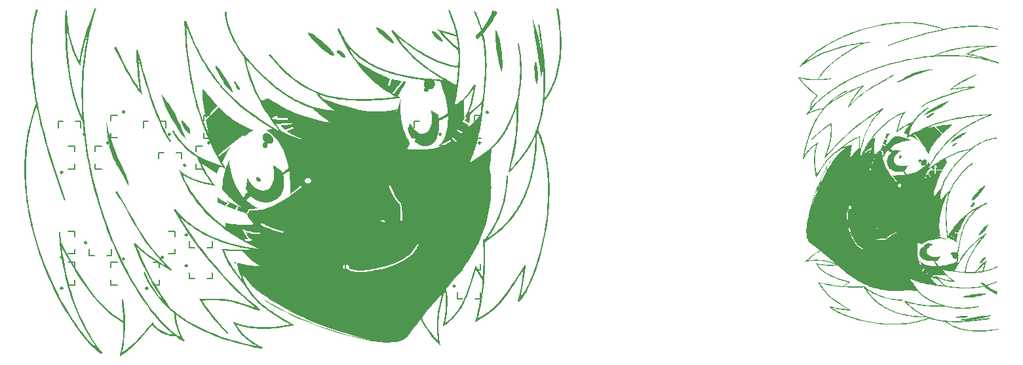
<source format=gbo>
G04 Layer_Color=32896*
%FSLAX25Y25*%
%MOIN*%
G70*
G01*
G75*
%ADD46C,0.00984*%
%ADD49C,0.00787*%
G36*
X481386Y190876D02*
X482828Y190839D01*
X484268Y190767D01*
X485710Y190661D01*
X487149Y190518D01*
X488587Y190338D01*
X490023Y190119D01*
X491456Y189861D01*
X492885Y189564D01*
X494307Y189223D01*
X495726Y188844D01*
X497137Y188421D01*
X498542Y187955D01*
X499941Y187443D01*
X501901Y187796D01*
X503833Y188109D01*
X505737Y188378D01*
X507613Y188601D01*
X509458Y188779D01*
X511275Y188911D01*
X513060Y188996D01*
X514812Y189030D01*
X516534Y189015D01*
X518221Y188950D01*
X519875Y188831D01*
X521495Y188660D01*
X523078Y188434D01*
X524626Y188152D01*
X526138Y187814D01*
X527612Y187419D01*
X527480Y186964D01*
X526040Y187350D01*
X524561Y187681D01*
X523046Y187957D01*
X521495Y188178D01*
X519910Y188349D01*
X518288Y188467D01*
X516634Y188534D01*
X514947Y188551D01*
X513227Y188519D01*
X511473Y188441D01*
X509690Y188315D01*
X507877Y188143D01*
X506032Y187929D01*
X504161Y187669D01*
X502259Y187369D01*
X500331Y187027D01*
X500247Y186814D01*
X499908Y186946D01*
X498276Y186621D01*
X496621Y186270D01*
X494951Y185893D01*
X493262Y185489D01*
X491558Y185058D01*
X489836Y184605D01*
X488099Y184125D01*
X486345Y183622D01*
X484576Y183098D01*
X482793Y182549D01*
X479180Y181387D01*
X475516Y180142D01*
X471797Y178817D01*
X471634Y179264D01*
X475249Y180552D01*
X478814Y181766D01*
X482329Y182905D01*
X485792Y183960D01*
X487501Y184455D01*
X489196Y184930D01*
X490877Y185379D01*
X492542Y185808D01*
X494190Y186211D01*
X495825Y186589D01*
X497441Y186944D01*
X499041Y187272D01*
X497677Y187747D01*
X496305Y188180D01*
X494925Y188573D01*
X493540Y188924D01*
X492150Y189234D01*
X490756Y189507D01*
X489357Y189744D01*
X487956Y189941D01*
X486551Y190102D01*
X485146Y190229D01*
X483741Y190321D01*
X482333Y190379D01*
X480928Y190405D01*
X479525Y190398D01*
X478122Y190361D01*
X476724Y190294D01*
X475327Y190197D01*
X473937Y190071D01*
X472552Y189919D01*
X471170Y189739D01*
X469796Y189533D01*
X468429Y189303D01*
X467072Y189049D01*
X465721Y188772D01*
X464381Y188470D01*
X463050Y188150D01*
X461731Y187807D01*
X460424Y187445D01*
X459129Y187065D01*
X457845Y186666D01*
X456577Y186250D01*
X455323Y185816D01*
X454159Y185398D01*
X453012Y184964D01*
X450759Y184062D01*
X448571Y183117D01*
X446454Y182134D01*
X444410Y181122D01*
X442447Y180083D01*
X440567Y179025D01*
X438776Y177952D01*
X437078Y176872D01*
X435480Y175792D01*
X433982Y174714D01*
X432594Y173645D01*
X431317Y172593D01*
X430159Y171563D01*
X429120Y170562D01*
X428650Y170071D01*
X428209Y169590D01*
X429480Y170462D01*
X430816Y171325D01*
X432221Y172181D01*
X433700Y173025D01*
X435257Y173849D01*
X436896Y174651D01*
X438622Y175425D01*
X439520Y175803D01*
X440441Y176171D01*
X441387Y176531D01*
X442356Y176882D01*
X443352Y177223D01*
X444373Y177552D01*
X445420Y177871D01*
X446493Y178179D01*
X447595Y178476D01*
X448727Y178758D01*
X449885Y179029D01*
X451073Y179287D01*
X452290Y179530D01*
X453539Y179758D01*
X454816Y179970D01*
X456128Y180168D01*
X457470Y180348D01*
X458845Y180512D01*
X458843Y180547D01*
X462388Y180825D01*
X462425Y180352D01*
X459383Y180113D01*
Y180111D01*
X457177Y178988D01*
X455076Y177862D01*
X453077Y176735D01*
X451182Y175603D01*
X449386Y174469D01*
X447693Y173333D01*
X446103Y172192D01*
X444611Y171051D01*
X443221Y169906D01*
X442564Y169334D01*
X441931Y168759D01*
X441324Y168187D01*
X440741Y167612D01*
X440183Y167035D01*
X439650Y166461D01*
X439143Y165884D01*
X438657Y165307D01*
X438199Y164730D01*
X437763Y164154D01*
X437354Y163575D01*
X436968Y162996D01*
X436608Y162417D01*
X436269Y161838D01*
X437115Y161868D01*
X437937Y161914D01*
X439529Y162044D01*
X441070Y162213D01*
X442588Y162399D01*
X442649Y161929D01*
X441027Y161729D01*
X439366Y161554D01*
X437642Y161426D01*
X436744Y161384D01*
X435820Y161363D01*
X434864D01*
X433873Y161389D01*
X432843Y161443D01*
X431772Y161525D01*
X430653Y161643D01*
X429487Y161794D01*
X428266Y161985D01*
X426986Y162217D01*
X427403Y161638D01*
X427843Y161066D01*
X428300Y160497D01*
X428780Y159936D01*
X429276Y159379D01*
X429792Y158826D01*
X430874Y157735D01*
X432015Y156657D01*
X433212Y155595D01*
X434456Y154545D01*
X435738Y153507D01*
X435990Y153307D01*
X435725Y153125D01*
X435330Y152839D01*
X434962Y152539D01*
X434619Y152227D01*
X434300Y151904D01*
X434005Y151570D01*
X433737Y151223D01*
X433489Y150863D01*
X433266Y150495D01*
X433067Y150113D01*
X432887Y149721D01*
X432730Y149315D01*
X432596Y148901D01*
X432481Y148476D01*
X432386Y148038D01*
X432312Y147591D01*
X432256Y147134D01*
X432891Y147899D01*
X433567Y148662D01*
X434283Y149425D01*
X435040Y150187D01*
X435834Y150948D01*
X436666Y151707D01*
X437538Y152461D01*
X438444Y153212D01*
X439385Y153960D01*
X440363Y154701D01*
X441374Y155439D01*
X442417Y156172D01*
X443492Y156896D01*
X444600Y157616D01*
X445739Y158325D01*
X446908Y159029D01*
X448105Y159723D01*
X449330Y160409D01*
X450581Y161083D01*
X451860Y161749D01*
X453166Y162401D01*
X454495Y163046D01*
X455848Y163674D01*
X457225Y164292D01*
X458624Y164897D01*
X460044Y165489D01*
X461486Y166066D01*
X462948Y166628D01*
X464429Y167174D01*
X465927Y167703D01*
X467443Y168217D01*
X468976Y168714D01*
X470520Y169193D01*
X472079Y169650D01*
X473651Y170091D01*
X475238Y170511D01*
X476836Y170913D01*
X478445Y171292D01*
X480067Y171650D01*
X481698Y171988D01*
X483337Y172302D01*
X484987Y172593D01*
X486642Y172862D01*
X488305Y173105D01*
X489975Y173324D01*
X491649Y173519D01*
X492321Y173586D01*
Y174018D01*
X492326D01*
Y173586D01*
X493327Y173686D01*
X495008Y173829D01*
X494949Y173948D01*
X496285Y174566D01*
X497697Y175145D01*
X499191Y175690D01*
X500767Y176197D01*
X502430Y176663D01*
X504183Y177090D01*
X506028Y177476D01*
X507518Y177739D01*
Y177249D01*
X506965Y177158D01*
X505360Y176850D01*
X503825Y176514D01*
X502355Y176145D01*
X500949Y175750D01*
X499609Y175328D01*
X498330Y174876D01*
X497111Y174399D01*
X495951Y173896D01*
X497547Y173990D01*
X499141Y174059D01*
X500737Y174104D01*
X502333Y174122D01*
X503929Y174115D01*
X505523Y174078D01*
X507114Y174015D01*
X508702Y173926D01*
X510287Y173807D01*
X511868Y173660D01*
X513444Y173482D01*
X515014Y173274D01*
X516577Y173038D01*
X518134Y172769D01*
X519683Y172467D01*
X521224Y172135D01*
X520173Y172471D01*
X519093Y172797D01*
X517972Y173109D01*
X516807Y173406D01*
X515589Y173684D01*
X514309Y173944D01*
X512965Y174180D01*
X511544Y174393D01*
X510872Y174484D01*
X511455Y174833D01*
X512065Y175182D01*
X512689Y175514D01*
X513327Y175826D01*
X513975Y176121D01*
X514637Y176401D01*
X515309Y176663D01*
X515992Y176908D01*
X516684Y177136D01*
X517384Y177350D01*
X518091Y177548D01*
X519529Y177899D01*
X520990Y178196D01*
X522469Y178437D01*
X520257Y178398D01*
X518126Y178324D01*
X516074Y178213D01*
X514103Y178068D01*
X512208Y177890D01*
X510387Y177678D01*
X508641Y177433D01*
X507522Y177249D01*
Y177741D01*
X507967Y177819D01*
X510001Y178118D01*
X512136Y178374D01*
X514374Y178580D01*
X516718Y178740D01*
X519169Y178853D01*
X521732Y178916D01*
X524407Y178927D01*
X527201Y178886D01*
X527218D01*
X527222Y178411D01*
X526236Y178359D01*
X525249Y178285D01*
X524262Y178190D01*
X523278Y178075D01*
X522300Y177938D01*
X521326Y177776D01*
X520361Y177591D01*
X519405Y177383D01*
X518462Y177149D01*
X517531Y176891D01*
X516614Y176605D01*
X515714Y176290D01*
X514832Y175950D01*
X513971Y175581D01*
X513130Y175182D01*
X512312Y174753D01*
X513513Y174560D01*
X514663Y174347D01*
X515764Y174122D01*
X516822Y173879D01*
X517839Y173625D01*
X518824Y173359D01*
X519776Y173081D01*
X520702Y172797D01*
X522491Y172207D01*
X524228Y171600D01*
X525945Y170991D01*
X527680Y170388D01*
X527669Y170355D01*
X527888Y170286D01*
X527890Y170286D01*
X527888Y170283D01*
X527739Y169832D01*
X526667Y170179D01*
X525592Y170509D01*
X524510Y170819D01*
X523421Y171112D01*
X522328Y171389D01*
X521229Y171647D01*
X520127Y171890D01*
X519019Y172118D01*
X517907Y172326D01*
X516790Y172521D01*
X514546Y172860D01*
X512291Y173135D01*
X510022Y173352D01*
X507746Y173506D01*
X505460Y173603D01*
X503172Y173644D01*
X500880Y173629D01*
X498588Y173560D01*
X496299Y173438D01*
X494011Y173267D01*
X492328Y173105D01*
Y166705D01*
X493068Y166775D01*
X494494Y166861D01*
X493432Y166610D01*
X492408Y166350D01*
X492328Y166328D01*
Y166150D01*
X492324D01*
Y166326D01*
X491424Y166081D01*
X490476Y165805D01*
X488687Y165233D01*
X487039Y164648D01*
X485523Y164060D01*
X484136Y163477D01*
X482867Y162913D01*
X481713Y162375D01*
X479721Y161430D01*
X478871Y161044D01*
X478107Y160727D01*
X477429Y160493D01*
X477118Y160408D01*
X476826Y160350D01*
X476550Y160317D01*
X476290Y160311D01*
X476047Y160334D01*
X475820Y160387D01*
X476566Y160740D01*
X477301Y161126D01*
X478031Y161542D01*
X478771Y161978D01*
X480310Y162893D01*
X481128Y163357D01*
X481993Y163819D01*
X482915Y164272D01*
X483901Y164708D01*
X484962Y165122D01*
X486109Y165508D01*
X487347Y165862D01*
X488006Y166022D01*
X488692Y166172D01*
X489405Y166311D01*
X490149Y166436D01*
X490923Y166549D01*
X491729Y166649D01*
X492324Y166705D01*
Y173104D01*
X491729Y173046D01*
X490270Y172879D01*
X488813Y172692D01*
X487360Y172486D01*
X485914Y172261D01*
X484472Y172020D01*
X483034Y171760D01*
X481605Y171482D01*
X480183Y171187D01*
X478767Y170875D01*
X477359Y170548D01*
X475961Y170205D01*
X474573Y169845D01*
X473194Y169472D01*
X471825Y169082D01*
X470466Y168679D01*
X469121Y168260D01*
X467469Y167725D01*
X465838Y167169D01*
X464227Y166593D01*
X462638Y165998D01*
X461072Y165385D01*
X459528Y164756D01*
X458012Y164110D01*
X456521Y163448D01*
X455055Y162772D01*
X453619Y162082D01*
X452212Y161378D01*
X450833Y160662D01*
X449488Y159933D01*
X448174Y159194D01*
X446893Y158446D01*
X445646Y157687D01*
X444436Y156919D01*
X443261Y156143D01*
X442122Y155360D01*
X441023Y154571D01*
X439965Y153775D01*
X438945Y152975D01*
X437968Y152170D01*
X437033Y151364D01*
X436142Y150553D01*
X435296Y149742D01*
X434494Y148928D01*
X433741Y148115D01*
X433034Y147302D01*
X432377Y146491D01*
X431770Y145680D01*
X431213Y144874D01*
X431909Y145251D01*
X432653Y145604D01*
X433453Y145930D01*
X434320Y146227D01*
X435257Y146489D01*
X436274Y146715D01*
X437378Y146897D01*
X438577Y147033D01*
X439171Y147742D01*
X439782Y148432D01*
X440411Y149104D01*
X441060Y149757D01*
X441728Y150392D01*
X442415Y151008D01*
X443122Y151607D01*
X443848Y152183D01*
X444596Y152741D01*
X445364Y153278D01*
X446151Y153797D01*
X446962Y154291D01*
X447793Y154768D01*
X448647Y155221D01*
X449521Y155653D01*
X450419Y156063D01*
X450609Y155629D01*
X449397Y155065D01*
X448226Y154462D01*
X447097Y153818D01*
X446006Y153135D01*
X444956Y152413D01*
X443946Y151652D01*
X442970Y150856D01*
X442033Y150021D01*
X443731Y151147D01*
X445505Y152268D01*
X447376Y153385D01*
X448356Y153940D01*
X449369Y154493D01*
X450417Y155043D01*
X451501Y155594D01*
X452626Y156141D01*
X453795Y156685D01*
X455009Y157225D01*
X456273Y157765D01*
X457590Y158300D01*
X458958Y158832D01*
X459207Y158439D01*
X458624Y157862D01*
X458067Y157283D01*
X457536Y156707D01*
X457028Y156128D01*
X456542Y155551D01*
X456076Y154972D01*
X455207Y153818D01*
X454406Y152660D01*
X453667Y151505D01*
X452977Y150349D01*
X452331Y149191D01*
X453051Y149928D01*
X453767Y150635D01*
X454478Y151312D01*
X455185Y151958D01*
X455890Y152578D01*
X456590Y153170D01*
X457980Y154285D01*
X459357Y155310D01*
X460725Y156260D01*
X462083Y157149D01*
X463434Y157984D01*
X464778Y158782D01*
X466118Y159549D01*
X468792Y161054D01*
X470127Y161813D01*
X471465Y162592D01*
X472806Y163401D01*
X474150Y164257D01*
X474410Y163858D01*
X472986Y162956D01*
X471569Y162104D01*
X470158Y161289D01*
X468753Y160497D01*
X465947Y158927D01*
X464542Y158121D01*
X463134Y157279D01*
X461718Y156390D01*
X460296Y155438D01*
X458865Y154412D01*
X458143Y153866D01*
X457420Y153294D01*
X456692Y152697D01*
X455961Y152073D01*
X455226Y151418D01*
X454487Y150731D01*
X453743Y150011D01*
X452995Y149256D01*
X452240Y148465D01*
X451481Y147634D01*
X451093Y147901D01*
X451754Y149161D01*
X452459Y150420D01*
X453216Y151680D01*
X454036Y152942D01*
X454929Y154207D01*
X455406Y154838D01*
X455905Y155468D01*
X456427Y156102D01*
X456974Y156733D01*
X457546Y157364D01*
X458145Y157995D01*
X456688Y157407D01*
X455291Y156815D01*
X453953Y156221D01*
X452672Y155622D01*
X451442Y155022D01*
X450260Y154417D01*
X449124Y153812D01*
X448029Y153202D01*
X446971Y152591D01*
X445947Y151977D01*
X443985Y150743D01*
X442118Y149505D01*
X440312Y148261D01*
X440299Y148282D01*
X439750Y147673D01*
X439219Y147051D01*
X438698Y146413D01*
X438195Y145763D01*
X437705Y145097D01*
X437228Y144420D01*
X436764Y143729D01*
X436313Y143024D01*
X435877Y142306D01*
X435452Y141575D01*
X435040Y140832D01*
X434641Y140077D01*
X433880Y138533D01*
X433165Y136939D01*
X432492Y135304D01*
X431866Y133624D01*
X431280Y131902D01*
X430734Y130141D01*
X430224Y128344D01*
X429754Y126509D01*
X429316Y124640D01*
X428908Y122738D01*
X429231Y123300D01*
X429565Y123844D01*
X429910Y124369D01*
X430265Y124874D01*
X430634Y125362D01*
X431013Y125830D01*
X431406Y126281D01*
X431809Y126711D01*
X432223Y127123D01*
X432651Y127515D01*
X433091Y127886D01*
X433544Y128240D01*
X434010Y128571D01*
X434487Y128886D01*
X434979Y129176D01*
X435485Y129449D01*
X436027Y129727D01*
X435814Y129155D01*
X435537Y128354D01*
X435290Y127520D01*
X435073Y126652D01*
X434884Y125752D01*
X434728Y124820D01*
X434604Y123859D01*
X434511Y122871D01*
X434450Y121858D01*
X434424Y120819D01*
X434433Y119759D01*
X434474Y118677D01*
X434552Y117573D01*
X434667Y116454D01*
X434817Y115318D01*
X435006Y114166D01*
X435231Y113000D01*
X436309Y114845D01*
X437348Y116539D01*
X438358Y118087D01*
X439347Y119496D01*
X439839Y120151D01*
X440327Y120774D01*
X440815Y121366D01*
X441303Y121929D01*
X441793Y122463D01*
X442285Y122968D01*
X442782Y123447D01*
X443283Y123898D01*
X443870Y124393D01*
X444469Y124852D01*
X445076Y125284D01*
X445698Y125687D01*
X446947Y126648D01*
X448175Y127619D01*
X449417Y128591D01*
X450707Y129545D01*
X451382Y130011D01*
X452082Y130469D01*
X452813Y130915D01*
X453576Y131351D01*
X454378Y131770D01*
X455061Y132095D01*
Y131557D01*
X454877Y131471D01*
X454259Y131163D01*
X453667Y130844D01*
X453095Y130516D01*
X452008Y129842D01*
X450981Y129144D01*
X450000Y128424D01*
X449048Y127693D01*
X448112Y126956D01*
X448693Y127201D01*
X449289Y127433D01*
X450527Y127860D01*
X451837Y128248D01*
X453223Y128600D01*
X453277Y128370D01*
X453195Y129204D01*
X453593Y129395D01*
X453307Y128242D01*
X453333Y128138D01*
X453281Y128125D01*
X453177Y127658D01*
X452945Y126826D01*
X452746Y125978D01*
X452583Y125139D01*
X452457Y124323D01*
X452368Y123558D01*
X452316Y122860D01*
X452301Y122253D01*
X452327Y121754D01*
X452889Y122745D01*
X453305Y123304D01*
X453743Y123855D01*
X454196Y124395D01*
X454667Y124924D01*
X455651Y125963D01*
X456688Y126973D01*
X456697Y128339D01*
X456731Y129706D01*
X456794Y131048D01*
X456885Y132336D01*
X456187Y132058D01*
X455519Y131770D01*
X455066Y131560D01*
Y132097D01*
X455226Y132173D01*
X456120Y132557D01*
X457065Y132921D01*
X457416Y133051D01*
X457382Y132676D01*
X457301Y131696D01*
X457241Y130673D01*
X457197Y129621D01*
X457171Y128554D01*
X457169Y126442D01*
X457230Y124456D01*
X457499Y125898D01*
X457798Y127329D01*
X458127Y128749D01*
X458494Y130157D01*
X458899Y131553D01*
X459350Y132932D01*
X459849Y134294D01*
X460398Y135636D01*
X461003Y136961D01*
X461669Y138264D01*
X462026Y138906D01*
X462397Y139544D01*
X462787Y140175D01*
X463195Y140799D01*
X463618Y141417D01*
X464062Y142029D01*
X464524Y142634D01*
X465006Y143232D01*
X465507Y143822D01*
X466027Y144405D01*
X466569Y144980D01*
X467133Y145548D01*
X464936Y144191D01*
X462814Y142812D01*
X460767Y141415D01*
X458789Y139999D01*
X456879Y138566D01*
X455033Y137115D01*
X453253Y135649D01*
X451531Y134168D01*
X449868Y132672D01*
X448261Y131160D01*
X446706Y129634D01*
X445204Y128097D01*
X443749Y126546D01*
X442337Y124983D01*
X440971Y123408D01*
X439644Y121823D01*
X439232Y122036D01*
X439494Y122938D01*
X439774Y123797D01*
X440362Y125440D01*
X440947Y127075D01*
X441227Y127921D01*
X441487Y128806D01*
X441723Y129738D01*
X441931Y130733D01*
X442105Y131805D01*
X442237Y132965D01*
X442322Y134227D01*
X442356Y135604D01*
X442331Y137109D01*
X442244Y138757D01*
X441563Y138325D01*
X440902Y137883D01*
X439629Y136974D01*
X438412Y136037D01*
X437239Y135077D01*
X436098Y134097D01*
X434977Y133108D01*
X432748Y131113D01*
X432434Y131468D01*
X434730Y133526D01*
X435890Y134554D01*
X437074Y135571D01*
X438297Y136571D01*
X439574Y137544D01*
X440236Y138019D01*
X440917Y138486D01*
X441617Y138943D01*
X442339Y139390D01*
X442667Y139587D01*
X442697Y139205D01*
X442799Y137616D01*
X442842Y136152D01*
X442833Y134801D01*
X442777Y133554D01*
X442675Y132401D01*
X442536Y131334D01*
X442363Y130339D01*
X442161Y129408D01*
X441936Y128532D01*
X441688Y127698D01*
X441428Y126900D01*
X441159Y126123D01*
X440606Y124603D01*
X440071Y123055D01*
X441454Y124675D01*
X442881Y126282D01*
X444353Y127877D01*
X445873Y129461D01*
X447448Y131030D01*
X449074Y132587D01*
X450757Y134127D01*
X452502Y135653D01*
X454309Y137163D01*
X456182Y138655D01*
X458123Y140129D01*
X460135Y141584D01*
X462221Y143022D01*
X464383Y144438D01*
X466625Y145834D01*
X468950Y147209D01*
X469223Y146821D01*
X468495Y146190D01*
X467799Y145548D01*
X467133Y144893D01*
X466495Y144230D01*
X465888Y143555D01*
X465307Y142870D01*
X464754Y142176D01*
X464227Y141471D01*
X463726Y140758D01*
X463249Y140036D01*
X462796Y139305D01*
X462364Y138566D01*
X461957Y137818D01*
X461571Y137063D01*
X461204Y136300D01*
X460857Y135528D01*
X460530Y134751D01*
X460222Y133967D01*
X459932Y133175D01*
X459656Y132379D01*
X459153Y130766D01*
X458708Y129133D01*
X458314Y127481D01*
X457965Y125809D01*
X457653Y124124D01*
X457373Y122426D01*
X457403Y122090D01*
X458112Y123647D01*
X458910Y125249D01*
X459342Y126067D01*
X459797Y126889D01*
X459953Y127160D01*
Y126214D01*
X459702Y125768D01*
X459691Y125464D01*
X459693Y125161D01*
X459714Y124859D01*
X459758Y124562D01*
X459868Y123951D01*
X460194Y124480D01*
X460393Y124755D01*
X460621Y124996D01*
X460877Y125206D01*
X461156Y125392D01*
X461451Y125564D01*
X461759Y125724D01*
X462399Y126039D01*
X462225Y125514D01*
X462067Y124985D01*
X461931Y124456D01*
X461820Y123927D01*
X461738Y123393D01*
X461688Y122860D01*
X461677Y122326D01*
X461709Y121789D01*
X462182Y121836D01*
X462149Y122402D01*
X462164Y122970D01*
X462223Y123539D01*
X462321Y124111D01*
X462451Y124686D01*
X462611Y125260D01*
X462763Y125731D01*
Y117610D01*
X462520Y116836D01*
X462273Y115953D01*
X462050Y115056D01*
X462511Y114947D01*
X462733Y115832D01*
X462976Y116701D01*
X463242Y117549D01*
X463535Y118380D01*
X463856Y119186D01*
X464205Y119971D01*
X464584Y120732D01*
X464996Y121468D01*
X464589Y121711D01*
X464164Y120954D01*
X463776Y120173D01*
X463418Y119371D01*
X463090Y118545D01*
X462791Y117699D01*
X462767Y117623D01*
Y125746D01*
X462798Y125839D01*
X463006Y126418D01*
X463238Y127043D01*
X462663Y126707D01*
X462050Y126383D01*
X461403Y126060D01*
X461083Y125880D01*
X460770Y125683D01*
X460473Y125458D01*
X460193Y125199D01*
X460196Y125657D01*
X460237Y126121D01*
X460313Y126585D01*
X460419Y127045D01*
X459957Y126223D01*
Y127166D01*
X460274Y127717D01*
X460775Y128550D01*
X461297Y129385D01*
X461844Y130217D01*
X462412Y131052D01*
X463002Y131880D01*
X463618Y132707D01*
X464255Y133526D01*
X464916Y134337D01*
X465599Y135137D01*
X466306Y135929D01*
X467039Y136705D01*
X467794Y137466D01*
X468572Y138212D01*
X469373Y138939D01*
X470199Y139648D01*
X471049Y140333D01*
X471923Y140997D01*
X472820Y141634D01*
X473742Y142245D01*
X474689Y142827D01*
X475659Y143382D01*
X476654Y143902D01*
X477673Y144390D01*
X478716Y144843D01*
X479785Y145260D01*
X480607Y145563D01*
X480050Y144887D01*
X479672Y144401D01*
X479323Y143900D01*
X478998Y143386D01*
X478699Y142857D01*
X478424Y142317D01*
X478170Y141766D01*
X477936Y141207D01*
X477721Y140637D01*
X477524Y140060D01*
X477342Y139476D01*
X477018Y138297D01*
X476739Y137104D01*
X476494Y135909D01*
X477326Y136562D01*
X478202Y137178D01*
X479115Y137761D01*
X480063Y138314D01*
X481047Y138835D01*
X482064Y139329D01*
X483114Y139793D01*
X484192Y140233D01*
X484246Y140255D01*
X484536Y140721D01*
X484866Y141202D01*
X485230Y141699D01*
X485627Y142204D01*
X486054Y142714D01*
X486510Y143226D01*
X486989Y143735D01*
X487490Y144238D01*
X488010Y144728D01*
X488546Y145205D01*
X489094Y145665D01*
X489654Y146099D01*
X490220Y146509D01*
X490792Y146886D01*
X491367Y147229D01*
X491417Y147255D01*
Y148532D01*
X491421D01*
Y147257D01*
X491939Y147532D01*
X492152Y147107D01*
X491816Y146931D01*
X491421Y146704D01*
Y145121D01*
X491816Y145396D01*
X492603Y145925D01*
X493388Y146431D01*
Y146433D01*
X494591Y147166D01*
X495786Y147842D01*
X496970Y148469D01*
X498148Y149041D01*
X498846Y149354D01*
Y152522D01*
X498247Y152305D01*
X496519Y151644D01*
X494895Y150980D01*
X493388Y150321D01*
X492048Y149685D01*
X490851Y149063D01*
X490311Y148755D01*
X489810Y148454D01*
X489355Y148154D01*
X488943Y147862D01*
X488659Y148243D01*
X489092Y148551D01*
X489572Y148866D01*
X490092Y149180D01*
X490654Y149499D01*
X491889Y150143D01*
X493266Y150793D01*
X494771Y151448D01*
X496389Y152103D01*
X498104Y152760D01*
X498846Y153029D01*
Y155213D01*
X498850D01*
Y153031D01*
X499906Y153413D01*
X501513Y153970D01*
X503161Y154517D01*
X504842Y155052D01*
X506546Y155577D01*
X509996Y156590D01*
X513437Y157546D01*
X510865Y157370D01*
X508342Y157147D01*
X505872Y156867D01*
X504662Y156705D01*
X503465Y156527D01*
X502740Y156414D01*
X503261Y156930D01*
X503617Y157262D01*
X504035Y157609D01*
X504516Y157975D01*
X505058Y158359D01*
X505663Y158760D01*
X506331Y159183D01*
X507851Y160083D01*
X509619Y161063D01*
X511631Y162126D01*
X513888Y163275D01*
X516389Y164513D01*
X516597Y164086D01*
X514328Y162963D01*
X512271Y161913D01*
X510417Y160937D01*
X508771Y160033D01*
X507333Y159198D01*
X506097Y158433D01*
X505069Y157735D01*
X504631Y157412D01*
X504243Y157104D01*
X505616Y157299D01*
X507001Y157476D01*
X508406Y157639D01*
X509827Y157784D01*
X511267Y157910D01*
X512724Y158017D01*
X514203Y158105D01*
X515701Y158173D01*
X515770Y157704D01*
X513810Y157186D01*
X511822Y156640D01*
X509816Y156071D01*
X507810Y155479D01*
X505817Y154870D01*
X503853Y154246D01*
X501929Y153610D01*
X500065Y152966D01*
X498850Y152524D01*
Y149356D01*
X499319Y149566D01*
X500481Y150045D01*
X501635Y150479D01*
X502784Y150872D01*
X502231Y150375D01*
X501632Y149874D01*
X500984Y149371D01*
X500292Y148863D01*
X499553Y148345D01*
X498850Y147875D01*
Y147346D01*
X498846D01*
Y147870D01*
X498768Y147818D01*
X497059Y146728D01*
X496153Y146333D01*
X495233Y145919D01*
X493388Y145069D01*
X491816Y144373D01*
X491421Y144210D01*
Y142883D01*
X491536Y143007D01*
X491816Y143256D01*
Y143258D01*
X492297Y143646D01*
X492737Y143982D01*
X493030Y144182D01*
X493388Y144381D01*
X493882Y144609D01*
X494125Y144698D01*
X494355Y144765D01*
X494563Y144806D01*
X494739Y144813D01*
X494878Y144785D01*
X494928Y144755D01*
X494967Y144713D01*
X494995Y144646D01*
X494997Y144568D01*
X494939Y144414D01*
X494817Y144241D01*
X494639Y144050D01*
X494418Y143846D01*
X493893Y143421D01*
X493329Y142996D01*
X493019Y142796D01*
X492633Y142595D01*
X492217Y142421D01*
X491816Y142306D01*
X491610Y142278D01*
X491432Y142285D01*
X491421Y142289D01*
Y140665D01*
X491417D01*
Y142289D01*
X491291Y142333D01*
X491239Y142372D01*
X491195Y142424D01*
X491178Y142493D01*
X491195Y142576D01*
X491243Y142671D01*
X491319Y142775D01*
X491417Y142879D01*
Y144208D01*
X491122Y144087D01*
X490439Y143822D01*
X489773Y143590D01*
X489125Y143391D01*
X489517Y143636D01*
X489975Y143955D01*
X490519Y144384D01*
X491176Y144950D01*
X491417Y145119D01*
Y146702D01*
X491213Y146585D01*
X490608Y146190D01*
X490005Y145759D01*
X489411Y145292D01*
X488825Y144800D01*
X488253Y144284D01*
X487700Y143753D01*
X487171Y143211D01*
X486665Y142664D01*
X486193Y142118D01*
X485753Y141578D01*
X485352Y141049D01*
X484992Y140539D01*
X484679Y140051D01*
X484417Y139594D01*
X484209Y139169D01*
X484148Y139195D01*
X483840Y138503D01*
X483536Y137781D01*
X482942Y136252D01*
X482368Y134632D01*
X481804Y132941D01*
X483040Y133657D01*
X484280Y134342D01*
X485529Y135001D01*
X486785Y135630D01*
X488045Y136235D01*
X489311Y136812D01*
X490586Y137362D01*
X491865Y137889D01*
X493149Y138388D01*
X494442Y138865D01*
X495738Y139316D01*
X497039Y139743D01*
X498347Y140147D01*
X499659Y140528D01*
X500977Y140888D01*
X502302Y141224D01*
X503629Y141539D01*
X504963Y141834D01*
X506301Y142107D01*
X507643Y142361D01*
X508989Y142595D01*
X510017Y142757D01*
Y142259D01*
X508263Y141972D01*
X506253Y141600D01*
X504251Y141181D01*
X502263Y140717D01*
X500285Y140203D01*
X498321Y139639D01*
X496367Y139023D01*
X494426Y138353D01*
X492499Y137631D01*
X490586Y136851D01*
X495205Y137718D01*
X496211Y136770D01*
X497165Y135814D01*
X497380Y135582D01*
X497885Y135038D01*
Y135775D01*
X497868Y135793D01*
X497391Y136237D01*
X497379Y136246D01*
X496456Y137050D01*
X495536Y137777D01*
X497870Y138178D01*
X497885Y138180D01*
Y138447D01*
X497889D01*
Y138180D01*
X499015Y138352D01*
X500136Y138497D01*
X501233Y138614D01*
X502298Y138694D01*
X503330Y138735D01*
X504321Y138729D01*
X503087Y137582D01*
X501838Y136471D01*
X500587Y135372D01*
X499344Y134247D01*
X498843Y134800D01*
X498353Y135313D01*
X497889Y135771D01*
Y135034D01*
X498069Y134841D01*
X498928Y133852D01*
X497972Y132909D01*
X497889Y132820D01*
Y130578D01*
X497885D01*
Y132815D01*
X497035Y131905D01*
X496575Y131378D01*
X496124Y130829D01*
X495680Y130257D01*
X495244Y129660D01*
X494816Y129038D01*
X494400Y128387D01*
X493995Y127707D01*
X493600Y126993D01*
X493216Y126245D01*
X492847Y125460D01*
X492490Y124638D01*
X492147Y123775D01*
X491735Y124528D01*
X491299Y125230D01*
X490846Y125896D01*
X490380Y126531D01*
X490690Y126781D01*
X489244Y128622D01*
X487810Y130484D01*
X486355Y132330D01*
X485609Y133234D01*
X484846Y134114D01*
X484417Y133882D01*
X485134Y133058D01*
X485837Y132215D01*
X487212Y130480D01*
X486112Y131146D01*
X485002Y131779D01*
X483885Y132384D01*
X482760Y132961D01*
X481498Y132217D01*
X480958Y131892D01*
X481149Y132492D01*
X481498Y133568D01*
X480505Y134017D01*
X479507Y134444D01*
X479822Y135034D01*
X480160Y135617D01*
X480522Y136194D01*
X480902Y136766D01*
X481713Y137900D01*
X482567Y139021D01*
X481687Y138614D01*
X480830Y138184D01*
X480000Y137738D01*
X479197Y137267D01*
X478421Y136775D01*
X477677Y136257D01*
X476964Y135714D01*
X476283Y135144D01*
X475765Y134689D01*
X475893Y135368D01*
X476125Y136545D01*
X476385Y137729D01*
X476682Y138913D01*
X477033Y140086D01*
X477231Y140665D01*
X477445Y141240D01*
X477677Y141806D01*
X477931Y142365D01*
X478206Y142914D01*
X478503Y143451D01*
X478827Y143981D01*
X479173Y144494D01*
X477955Y143974D01*
X476769Y143404D01*
X475615Y142788D01*
X474494Y142129D01*
X473405Y141430D01*
X472352Y140693D01*
X471328Y139921D01*
X470337Y139117D01*
X469381Y138282D01*
X468455Y137423D01*
X467561Y136539D01*
X466701Y135632D01*
X465872Y134708D01*
X465074Y133769D01*
X464309Y132817D01*
X463576Y131855D01*
X463938Y131928D01*
X464315Y131981D01*
X464708Y132007D01*
X465122Y132002D01*
X464871Y131022D01*
X464684Y130053D01*
X464556Y129072D01*
X464484Y128066D01*
X464463Y127021D01*
X464487Y125917D01*
X464549Y124742D01*
X464647Y123474D01*
X465000Y123860D01*
X465378Y124224D01*
X465775Y124569D01*
X466189Y124894D01*
X466616Y125206D01*
X467056Y125505D01*
X467963Y126080D01*
X468349Y127379D01*
X468745Y128585D01*
X469836Y128075D01*
X469951Y128322D01*
X469626Y127509D01*
X469426Y126921D01*
X469847Y127533D01*
X470246Y128090D01*
X470580Y128519D01*
Y129732D01*
X470400Y129350D01*
X470029Y128509D01*
X468904Y129034D01*
X469389Y130348D01*
X469886Y131594D01*
X470563Y130948D01*
X470543Y130914D01*
X470576Y130937D01*
X470580Y130933D01*
Y131588D01*
X470079Y132067D01*
X470580Y133281D01*
Y134266D01*
X470584D01*
Y133292D01*
X470964Y134212D01*
X471729Y134264D01*
X472443Y134279D01*
X471634Y132880D01*
X470799Y131380D01*
X470710Y131464D01*
X470584Y131584D01*
Y130929D01*
X470710Y130809D01*
X470840Y130686D01*
X471168Y131028D01*
X470962Y131224D01*
X471239Y131384D01*
X471521Y131527D01*
X471179Y130937D01*
X470795Y130185D01*
X470710Y130007D01*
X470584Y129740D01*
Y128526D01*
X470998Y129060D01*
X471695Y129868D01*
X472352Y130560D01*
X472980Y131169D01*
X473596Y131740D01*
X474212Y132312D01*
X474843Y132922D01*
X475622Y132885D01*
X476350Y132828D01*
X477031Y132755D01*
X477669Y132666D01*
X478265Y132562D01*
X478829Y132442D01*
X479360Y132314D01*
X479865Y132176D01*
X480808Y131874D01*
X481693Y131549D01*
X483413Y130885D01*
X482402Y130777D01*
X481439Y130640D01*
X480527Y130473D01*
X479657Y130282D01*
X478835Y130066D01*
X478055Y129825D01*
X477317Y129565D01*
X476621Y129285D01*
X475964Y128986D01*
X475344Y128671D01*
X474763Y128342D01*
X474214Y127999D01*
X473700Y127646D01*
X473219Y127284D01*
X472768Y126913D01*
X472347Y126535D01*
X472592Y126505D01*
X472850Y126427D01*
X473115Y126304D01*
X473373Y126139D01*
X473590Y125961D01*
X473776Y125766D01*
X473926Y125562D01*
X474034Y125354D01*
X474533Y125651D01*
X475069Y125922D01*
X478426Y125527D01*
X477894Y125297D01*
X477402Y125044D01*
X476944Y124766D01*
X476526Y124469D01*
X476146Y124152D01*
X475804Y123823D01*
X475500Y123478D01*
X475238Y123125D01*
X475012Y122763D01*
X474830Y122396D01*
X474687Y122025D01*
X474585Y121654D01*
X474527Y121288D01*
X474509Y120924D01*
X474535Y120566D01*
X474603Y120221D01*
X474715Y119885D01*
X474871Y119566D01*
X475071Y119263D01*
X475316Y118981D01*
X475609Y118718D01*
X475945Y118482D01*
X476329Y118274D01*
X476758Y118094D01*
X477235Y117946D01*
X477584Y117870D01*
Y121626D01*
X477523Y121624D01*
X477402Y121643D01*
X477291Y121687D01*
X477196Y121758D01*
X477124Y121852D01*
X477079Y121960D01*
X477057Y122082D01*
X477062Y122214D01*
X477094Y122351D01*
X477151Y122483D01*
X477231Y122611D01*
X477328Y122728D01*
X477446Y122828D01*
X477571Y122908D01*
X477584Y122915D01*
Y123496D01*
X477589D01*
Y122915D01*
X477706Y122967D01*
X477840Y122999D01*
X477973Y123006D01*
X478094Y122986D01*
X478204Y122941D01*
X478296Y122871D01*
X478358Y122793D01*
X478402Y122704D01*
X478428Y122602D01*
X478437Y122494D01*
X478415Y122340D01*
X478361Y122186D01*
X478276Y122039D01*
X478161Y121902D01*
X478042Y121800D01*
X477916Y121720D01*
X477784Y121663D01*
X477652Y121631D01*
X477589Y121629D01*
Y117871D01*
X477760Y117834D01*
X478335Y117758D01*
X478443Y117751D01*
Y114958D01*
X478335Y114937D01*
X477652Y114848D01*
X477374Y114830D01*
Y114898D01*
X477370D01*
Y114830D01*
X476999Y114809D01*
X476379Y114818D01*
X475789Y114870D01*
X475234Y114965D01*
X474709Y115102D01*
X474219Y115273D01*
X473762Y115481D01*
X473339Y115724D01*
X472948Y115995D01*
X472593Y116297D01*
X472272Y116622D01*
X471983Y116973D01*
X471732Y117344D01*
X471517Y117734D01*
X471335Y118142D01*
X471192Y118562D01*
X471084Y118996D01*
X471012Y119439D01*
X470975Y119890D01*
X470977Y120345D01*
X471019Y120802D01*
X471094Y121260D01*
X471209Y121718D01*
X471363Y122169D01*
X471556Y122613D01*
X471788Y123049D01*
X472059Y123472D01*
X472369Y123884D01*
X472719Y124278D01*
X473109Y124654D01*
X472877Y124749D01*
X472649Y124879D01*
X472517Y124968D01*
X472239Y125204D01*
X472018Y125460D01*
X471864Y125725D01*
X471816Y125855D01*
X471788Y125983D01*
X471359Y125512D01*
X470964Y125042D01*
X470607Y124573D01*
X470279Y124111D01*
X469980Y123661D01*
X469709Y123222D01*
X469234Y122392D01*
X469165Y123045D01*
X469123Y123682D01*
X469106Y124311D01*
Y124935D01*
X469108Y125083D01*
X467694Y125820D01*
X467475Y125397D01*
X468633Y124795D01*
X468638Y124122D01*
X468662Y123442D01*
X468716Y122743D01*
X468807Y122028D01*
X468939Y121284D01*
X469126Y120510D01*
X469369Y119699D01*
X469679Y118847D01*
X470071Y117923D01*
X470550Y116943D01*
X471123Y115902D01*
X471793Y114792D01*
X472571Y113608D01*
X473467Y112343D01*
X474486Y110993D01*
X475637Y109548D01*
X476004Y109848D01*
X474703Y111489D01*
X473575Y113007D01*
X474482Y112981D01*
X475371Y112972D01*
X476249Y112983D01*
X477110Y113009D01*
X477370Y113024D01*
Y108787D01*
X477225Y108770D01*
X477079Y108714D01*
X476949Y108625D01*
X476834Y108505D01*
X476741Y108362D01*
X476670Y108197D01*
X476626Y108018D01*
X476609Y107822D01*
X476624Y107632D01*
X476667Y107451D01*
X476739Y107284D01*
X476834Y107137D01*
X476952Y107018D01*
X477086Y106929D01*
X477229Y106872D01*
X477379Y106855D01*
X477530Y106872D01*
X477674Y106929D01*
X477806Y107018D01*
X477923Y107137D01*
X478020Y107284D01*
X478090Y107451D01*
X478135Y107632D01*
X478148Y107822D01*
X478133Y108018D01*
X478090Y108197D01*
X478018Y108362D01*
X477923Y108505D01*
X477810Y108625D01*
X477680Y108714D01*
X477535Y108770D01*
X477379Y108790D01*
X477374D01*
Y113024D01*
X477957Y113057D01*
X478790Y113122D01*
X479605Y113209D01*
X480406Y113313D01*
X480141Y113601D01*
X479889Y113898D01*
X479417Y114527D01*
Y114529D01*
X479055Y115067D01*
X479050Y115076D01*
X478447Y114959D01*
Y117752D01*
X478955Y117724D01*
X479627Y117730D01*
X480347Y117780D01*
X481119Y117880D01*
X481939Y118027D01*
X480163Y115382D01*
X479677Y115236D01*
X479831Y115028D01*
X479952Y114868D01*
X480121Y114658D01*
X480655Y114050D01*
X481238Y113448D01*
X481886Y113571D01*
X482522Y113710D01*
X483146Y113866D01*
X483758Y114035D01*
X484354Y114222D01*
X484940Y114423D01*
X485512Y114642D01*
X486072Y114879D01*
X486616Y115130D01*
X487147Y115401D01*
X487663Y115690D01*
X488166Y115996D01*
X488654Y116319D01*
X489127Y116661D01*
X489164Y116689D01*
Y117949D01*
X489161D01*
X488964Y117982D01*
X488782Y118043D01*
X488617Y118133D01*
X488472Y118253D01*
X488385Y118352D01*
X488312Y118465D01*
X488253Y118587D01*
X488210Y118719D01*
X488181Y118858D01*
X488173Y119155D01*
X488227Y119467D01*
X488240Y119506D01*
X488342Y119784D01*
X488363Y119829D01*
X488240Y119747D01*
X488101Y119686D01*
X487951Y119649D01*
X487795Y119636D01*
X487633Y119649D01*
X487474Y119691D01*
X487331Y119758D01*
X487203Y119849D01*
X487099Y119959D01*
X487021Y120083D01*
X486976Y120220D01*
X486958Y120360D01*
X486976Y120503D01*
X487021Y120638D01*
X487099Y120764D01*
X487203Y120874D01*
X487331Y120965D01*
X487474Y121033D01*
X487633Y121074D01*
X487795Y121087D01*
X487964Y121072D01*
X488123Y121030D01*
X488264Y120963D01*
X488387Y120874D01*
X488489Y120768D01*
X488567Y120644D01*
X488617Y120508D01*
X488632Y120360D01*
X488621Y120239D01*
X488816Y120460D01*
X489089Y120694D01*
X489163Y120740D01*
Y121362D01*
X489168D01*
Y120742D01*
X489389Y120881D01*
X489543Y120955D01*
X489812Y121048D01*
X490076Y121096D01*
X490332Y121098D01*
X490573Y121057D01*
X490586Y121052D01*
X490827Y120950D01*
X491026Y120794D01*
X491152Y120640D01*
X491245Y120462D01*
X491306Y120261D01*
X491330Y120044D01*
Y119938D01*
X491312Y119762D01*
X491275Y119584D01*
X491219Y119409D01*
X491145Y119233D01*
X491052Y119062D01*
X490944Y118897D01*
X490820Y118736D01*
X490681Y118587D01*
X490532Y118450D01*
X490371Y118326D01*
X490202Y118218D01*
X490028Y118127D01*
X489805Y118036D01*
X489584Y117977D01*
X489367Y117949D01*
X489168D01*
Y116694D01*
X489584Y117023D01*
X490028Y117403D01*
X490644Y117988D01*
X491228Y118615D01*
X491776Y119285D01*
X492290Y119998D01*
X492399Y118055D01*
X493763Y120228D01*
X494454Y121286D01*
X495157Y122327D01*
X495870Y123351D01*
X496594Y124355D01*
X497336Y125341D01*
X498093Y126313D01*
X498869Y127265D01*
X499665Y128199D01*
X500485Y129119D01*
X501330Y130019D01*
X502200Y130905D01*
X503100Y131773D01*
X504030Y132625D01*
X504991Y133462D01*
X505088Y133542D01*
Y135592D01*
X505093D01*
Y133547D01*
X505850Y134171D01*
X506734Y134867D01*
X507645Y135553D01*
X508586Y136227D01*
X509560Y136888D01*
X510562Y137539D01*
X511598Y138179D01*
X512669Y138807D01*
X513775Y139425D01*
X514918Y140030D01*
X516100Y140627D01*
X517318Y141210D01*
X518580Y141785D01*
X519881Y142348D01*
X521226Y142901D01*
X522616Y143443D01*
X520539Y143344D01*
X518470Y143211D01*
X516410Y143042D01*
X514358Y142836D01*
X512318Y142589D01*
X510286Y142303D01*
X510022Y142260D01*
Y142760D01*
X510343Y142810D01*
X511698Y143005D01*
X513057Y143183D01*
X514421Y143342D01*
X515790Y143482D01*
X517162Y143608D01*
X518539Y143717D01*
X521302Y143884D01*
X524080Y143992D01*
X524166Y143530D01*
X522622Y142958D01*
X521133Y142372D01*
X519697Y141774D01*
X518309Y141165D01*
X516969Y140544D01*
X515679Y139909D01*
X514432Y139263D01*
X513229Y138606D01*
X512069Y137934D01*
X510950Y137248D01*
X509868Y136550D01*
X508825Y135839D01*
X507816Y135115D01*
X506843Y134377D01*
X505901Y133627D01*
X505093Y132948D01*
Y131706D01*
X505810Y132278D01*
X506220Y132573D01*
X506613Y132831D01*
X507185Y133174D01*
X507873Y133558D01*
X508616Y133952D01*
X509356Y134321D01*
X510032Y134627D01*
X510588Y134837D01*
X510800Y134896D01*
X510960Y134915D01*
X511060Y134893D01*
X511086Y134865D01*
X511093Y134826D01*
X511067Y134718D01*
X510995Y134590D01*
X510885Y134445D01*
X510737Y134284D01*
X510347Y133924D01*
X509855Y133525D01*
X509289Y133105D01*
X508679Y132682D01*
X508053Y132267D01*
X507441Y131884D01*
X506253Y131159D01*
X505628Y130802D01*
X505093Y130522D01*
Y128935D01*
X505477Y129130D01*
X505952Y129329D01*
X506164Y129388D01*
X506338Y129403D01*
X506400Y129390D01*
X506446Y129357D01*
X506472Y129310D01*
X506474Y129238D01*
X506426Y129091D01*
X506324Y128950D01*
X506183Y128815D01*
X506012Y128685D01*
X505624Y128431D01*
X505251Y128173D01*
X505093Y128063D01*
Y127725D01*
X505088D01*
Y128061D01*
X505077Y128052D01*
X504886Y127941D01*
X504689Y127848D01*
X504496Y127779D01*
X504318Y127740D01*
X504167Y127735D01*
X504052Y127772D01*
X504012Y127809D01*
X503987Y127857D01*
X503984Y127969D01*
X504041Y128097D01*
X504145Y128234D01*
X504286Y128373D01*
X504630Y128646D01*
X504990Y128874D01*
X505073Y128923D01*
X505088Y128932D01*
Y130520D01*
X504990Y130470D01*
X504565Y130270D01*
X504136Y130095D01*
X503707Y129947D01*
X503275Y129832D01*
X503336Y129954D01*
X503453Y130119D01*
X503830Y130546D01*
X504362Y131064D01*
X504990Y131623D01*
X505088Y131701D01*
Y132944D01*
X504990Y132861D01*
X503982Y131966D01*
X503009Y131051D01*
X502070Y130119D01*
X501161Y129164D01*
X500283Y128193D01*
X499431Y127202D01*
X498602Y126191D01*
X497796Y125159D01*
X497006Y124110D01*
X496237Y123036D01*
X495480Y121943D01*
X494734Y120831D01*
X493999Y119695D01*
X493270Y118539D01*
X491826Y116160D01*
X493001Y117039D01*
X494203Y117902D01*
X495428Y118745D01*
X496677Y119567D01*
X497950Y120365D01*
X499248Y121135D01*
X500571Y121874D01*
X501918Y122577D01*
X503290Y123245D01*
X504689Y123869D01*
X506111Y124450D01*
X507562Y124986D01*
X509037Y125469D01*
X510537Y125899D01*
X512064Y126272D01*
X513616Y126586D01*
X514247Y127070D01*
X514924Y127555D01*
X515644Y128041D01*
X516401Y128520D01*
X517190Y128989D01*
X518010Y129442D01*
X518851Y129873D01*
X519716Y130283D01*
X520594Y130663D01*
X521486Y131008D01*
X522383Y131315D01*
X523283Y131580D01*
X524181Y131799D01*
X525072Y131964D01*
X525955Y132074D01*
X526820Y132122D01*
X526829Y131647D01*
X526059Y131606D01*
X525272Y131511D01*
X524474Y131370D01*
X523665Y131183D01*
X522852Y130956D01*
X522037Y130689D01*
X521226Y130390D01*
X520419Y130060D01*
X519623Y129704D01*
X518840Y129325D01*
X518075Y128926D01*
X517331Y128512D01*
X516611Y128085D01*
X515919Y127649D01*
X515260Y127208D01*
X514638Y126766D01*
X514692Y126777D01*
X514022Y126211D01*
X512428Y124834D01*
X510876Y123425D01*
X509375Y121981D01*
X508644Y121246D01*
X507931Y120502D01*
X507233Y119749D01*
X506554Y118988D01*
X505893Y118219D01*
X505249Y117440D01*
X504819Y116898D01*
Y117642D01*
X505249Y118175D01*
X506253Y119350D01*
X507300Y120504D01*
X508384Y121636D01*
X509503Y122748D01*
X510652Y123841D01*
X511828Y124912D01*
X513029Y125964D01*
X512205Y125791D01*
X511387Y125600D01*
X510579Y125392D01*
X509776Y125168D01*
X508983Y124930D01*
X508195Y124674D01*
X506641Y124121D01*
X505116Y123512D01*
X503618Y122852D01*
X502150Y122145D01*
X500708Y121395D01*
X501530Y119413D01*
X500428Y117661D01*
X499886Y116761D01*
X499355Y115840D01*
X499251Y115651D01*
X495734D01*
X495749Y117236D01*
X496016Y116662D01*
X496445Y116865D01*
X495738Y118388D01*
X495341Y118119D01*
X495346Y118108D01*
X495326D01*
X495281Y118077D01*
X495259Y115651D01*
X494112D01*
X494071Y116295D01*
X493988Y117175D01*
X492937Y116412D01*
X491904Y115636D01*
X491488Y114907D01*
X491091Y114124D01*
X490723Y113305D01*
X490389Y112472D01*
X490102Y111646D01*
X489870Y110848D01*
X489703Y110100D01*
X489647Y109748D01*
X489610Y109419D01*
X490152Y110755D01*
X490428Y111375D01*
X490707Y111960D01*
X490989Y112509D01*
X491273Y113023D01*
X491560Y113495D01*
X491848Y113931D01*
X492737Y111930D01*
X493171Y112123D01*
X492223Y114254D01*
X492017Y114163D01*
X492440Y114686D01*
X492653Y114914D01*
X492865Y115115D01*
X493078Y115293D01*
X493290Y115447D01*
X493503Y115573D01*
X493659Y115647D01*
X493711D01*
X493682Y115330D01*
X493667Y114922D01*
X493672Y114469D01*
X493700Y113994D01*
X493758Y113517D01*
X493852Y113060D01*
X493984Y112645D01*
X494066Y112461D01*
X494160Y112294D01*
X494177Y113348D01*
X494166Y114384D01*
X494131Y115367D01*
X494114Y115647D01*
X495259D01*
X495241Y113686D01*
X495716Y113682D01*
X495734Y115646D01*
X499249D01*
X498835Y114887D01*
X498325Y113903D01*
X497833Y112882D01*
X497358Y111817D01*
X496903Y110702D01*
X496469Y109534D01*
X496059Y108308D01*
X495673Y107018D01*
X495315Y105659D01*
X494988Y104225D01*
X494693Y102712D01*
X494430Y101116D01*
X495521Y102690D01*
X496579Y104121D01*
X497612Y105427D01*
X498624Y106619D01*
X498854Y107311D01*
X499103Y107994D01*
X499370Y108673D01*
X499654Y109345D01*
X499956Y110013D01*
X500274Y110674D01*
X500608Y111329D01*
X500960Y111980D01*
X501708Y113261D01*
X502512Y114523D01*
X503373Y115761D01*
X504286Y116980D01*
X504815Y117637D01*
Y116891D01*
X504626Y116653D01*
X504026Y115857D01*
X503447Y115050D01*
X502892Y114235D01*
X502360Y113411D01*
X501853Y112578D01*
X501374Y111737D01*
X500921Y110884D01*
X500496Y110024D01*
X500099Y109152D01*
X499732Y108272D01*
X499398Y107383D01*
X499095Y106485D01*
X498824Y105574D01*
X498587Y104657D01*
X498386Y103729D01*
X498221Y102790D01*
X498093Y101842D01*
X498000Y100884D01*
X497948Y99917D01*
X498507Y100732D01*
X499088Y101513D01*
X499691Y102259D01*
X500316Y102965D01*
X500964Y103631D01*
X501638Y104256D01*
X502339Y104835D01*
X503065Y105368D01*
X503538Y106437D01*
X504045Y107469D01*
X504583Y108467D01*
X505153Y109434D01*
X505754Y110371D01*
X506385Y111281D01*
X507049Y112166D01*
X507740Y113027D01*
X508460Y113866D01*
X509210Y114686D01*
X509989Y115490D01*
X510793Y116277D01*
X511626Y117052D01*
X512485Y117815D01*
X513370Y118570D01*
X514280Y119318D01*
X514577Y118949D01*
X513667Y118199D01*
X512782Y117444D01*
X511923Y116681D01*
X511093Y115907D01*
X510290Y115122D01*
X509516Y114319D01*
X508770Y113502D01*
X508055Y112665D01*
X507367Y111806D01*
X506712Y110926D01*
X506088Y110019D01*
X505494Y109085D01*
X504930Y108120D01*
X504399Y107124D01*
X503902Y106095D01*
X503436Y105028D01*
X503403Y105041D01*
X503197Y104577D01*
X503002Y104091D01*
X502642Y103061D01*
X502326Y101959D01*
X502050Y100784D01*
X501818Y99539D01*
X501627Y98230D01*
X501478Y96855D01*
X501369Y95421D01*
X501302Y93930D01*
X501276Y92383D01*
X501291Y90785D01*
X501346Y89139D01*
X501441Y87446D01*
X501575Y85709D01*
X501751Y83933D01*
X501964Y82118D01*
X502447Y82942D01*
X502959Y83773D01*
X503499Y84607D01*
X504069Y85444D01*
X504674Y86284D01*
X505316Y87121D01*
X505995Y87958D01*
X506714Y88793D01*
X507476Y89623D01*
X508285Y90447D01*
X509139Y91265D01*
X510043Y92071D01*
X510999Y92869D01*
X512010Y93656D01*
X513077Y94428D01*
X514202Y95187D01*
X514551Y95406D01*
Y97252D01*
X514534Y97236D01*
X514202Y97006D01*
X513981Y96892D01*
X513771Y96829D01*
X513673Y96822D01*
X513586Y96833D01*
X513508Y96868D01*
X513441Y96926D01*
X513398Y96996D01*
X513372Y97071D01*
X513363Y97152D01*
X513372Y97238D01*
X513430Y97418D01*
X513532Y97605D01*
X513664Y97794D01*
X513812Y97978D01*
X514094Y98308D01*
X514202Y98442D01*
X514499Y98802D01*
X514551Y98860D01*
Y100203D01*
X514376Y100146D01*
X514285Y100137D01*
X514202Y100146D01*
X514133Y100174D01*
X514074Y100222D01*
X514029Y100294D01*
X514007Y100383D01*
X514005Y100485D01*
X514022Y100602D01*
X514109Y100871D01*
X514256Y101181D01*
X514452Y101523D01*
X514551Y101675D01*
Y103067D01*
X514556D01*
Y101684D01*
X514688Y101885D01*
X515235Y102636D01*
X515807Y103356D01*
X516323Y103965D01*
X516837Y104546D01*
X517394Y105119D01*
X517973Y105695D01*
X518648Y106337D01*
X519339Y106951D01*
X519667Y107220D01*
X519968Y107443D01*
X520235Y107614D01*
X520456Y107721D01*
X520547Y107745D01*
X520623Y107747D01*
X520684Y107727D01*
X520725Y107684D01*
X520751Y107623D01*
X520764Y107549D01*
X520749Y107382D01*
X520692Y107181D01*
X520595Y106949D01*
X520460Y106688D01*
X520107Y106107D01*
X519662Y105468D01*
X519164Y104804D01*
X518641Y104151D01*
X517667Y103006D01*
X517238Y102532D01*
X516783Y102050D01*
X516238Y101502D01*
X515653Y100964D01*
X515364Y100723D01*
X515085Y100511D01*
X514822Y100337D01*
X514584Y100214D01*
X514556Y100205D01*
Y98865D01*
X514660Y98979D01*
X514824Y99133D01*
X514994Y99255D01*
X515158Y99324D01*
X515241Y99335D01*
X515321Y99329D01*
X515399Y99303D01*
X515475Y99255D01*
X515555Y99177D01*
X515607Y99086D01*
X515636Y98986D01*
X515642Y98878D01*
X515616Y98702D01*
X515551Y98518D01*
X515458Y98327D01*
X515343Y98138D01*
X515074Y97778D01*
X514805Y97479D01*
X514556Y97256D01*
Y95410D01*
X515039Y95714D01*
X515905Y96234D01*
X516802Y96744D01*
X517735Y97245D01*
X518700Y97735D01*
X519701Y98214D01*
X520738Y98682D01*
X521811Y99140D01*
X521814D01*
X521818Y99142D01*
X522002Y98706D01*
X521998Y98704D01*
X521063Y98268D01*
X520161Y97802D01*
X519296Y97303D01*
X518463Y96774D01*
X517665Y96210D01*
X516900Y95614D01*
X516167Y94983D01*
X515467Y94322D01*
X514799Y93626D01*
X514161Y92895D01*
X513554Y92132D01*
X512975Y91334D01*
X512427Y90501D01*
X511908Y89634D01*
X511416Y88732D01*
X510952Y87795D01*
X510603Y87027D01*
X510273Y86240D01*
X509959Y85429D01*
X509660Y84594D01*
X509378Y83738D01*
X509111Y82859D01*
X508862Y81957D01*
X508627Y81034D01*
X508406Y80086D01*
X508202Y79115D01*
X508012Y78124D01*
X507836Y77107D01*
X507673Y76068D01*
X507526Y75005D01*
X507270Y72811D01*
X507355Y72523D01*
X507383Y72223D01*
X507368Y71996D01*
X507320Y71775D01*
X507242Y71562D01*
X507133Y71360D01*
X507005Y69695D01*
X506904Y67982D01*
X506923Y67962D01*
X507467Y68912D01*
X508031Y69862D01*
X508621Y70810D01*
X509239Y71755D01*
X509889Y72696D01*
X510579Y73637D01*
X511292Y74554D01*
Y73780D01*
X510672Y72969D01*
X510019Y72061D01*
X509399Y71150D01*
X508810Y70235D01*
X508246Y69318D01*
X507706Y68398D01*
X507183Y67475D01*
X506819Y66817D01*
X506732Y66841D01*
X506654Y66670D01*
X506411Y66189D01*
X506398Y66160D01*
X506145Y65692D01*
X506123Y65653D01*
X505867Y65211D01*
X505815Y65124D01*
X505568Y64721D01*
X505492Y64599D01*
X505299Y64306D01*
X506067Y64207D01*
X506457Y64157D01*
X507159Y64074D01*
X507645Y64020D01*
X508320Y63953D01*
X508807Y63907D01*
X509406Y63858D01*
X510399Y63788D01*
X510481Y63784D01*
X510520Y64135D01*
X510579Y64591D01*
X510607Y64564D01*
X510703Y65133D01*
X510820Y65703D01*
X510954Y66277D01*
X511104Y66854D01*
X511457Y68012D01*
X511873Y69172D01*
X512346Y70332D01*
X512871Y71486D01*
X513443Y72629D01*
X514057Y73761D01*
X514705Y74873D01*
X515386Y75964D01*
X516091Y77029D01*
X516817Y78063D01*
X517561Y79063D01*
X518312Y80025D01*
X519068Y80945D01*
X519825Y81819D01*
X518641Y80956D01*
X517529Y80088D01*
X516479Y79214D01*
X515492Y78336D01*
X514564Y77454D01*
X513691Y76565D01*
X512869Y75671D01*
X512095Y74776D01*
X511364Y73874D01*
X511297Y73785D01*
Y74561D01*
X511308Y74574D01*
X512080Y75506D01*
X512904Y76434D01*
X513778Y77358D01*
X514708Y78278D01*
X515699Y79190D01*
X516755Y80099D01*
X517878Y80999D01*
X519073Y81894D01*
X520298Y82749D01*
Y84475D01*
X519836Y84002D01*
X519374Y83584D01*
X518943Y83232D01*
X518548Y82953D01*
X518208Y82747D01*
X517928Y82612D01*
X517724Y82556D01*
X517655D01*
X517607Y82575D01*
X517600Y82614D01*
X517620Y82695D01*
X517731Y82955D01*
X517923Y83324D01*
X518179Y83766D01*
X518483Y84250D01*
X518819Y84742D01*
X519168Y85206D01*
X519515Y85611D01*
X519866Y85971D01*
X520283Y86370D01*
X520298Y86383D01*
Y87786D01*
X520302D01*
Y86387D01*
X520734Y86780D01*
X521183Y87164D01*
X521601Y87487D01*
X521952Y87719D01*
X522093Y87788D01*
X522206Y87823D01*
X522284Y87817D01*
X522326Y87767D01*
X522338Y87656D01*
X522321Y87528D01*
X522282Y87381D01*
X522137Y87034D01*
X521920Y86635D01*
X521647Y86201D01*
X521337Y85756D01*
X521005Y85314D01*
X520669Y84900D01*
X520346Y84529D01*
X520313Y84490D01*
X520302Y84479D01*
Y82751D01*
X520345Y82781D01*
X521334Y83434D01*
X521631Y83068D01*
X520992Y82402D01*
X520345Y81693D01*
X520302Y81643D01*
Y79919D01*
X520298D01*
Y81639D01*
X519576Y80810D01*
X518806Y79880D01*
X518038Y78902D01*
X517279Y77883D01*
X516535Y76829D01*
X515813Y75740D01*
X515117Y74628D01*
X514454Y73492D01*
X513829Y72338D01*
X513248Y71174D01*
X512717Y70001D01*
X512242Y68825D01*
X511828Y67652D01*
X511483Y66483D01*
X511336Y65904D01*
X511210Y65328D01*
X511101Y64755D01*
X511015Y64189D01*
X511509Y63734D01*
X511880Y63721D01*
X512331Y63708D01*
X512858Y63699D01*
X513239Y63697D01*
X513805D01*
X513959Y63699D01*
X514764Y63721D01*
X515540Y63756D01*
X516509Y64868D01*
X517500Y65948D01*
X518519Y66995D01*
X519528Y67971D01*
Y69059D01*
X519103Y68717D01*
X518682Y68437D01*
X518502Y68344D01*
X518353Y68292D01*
X518235Y68283D01*
X518192Y68296D01*
X518159Y68325D01*
X518114Y68361D01*
X518097Y68418D01*
X518103Y68496D01*
X518131Y68589D01*
X518246Y68821D01*
X518416Y69092D01*
X518832Y69684D01*
X519207Y70220D01*
X519363Y70426D01*
X519528Y70593D01*
Y74153D01*
X519532D01*
Y70597D01*
X519563Y70627D01*
X519793Y70820D01*
X520042Y70996D01*
X520296Y71150D01*
X520545Y71271D01*
X520775Y71358D01*
X520976Y71399D01*
X521135Y71391D01*
X521196Y71365D01*
X521239Y71326D01*
X521287Y71293D01*
X521304Y71239D01*
X521280Y71104D01*
X521194Y70927D01*
X521059Y70716D01*
X520890Y70489D01*
X520500Y70025D01*
X520135Y69628D01*
X519858Y69354D01*
X519563Y69088D01*
X519532Y69064D01*
Y67975D01*
X519563Y68006D01*
X520372Y68745D01*
X521198Y69459D01*
X521805Y69970D01*
X521577Y69209D01*
X520821Y66783D01*
X520447Y65571D01*
X520096Y64339D01*
X520313Y64387D01*
X520922Y64525D01*
X521200Y64593D01*
X521920Y64783D01*
X522221Y64870D01*
X522503Y64955D01*
X523247Y65189D01*
X523577Y65299D01*
X524236Y65531D01*
X524544Y65644D01*
X525190Y65891D01*
X525506Y66015D01*
X525845Y66152D01*
X527326Y66768D01*
X527510Y66329D01*
X526541Y65924D01*
X526183Y65779D01*
X525528Y65516D01*
X525077Y65343D01*
X524466Y65117D01*
X523967Y64937D01*
X523026Y64630D01*
X522052Y64341D01*
X521035Y64081D01*
X519971Y63851D01*
X519964Y63849D01*
X519959Y63831D01*
X519814Y63803D01*
X518851Y63634D01*
X518201Y63541D01*
Y64027D01*
X518797Y64111D01*
X519582Y64246D01*
X519881Y65332D01*
X520200Y66397D01*
X520857Y68496D01*
X520204Y67910D01*
X519562Y67312D01*
Y67309D01*
X519532Y67279D01*
Y66286D01*
X519528D01*
Y67275D01*
X518706Y66475D01*
X517869Y65614D01*
X517047Y64729D01*
X516243Y63818D01*
X517127Y63899D01*
X517979Y63996D01*
X518196Y64026D01*
Y63541D01*
X517843Y63491D01*
X516785Y63376D01*
X515670Y63291D01*
X515117Y63259D01*
X515139Y63285D01*
X515130Y63283D01*
X514440Y63259D01*
X514341Y63257D01*
X513671Y63246D01*
X512845D01*
X512322Y63257D01*
X512020Y63261D01*
X512044Y63239D01*
X511398Y63265D01*
X510678Y63298D01*
X510433Y63311D01*
X510435Y63332D01*
X509271Y63413D01*
X508102Y63517D01*
X508020Y63523D01*
X506853Y63649D01*
X506745Y63662D01*
X505582Y63807D01*
X505403Y63829D01*
X504279Y63990D01*
X504010Y64029D01*
X502928Y64200D01*
X502560Y64258D01*
X501400Y64460D01*
X501087Y64514D01*
X499541Y64805D01*
X500031Y63964D01*
X500320Y63526D01*
X500688Y63048D01*
X500983Y62715D01*
X501343Y62346D01*
X501781Y61938D01*
X502308Y61483D01*
X502935Y60975D01*
X503672Y60410D01*
X504531Y59783D01*
X505524Y59085D01*
X505359Y58653D01*
X504275Y58805D01*
X503238Y58972D01*
X502250Y59158D01*
X501308Y59362D01*
X500413Y59581D01*
X499561Y59820D01*
X498752Y60073D01*
X497989Y60342D01*
X497165Y60672D01*
X498002Y59627D01*
X498442Y59117D01*
X498897Y58614D01*
X499366Y58122D01*
X499847Y57640D01*
X500341Y57174D01*
X500847Y56719D01*
X500855Y56712D01*
X502150Y56537D01*
X503434Y56381D01*
X504709Y56244D01*
X505971Y56131D01*
X507222Y56040D01*
X508462Y55973D01*
X509690Y55932D01*
X510904Y55914D01*
X512105Y55925D01*
X513291Y55964D01*
X514465Y56032D01*
X515623Y56127D01*
X516765Y56255D01*
X517893Y56413D01*
X518407Y56502D01*
Y58215D01*
X518411D01*
Y56504D01*
X519003Y56606D01*
X520098Y56832D01*
X519467Y57493D01*
X518890Y58178D01*
X519007Y58317D01*
X519131Y58417D01*
X519257Y58484D01*
X519385Y58527D01*
X519649Y58562D01*
X519918Y58573D01*
X520632Y57855D01*
X521397Y57150D01*
X522104Y57350D01*
X522804Y57565D01*
X523496Y57797D01*
X524179Y58046D01*
X524854Y58311D01*
X525519Y58595D01*
X526176Y58896D01*
X526825Y59215D01*
X527042Y58792D01*
X526417Y58484D01*
X525786Y58193D01*
X525148Y57918D01*
X524500Y57658D01*
X523847Y57415D01*
X523186Y57187D01*
X521840Y56775D01*
X522373Y56357D01*
X522935Y55949D01*
X523535Y55550D01*
X524173Y55164D01*
X524852Y54791D01*
X525578Y54431D01*
X526354Y54086D01*
X527180Y53757D01*
X526866Y52256D01*
X525959Y52727D01*
X525081Y53210D01*
X524231Y53707D01*
X523414Y54219D01*
X522631Y54748D01*
X521885Y55292D01*
X521176Y55856D01*
X520512Y56437D01*
X519205Y56160D01*
X518411Y56023D01*
Y52779D01*
X518524Y52788D01*
X519487Y52850D01*
X520306Y52883D01*
X520942Y52885D01*
X521356Y52855D01*
X521469Y52827D01*
X521510Y52790D01*
X521490Y52738D01*
X521417Y52671D01*
X521122Y52497D01*
X520636Y52284D01*
X519979Y52048D01*
X519164Y51799D01*
X518411Y51606D01*
Y50346D01*
X518407D01*
Y51604D01*
X518203Y51552D01*
X517116Y51320D01*
X515913Y51116D01*
X514675Y50962D01*
X513491Y50860D01*
X512394Y50806D01*
X511418Y50793D01*
X510596Y50812D01*
X509963Y50862D01*
X509555Y50931D01*
X509445Y50971D01*
X509401Y51014D01*
X509414Y51064D01*
X509466Y51118D01*
X509687Y51250D01*
X510063Y51406D01*
X510598Y51578D01*
X511290Y51762D01*
X512142Y51953D01*
X513155Y52144D01*
X514328Y52332D01*
X515152Y52443D01*
X516319Y52584D01*
X517455Y52699D01*
X518407Y52779D01*
Y56021D01*
X517875Y55930D01*
X516525Y55747D01*
X515152Y55609D01*
X514243Y55541D01*
X513326Y55492D01*
X512402Y55457D01*
X511468Y55442D01*
X509579Y55459D01*
X507660Y55537D01*
X505715Y55674D01*
X503742Y55865D01*
X501747Y56107D01*
X499728Y56398D01*
X499721D01*
X498197Y56559D01*
X498177Y56561D01*
X497592Y56632D01*
Y57127D01*
X498242Y57049D01*
X498342Y57036D01*
X500023Y56860D01*
X499266Y57573D01*
X499131Y57704D01*
X498379Y58467D01*
X498353Y58497D01*
X497620Y59302D01*
X497605Y59319D01*
X497264Y59720D01*
X497223Y59770D01*
X496887Y60186D01*
X496885Y60191D01*
X496215Y60271D01*
X495595Y60362D01*
Y60570D01*
X495590D01*
Y60362D01*
X495549Y60369D01*
X494213Y60611D01*
X494933Y61806D01*
X495590Y61479D01*
Y61108D01*
X495595D01*
Y61477D01*
X495809Y61370D01*
X495814Y61366D01*
X495820Y61364D01*
X496150Y61184D01*
X495669Y61878D01*
X496493Y61470D01*
X497264Y61117D01*
X498102Y60785D01*
X499004Y60477D01*
X499971Y60191D01*
X501001Y59926D01*
X502096Y59685D01*
X503256Y59466D01*
X504479Y59271D01*
X503488Y59996D01*
X503262Y60165D01*
X502467Y60778D01*
X502432Y60804D01*
X501682Y61422D01*
X501634Y61464D01*
X501033Y62006D01*
X499828Y62001D01*
X499730D01*
X498347Y62012D01*
X498121Y62016D01*
X496768Y62056D01*
X496601Y62062D01*
X495974Y62093D01*
X495656Y62114D01*
X495595Y62119D01*
Y66761D01*
X496386D01*
X495987Y67331D01*
X495604Y67988D01*
X495261Y68695D01*
X495113Y69053D01*
X494988Y69409D01*
X494283Y69370D01*
X493613Y69361D01*
X492982Y69383D01*
X492385Y69430D01*
X491826Y69504D01*
X491303Y69604D01*
X490816Y69727D01*
X490362Y69873D01*
X489944Y70038D01*
X489560Y70224D01*
X489211Y70430D01*
X488892Y70651D01*
X488608Y70888D01*
X488357Y71139D01*
X488138Y71404D01*
X487949Y71679D01*
X487791Y71965D01*
X487665Y72262D01*
X487567Y72564D01*
X487502Y72874D01*
X487465Y73188D01*
X487457Y73507D01*
X487476Y73828D01*
X487526Y74149D01*
X487602Y74470D01*
X487704Y74789D01*
X487836Y75105D01*
X487992Y75418D01*
X488174Y75725D01*
X488382Y76025D01*
X488617Y76315D01*
X488875Y76597D01*
X489016Y76508D01*
X489157Y76439D01*
X489293Y76391D01*
X489426Y76365D01*
X489549Y76361D01*
X489657Y76380D01*
X489753Y76424D01*
X489827Y76489D01*
X489879Y76580D01*
X489900Y76690D01*
X489889Y76829D01*
X489844Y76974D01*
X489766Y77124D01*
X489657Y77274D01*
X489954Y77480D01*
X490271Y77675D01*
X490603Y77857D01*
X490952Y78024D01*
X491318Y78178D01*
X491700Y78317D01*
X492097Y78440D01*
X492511Y78544D01*
X494205Y77757D01*
X493756Y77547D01*
X493337Y77306D01*
X492981Y77057D01*
X492658Y76786D01*
X492374Y76497D01*
X492132Y76192D01*
X492127Y76183D01*
X492125D01*
X491860Y75953D01*
X491637Y75719D01*
X491453Y75478D01*
X491307Y75235D01*
X491199Y74993D01*
X491127Y74748D01*
X491090Y74502D01*
X491088Y74260D01*
X491119Y74019D01*
X491179Y73782D01*
X491273Y73553D01*
X491392Y73327D01*
X491541Y73108D01*
X491717Y72898D01*
X491917Y72698D01*
X492142Y72508D01*
X492391Y72330D01*
X492660Y72165D01*
X492951Y72013D01*
X493261Y71876D01*
X493591Y71755D01*
X493935Y71653D01*
X494298Y71566D01*
X494673Y71501D01*
X495063Y71458D01*
X495464Y71434D01*
X495878D01*
X496301Y71458D01*
X496733Y71508D01*
X497171Y71584D01*
X497615Y71686D01*
X498066Y71816D01*
X496698Y69610D01*
X495651Y69474D01*
X495802Y69094D01*
X495980Y68721D01*
X496175Y68355D01*
X496384Y67999D01*
X496819Y67349D01*
X497242Y66800D01*
X498290Y66891D01*
X499372Y67034D01*
X500486Y67227D01*
X501633Y67477D01*
X502811Y67782D01*
X504016Y68147D01*
X505246Y68570D01*
X506499Y69055D01*
X506623Y70846D01*
X506421Y70738D01*
X506207Y70658D01*
X505981Y70610D01*
X505753Y70595D01*
X505586Y70604D01*
X505422Y70627D01*
X505261Y70671D01*
X505105Y70729D01*
X504908Y70833D01*
X504880Y70849D01*
X504704Y70979D01*
X504545Y71131D01*
X504522Y71159D01*
X504394Y71326D01*
X504389Y71330D01*
X504285Y71519D01*
X504268Y71558D01*
X504203Y71729D01*
X504190Y71762D01*
X504144Y71972D01*
X504140Y72006D01*
X504123Y72223D01*
X504140Y72444D01*
X504064Y72440D01*
X503930Y72453D01*
X503925D01*
X503799Y72492D01*
X503687Y72555D01*
X503682Y72557D01*
X503587Y72635D01*
X503580Y72642D01*
X503504Y72733D01*
X503498Y72744D01*
X503443Y72844D01*
X503432Y72865D01*
X503400Y72974D01*
X503395Y72991D01*
X503382Y73121D01*
X503395Y73256D01*
Y73258D01*
X503398Y73260D01*
X503437Y73386D01*
X503497Y73499D01*
X503500Y73503D01*
X503575Y73596D01*
X503586Y73605D01*
X503678Y73681D01*
X503687Y73687D01*
X503788Y73744D01*
X503806Y73750D01*
X503916Y73785D01*
X503934Y73789D01*
X504064Y73802D01*
X504148Y73796D01*
X504170Y73794D01*
X504235Y73778D01*
X504255Y73774D01*
X504333Y73746D01*
X504346Y73739D01*
X504404Y73709D01*
X504430Y73694D01*
X504478Y73661D01*
X504495Y73646D01*
X504554Y73592D01*
X504569Y73575D01*
X504610Y73525D01*
X504623Y73507D01*
X504666Y73436D01*
X504790Y73535D01*
X504831Y73564D01*
X504916Y73618D01*
X504979Y73655D01*
X505055Y73694D01*
X505118Y73720D01*
X505200Y73752D01*
X505263Y73774D01*
X505354Y73800D01*
X505410Y73813D01*
X505506Y73830D01*
X505566Y73839D01*
X505664Y73848D01*
X505751Y73852D01*
X505909Y73843D01*
X505935Y73839D01*
X506061Y73822D01*
X506102Y73811D01*
X506212Y73785D01*
X506253Y73772D01*
X506362Y73731D01*
X506401Y73715D01*
X506505Y73665D01*
X506540Y73648D01*
X506665Y73570D01*
X506668Y73568D01*
X506692Y73550D01*
X506774Y73490D01*
X506911Y74431D01*
X507062Y75415D01*
X507095Y75346D01*
X507366Y77159D01*
X507678Y78907D01*
X508034Y80587D01*
X508435Y82200D01*
X508882Y83749D01*
X509124Y84497D01*
X509378Y85230D01*
X509643Y85945D01*
X509922Y86646D01*
X510215Y87329D01*
X510519Y87997D01*
X510824Y88625D01*
X511143Y89237D01*
X511475Y89833D01*
X511818Y90417D01*
X512175Y90985D01*
X512544Y91536D01*
X512928Y92073D01*
X513322Y92598D01*
X513732Y93105D01*
X514155Y93600D01*
X514591Y94079D01*
X515040Y94543D01*
X515502Y94992D01*
X515979Y95428D01*
X516469Y95851D01*
X516974Y96256D01*
X515745Y95549D01*
X514578Y94825D01*
X513470Y94083D01*
X512418Y93331D01*
X510978Y91048D01*
X510272Y89896D01*
X509591Y88723D01*
X508945Y87526D01*
X508344Y86292D01*
X508064Y85659D01*
X507802Y85015D01*
X507554Y84358D01*
X507325Y83686D01*
X505338Y84302D01*
X505197Y83848D01*
X507184Y83233D01*
X506982Y82515D01*
X506806Y81780D01*
X506652Y81025D01*
X506527Y80251D01*
X505761Y80917D01*
X504911Y81591D01*
X503987Y82274D01*
X503003Y82966D01*
X502756Y82556D01*
X503810Y81810D01*
X504788Y81073D01*
X505672Y80353D01*
X506449Y79653D01*
X506373Y78896D01*
X506251Y78985D01*
X506032Y79141D01*
X505653Y79403D01*
X505436Y79546D01*
X505037Y79800D01*
X504503Y80125D01*
X504254Y80273D01*
X504241Y80279D01*
X503794Y80533D01*
X503636Y80622D01*
X503100Y80912D01*
X502105Y81435D01*
X502014Y81277D01*
X501667Y80652D01*
X501572Y81359D01*
X501346Y83152D01*
X501160Y84909D01*
X501010Y86628D01*
X500900Y88307D01*
X500828Y89942D01*
X500796Y91533D01*
X500802Y93077D01*
X500848Y94571D01*
X500932Y96016D01*
X501058Y97403D01*
X501223Y98735D01*
X501431Y100005D01*
X501678Y101218D01*
X501967Y102363D01*
X502298Y103445D01*
X502671Y104455D01*
X502112Y104000D01*
X501568Y103516D01*
X501021Y102178D01*
X500501Y100825D01*
X500009Y99463D01*
X499549Y98093D01*
X499128Y96718D01*
X498749Y95339D01*
X498415Y93960D01*
X498133Y92583D01*
X497907Y91210D01*
X497741Y89846D01*
X497682Y89168D01*
X497641Y88491D01*
X497615Y87819D01*
X497608Y87149D01*
X497619Y86483D01*
X497650Y85822D01*
X497699Y85163D01*
X497771Y84510D01*
X497860Y83861D01*
X497973Y83220D01*
X498107Y82582D01*
X498263Y81951D01*
X497513Y82103D01*
X497459Y82116D01*
X496782Y82285D01*
X497170Y82038D01*
X497572Y81817D01*
X497843Y81682D01*
X498398Y81444D01*
X498957Y81240D01*
X498959D01*
X499521Y81066D01*
X499523D01*
X500358Y80849D01*
X501169Y80665D01*
X501217Y80520D01*
X500167Y80624D01*
X499148Y80678D01*
X498160Y80687D01*
X497205Y80650D01*
X496282Y80574D01*
X495393Y80461D01*
X494538Y80314D01*
X493718Y80136D01*
X492934Y79930D01*
X492183Y79700D01*
X491470Y79449D01*
X490796Y79178D01*
X490158Y78894D01*
X489557Y78597D01*
X488998Y78293D01*
X488477Y77981D01*
X488471Y77983D01*
X488269Y78022D01*
X488074Y78085D01*
X487708Y78254D01*
X487380Y78447D01*
X487107Y78618D01*
X487009Y78672D01*
X486964Y78696D01*
X486953Y78701D01*
X486883Y78727D01*
X486864Y78731D01*
X486818Y78735D01*
X486799Y78733D01*
X486753Y78707D01*
X486651Y78464D01*
X486629Y78406D01*
X486554Y78156D01*
X486547Y78126D01*
X486506Y77922D01*
X486473Y77679D01*
X486462Y77571D01*
X486453Y77263D01*
X486462Y77094D01*
X486471Y76961D01*
X486495Y76788D01*
X486512Y76690D01*
X486551Y76521D01*
X486540Y76510D01*
X486471Y76443D01*
X486466Y76346D01*
X486449Y75374D01*
X486462Y74455D01*
X486501Y73587D01*
X486566Y72768D01*
X486657Y71996D01*
X486772Y71265D01*
X486909Y70580D01*
X487067Y69931D01*
X487247Y69320D01*
X487446Y68745D01*
X487661Y68203D01*
X487895Y67691D01*
X488142Y67206D01*
X488405Y66748D01*
X488680Y66312D01*
X488969Y65898D01*
X489352Y66178D01*
X488871Y66896D01*
X488646Y67279D01*
X488429Y67681D01*
X488223Y68103D01*
X488030Y68550D01*
X487850Y69019D01*
X487683Y69513D01*
X487694Y69493D01*
X487941Y69214D01*
X488028Y69129D01*
X488216Y68947D01*
X488342Y68843D01*
X488529Y68689D01*
X488670Y68585D01*
X488860Y68450D01*
X489040Y68335D01*
X489222Y68223D01*
X489424Y68110D01*
X489619Y68006D01*
X489827Y67904D01*
X490038Y67809D01*
X490281Y67704D01*
X490474Y67629D01*
X490760Y67522D01*
X490927Y67464D01*
X491248Y67362D01*
X491428Y67310D01*
X491760Y67221D01*
X491929Y67177D01*
X492315Y67091D01*
X492441Y67067D01*
X492885Y66984D01*
X492959Y66971D01*
X493481Y66896D01*
X494073Y66830D01*
X494626Y66787D01*
X495199Y66761D01*
X495589D01*
Y62119D01*
X495140Y62151D01*
X495170Y62203D01*
X494765Y62448D01*
X494613Y62197D01*
X493906Y62270D01*
X494498Y62008D01*
X493720Y60716D01*
X493097Y60846D01*
X493503Y60343D01*
X493924Y59852D01*
X494364Y59378D01*
X494817Y58916D01*
X495285Y58471D01*
X495765Y58040D01*
X496255Y57626D01*
X496753Y57227D01*
X497586Y57127D01*
Y56632D01*
X496732Y56736D01*
X495370Y56921D01*
X495340Y56925D01*
X494060Y57120D01*
X492863Y57326D01*
X492794Y57339D01*
X491705Y57547D01*
X491632Y57563D01*
X491571Y57576D01*
Y62494D01*
X492464Y63990D01*
X492057Y64233D01*
X491571Y63420D01*
Y63808D01*
X491564D01*
Y63409D01*
X491107Y62643D01*
X491514Y62398D01*
X491564Y62483D01*
Y57578D01*
X490619Y57777D01*
X490513Y57801D01*
X489556Y58027D01*
X489517Y58038D01*
X489361Y58079D01*
Y64541D01*
X490096Y65410D01*
X489734Y65716D01*
X488674Y64460D01*
X489036Y64155D01*
X489357Y64534D01*
Y58079D01*
X488572Y58283D01*
X488507Y58302D01*
X487642Y58549D01*
X487514Y58588D01*
X486737Y58829D01*
X486583Y58881D01*
X485879Y59120D01*
X485634Y59209D01*
X485040Y59425D01*
X484760Y59534D01*
X484220Y59746D01*
X483747Y59942D01*
X483439Y60072D01*
X482646Y60421D01*
X483263Y59482D01*
X483285Y59449D01*
X484450Y57654D01*
X484892Y56997D01*
X485352Y56342D01*
X485833Y55691D01*
X486345Y55043D01*
X486889Y54403D01*
X487477Y53768D01*
X488110Y53139D01*
X488795Y52517D01*
X489541Y51905D01*
X490352Y51300D01*
X491235Y50706D01*
X492193Y50121D01*
X493236Y49546D01*
X494368Y48984D01*
X495595Y48436D01*
X496925Y47898D01*
X498427Y47354D01*
X500051Y46823D01*
X500997Y46610D01*
X501951Y46411D01*
X502922Y46231D01*
X503907Y46070D01*
X504911Y45931D01*
X505932Y45816D01*
X506973Y45727D01*
X508038Y45665D01*
X509124Y45634D01*
X510239D01*
X511377Y45667D01*
X512546Y45736D01*
X513745Y45845D01*
X514977Y45990D01*
X516241Y46178D01*
X517542Y46411D01*
X517631Y45944D01*
X516373Y45719D01*
X515146Y45534D01*
X513951Y45389D01*
X512784Y45279D01*
X511646Y45205D01*
X510534Y45166D01*
X509447Y45157D01*
X508385Y45177D01*
X507344Y45226D01*
X506325Y45302D01*
X505325Y45402D01*
X504345Y45526D01*
X503382Y45671D01*
X502435Y45836D01*
X501500Y46016D01*
X500581Y46213D01*
X500576Y46176D01*
X498668Y46155D01*
X496894Y46165D01*
X495246Y46207D01*
X493715Y46276D01*
X492291Y46371D01*
X490961Y46489D01*
X489721Y46627D01*
X488556Y46784D01*
X487459Y46955D01*
X486421Y47141D01*
X485428Y47339D01*
X484473Y47545D01*
X482641Y47974D01*
X480841Y48408D01*
X482025Y47365D01*
X482329Y47104D01*
X483274Y46293D01*
X483411Y46181D01*
X483901Y45777D01*
X484022Y45680D01*
X484543Y45268D01*
X484664Y45172D01*
X485202Y44763D01*
X485321Y44676D01*
X485879Y44270D01*
X486002Y44186D01*
X486577Y43791D01*
X486696Y43711D01*
X487308Y43318D01*
X487414Y43251D01*
X488082Y42850D01*
X488149Y42809D01*
X488849Y42418D01*
X488938Y42371D01*
X489725Y41965D01*
X490578Y41564D01*
X491620Y41126D01*
X491651D01*
Y41113D01*
X492228Y40892D01*
X492399Y40827D01*
X492438Y40842D01*
X492453Y40805D01*
X492510Y40786D01*
X492785Y40688D01*
X493644Y40400D01*
X494656Y40105D01*
X494700Y40092D01*
X495767Y39821D01*
X495778Y39818D01*
X495789Y39814D01*
X496947Y39563D01*
X497849Y39396D01*
X498783Y39244D01*
X499753Y39114D01*
X500759Y39001D01*
X500854Y38990D01*
X502171Y38879D01*
X502305Y38871D01*
X503714Y38793D01*
X503732D01*
X505232Y38752D01*
X506804Y38749D01*
X506987Y38752D01*
X508518Y38788D01*
X508745Y38795D01*
X510374Y38873D01*
X510536Y38884D01*
X510747Y38899D01*
Y38971D01*
X510283Y38984D01*
X509842Y39016D01*
X509430Y39068D01*
X509051Y39142D01*
X508702Y39237D01*
X508387Y39355D01*
X508112Y39498D01*
X507876Y39665D01*
X508095Y39645D01*
X508359Y39641D01*
X509012Y39673D01*
X509814Y39756D01*
X510747Y39879D01*
Y40595D01*
X510009Y40517D01*
X509220Y40462D01*
X508422Y40432D01*
X507661D01*
X506978Y40458D01*
X506414Y40517D01*
X506193Y40558D01*
X506015Y40606D01*
X505892Y40664D01*
X505822Y40729D01*
X505878Y40805D01*
X505993Y40879D01*
X506160Y40953D01*
X506377Y41022D01*
X506932Y41156D01*
X507615Y41273D01*
X508381Y41367D01*
X509188Y41432D01*
X509992Y41462D01*
X510747Y41451D01*
Y43019D01*
X510749D01*
Y41451D01*
X511282Y41412D01*
X511742Y41339D01*
X511935Y41291D01*
X512100Y41232D01*
X512234Y41163D01*
X512336Y41085D01*
X512291Y41009D01*
X512193Y40937D01*
X512046Y40868D01*
X511855Y40805D01*
X511360Y40690D01*
X510749Y40595D01*
Y39879D01*
X512258Y40111D01*
X513943Y40395D01*
X517625Y41022D01*
X519516Y41328D01*
X521374Y41597D01*
X523144Y41813D01*
X523978Y41894D01*
X524772Y41954D01*
X524930D01*
X524193Y41696D01*
X522909Y41295D01*
X521205Y40803D01*
X519206Y40278D01*
X518134Y40020D01*
X517037Y39775D01*
X515927Y39549D01*
X514821Y39352D01*
X513735Y39190D01*
X512683Y39066D01*
X511681Y38990D01*
X510749Y38971D01*
Y38899D01*
X512280Y39005D01*
X512429Y39018D01*
X514186Y39177D01*
X514333Y39192D01*
X516172Y39396D01*
X516491Y39432D01*
X518362Y39675D01*
X518683Y39721D01*
X520680Y40014D01*
X520927Y40053D01*
X523113Y40410D01*
X523194Y39942D01*
X520925Y39573D01*
X520153Y39454D01*
X519683Y39383D01*
X518328Y39190D01*
X518254Y39181D01*
X518234Y39177D01*
X516823Y38995D01*
X516513Y38958D01*
X515459Y38836D01*
X515060Y38791D01*
X513956Y38678D01*
X513735Y38656D01*
X513720Y38654D01*
X512462Y38543D01*
X512184Y38522D01*
X511191Y38450D01*
X510866Y38428D01*
X509689Y38361D01*
X508439Y38309D01*
X508355Y38307D01*
X507299Y38281D01*
X507076Y38277D01*
X505985Y38270D01*
X504866Y38283D01*
X504760Y38285D01*
X503775Y38316D01*
X503660Y38320D01*
X502635Y38372D01*
X501602Y38446D01*
X501589D01*
X502372Y37895D01*
X503177Y37388D01*
X503996Y36921D01*
X504833Y36498D01*
X505683Y36115D01*
X506549Y35768D01*
X507422Y35460D01*
X508307Y35184D01*
X509198Y34944D01*
X510096Y34733D01*
X510996Y34553D01*
X511900Y34404D01*
X512805Y34280D01*
X513707Y34181D01*
X514607Y34107D01*
X515502Y34055D01*
X516391Y34022D01*
X517272Y34011D01*
X518143Y34016D01*
X519002Y34037D01*
X520678Y34120D01*
X522289Y34250D01*
X523816Y34410D01*
X525249Y34592D01*
X527775Y34963D01*
X527849Y34495D01*
X525247Y34111D01*
X523766Y33924D01*
X522181Y33758D01*
X520509Y33628D01*
X518768Y33547D01*
X517872Y33528D01*
X516968D01*
X516051Y33547D01*
X515127Y33588D01*
X514194Y33651D01*
X513260Y33738D01*
X512321Y33853D01*
X511380Y33996D01*
X510441Y34167D01*
X509506Y34371D01*
X508574Y34608D01*
X507650Y34879D01*
X506733Y35189D01*
X505827Y35536D01*
X504933Y35924D01*
X504053Y36353D01*
X503188Y36826D01*
X502342Y37346D01*
X501516Y37912D01*
X500711Y38526D01*
X500640Y38535D01*
X499772Y38632D01*
X499655Y38645D01*
X498729Y38773D01*
X498656Y38784D01*
X497868Y38910D01*
X497651Y38949D01*
X496994Y39070D01*
X496806Y39107D01*
X496079Y39261D01*
X495726Y39344D01*
X495318Y39441D01*
X494971Y39530D01*
X494614Y39625D01*
X493503Y39946D01*
X492532Y40272D01*
X492467Y40293D01*
X492410Y40313D01*
X491549Y39955D01*
X490678Y39619D01*
X489795Y39304D01*
X488902Y39012D01*
X488000Y38741D01*
X487091Y38491D01*
X486172Y38264D01*
X485246Y38055D01*
X484313Y37867D01*
X484207Y37847D01*
Y38333D01*
X484769Y38441D01*
X485673Y38637D01*
X486569Y38849D01*
X487458Y39083D01*
X488336Y39335D01*
X489208Y39608D01*
X490068Y39903D01*
X490921Y40217D01*
X491760Y40554D01*
X491599Y40619D01*
X491515Y40651D01*
X489865Y40677D01*
X488269Y40742D01*
X486723Y40840D01*
X485226Y40976D01*
X484207Y41096D01*
Y41573D01*
X484641Y41516D01*
X486003Y41377D01*
X487408Y41269D01*
X488856Y41189D01*
X490352Y41141D01*
X490131Y41245D01*
X489680Y41458D01*
X489288Y41653D01*
X488843Y41881D01*
X488462Y42089D01*
X488052Y42314D01*
X487666Y42542D01*
X487280Y42772D01*
X486909Y43006D01*
X486161Y43496D01*
X485855Y43702D01*
X485508Y43949D01*
X485148Y44207D01*
X484817Y44455D01*
X484480Y44710D01*
X484144Y44971D01*
X483815Y45231D01*
X483492Y45493D01*
X483238Y45701D01*
X482217Y46564D01*
X481471Y47213D01*
X480961Y47662D01*
X479805Y48683D01*
X480016Y49093D01*
X483693Y48219D01*
X485599Y47798D01*
X486606Y47603D01*
X487659Y47416D01*
X488772Y47247D01*
X489954Y47093D01*
X491213Y46957D01*
X492564Y46844D01*
X494015Y46753D01*
X495574Y46688D01*
X497255Y46653D01*
X499065Y46649D01*
X497918Y47039D01*
X497606Y47154D01*
X496834Y47440D01*
X496478Y47581D01*
X495813Y47848D01*
X495425Y48013D01*
X494859Y48260D01*
X494477Y48434D01*
X493935Y48692D01*
X493588Y48863D01*
X493059Y49134D01*
X492766Y49288D01*
X492211Y49598D01*
X491979Y49728D01*
X491415Y50068D01*
X491239Y50177D01*
X490548Y50626D01*
X489867Y51105D01*
X489229Y51591D01*
X488655Y52061D01*
X488570Y52135D01*
X488089Y52558D01*
X488039Y52606D01*
X487560Y53061D01*
X487525Y53093D01*
X487048Y53579D01*
X486582Y54084D01*
X481937Y54468D01*
X481822Y54657D01*
X480937Y54514D01*
X480042Y54392D01*
X479140Y54290D01*
X478231Y54210D01*
X477314Y54152D01*
X476388Y54115D01*
X475455Y54102D01*
X474519Y54113D01*
X473573Y54145D01*
X472623Y54204D01*
X471667Y54288D01*
X470707Y54397D01*
X469739Y54533D01*
X468770Y54696D01*
X467794Y54887D01*
X466816Y55104D01*
X465860Y55344D01*
Y80162D01*
X466044Y80151D01*
X466571Y80142D01*
X467783Y80179D01*
X469178Y80286D01*
X470711Y80459D01*
X470817Y80472D01*
X470878Y80559D01*
X471075Y80821D01*
X471301Y81071D01*
X471550Y81307D01*
X471823Y81533D01*
X472116Y81747D01*
X472428Y81953D01*
X473101Y82341D01*
X473829Y82703D01*
X474595Y83048D01*
X476188Y83712D01*
X476006Y84152D01*
X474436Y83501D01*
X473669Y83161D01*
X472931Y82799D01*
X472237Y82402D01*
X471910Y82190D01*
X471602Y81964D01*
X471309Y81726D01*
X471038Y81474D01*
X470789Y81205D01*
X470561Y80921D01*
X469072Y80756D01*
X467719Y80654D01*
X466552Y80617D01*
X466053Y80626D01*
X465860Y80637D01*
Y85791D01*
X466090Y86190D01*
X465680Y86429D01*
X465032Y85308D01*
X465444Y85069D01*
X465856Y85785D01*
Y80637D01*
X465622Y80650D01*
X465580Y80177D01*
X465856Y80162D01*
Y55344D01*
X465834Y55351D01*
X464850Y55629D01*
X463861Y55934D01*
X462870Y56273D01*
X461877Y56641D01*
X460882Y57040D01*
X459886Y57472D01*
X458889Y57938D01*
X457889Y58437D01*
X457466Y58662D01*
X457468Y60406D01*
Y68273D01*
X457464Y75968D01*
X457722Y75810D01*
X458047Y75630D01*
X458379Y75467D01*
X458715Y75324D01*
X458889Y75765D01*
X458576Y75899D01*
X458266Y76051D01*
X457963Y76220D01*
X457666Y76406D01*
X457085Y76829D01*
X456525Y77315D01*
X455990Y77857D01*
X455480Y78456D01*
X454992Y79104D01*
X454532Y79800D01*
X454099Y80539D01*
X453691Y81320D01*
X453314Y82135D01*
X452967Y82983D01*
X452650Y83862D01*
X452364Y84763D01*
X452110Y85685D01*
X451891Y86626D01*
X451587Y88090D01*
X451327Y89514D01*
X451221Y90206D01*
X451136Y90881D01*
X451076Y91536D01*
X451043Y92167D01*
X451039Y92715D01*
X451063Y93240D01*
X451115Y93739D01*
X451199Y94211D01*
X451316Y94656D01*
X451468Y95070D01*
X451657Y95454D01*
X451885Y95803D01*
X452021Y95718D01*
X452166Y95688D01*
X452288Y95710D01*
X452401Y95766D01*
X452503Y95855D01*
X452592Y95974D01*
X452665Y96117D01*
X452719Y96282D01*
X452754Y96464D01*
X452767Y96660D01*
X452756Y96850D01*
X452721Y97032D01*
X452665Y97199D01*
X452591Y97347D01*
X452500Y97468D01*
X452396Y97557D01*
X452283Y97611D01*
X452166Y97631D01*
X452049Y97611D01*
X451936Y97557D01*
X451834Y97468D01*
X451741Y97347D01*
X451667Y97199D01*
X451611Y97032D01*
X451579Y96850D01*
X451566Y96660D01*
X451581Y96445D01*
X451626Y96243D01*
X451472Y96046D01*
X451334Y95840D01*
X451093Y95400D01*
X450902Y94927D01*
X450759Y94424D01*
X450655Y93891D01*
X450592Y93333D01*
X450564Y92754D01*
X450568Y92151D01*
X450603Y91501D01*
X450664Y90829D01*
X450750Y90141D01*
X450857Y89437D01*
X451121Y87997D01*
X451427Y86527D01*
X451650Y85568D01*
X451906Y84627D01*
X452197Y83705D01*
X452520Y82808D01*
X452873Y81938D01*
X453259Y81099D01*
X453676Y80297D01*
X454122Y79533D01*
X454599Y78813D01*
X455105Y78143D01*
X455638Y77521D01*
X456200Y76955D01*
X456789Y76450D01*
X457093Y76220D01*
X457405Y76005D01*
X457464Y75968D01*
Y58664D01*
X456891Y58970D01*
X455892Y59536D01*
X454894Y60139D01*
X453895Y60778D01*
X452897Y61453D01*
X451902Y62166D01*
X450907Y62917D01*
X448293Y65094D01*
X445733Y67273D01*
X445190Y67173D01*
X444637Y67091D01*
X444074Y67024D01*
X443499Y66974D01*
X442315Y66920D01*
X441086Y66930D01*
X439811Y67004D01*
X438492Y67143D01*
X437128Y67340D01*
X435721Y67603D01*
X436087Y67095D01*
X436471Y66610D01*
X436870Y66150D01*
X437287Y65710D01*
X437716Y65291D01*
X438160Y64894D01*
X438618Y64517D01*
X439088Y64157D01*
X439570Y63814D01*
X440062Y63491D01*
X440563Y63181D01*
X441075Y62888D01*
X442124Y62342D01*
X443200Y61848D01*
X444295Y61394D01*
X445407Y60978D01*
X446526Y60590D01*
X447647Y60226D01*
X449872Y59530D01*
X452025Y58838D01*
X452522Y58671D01*
X448901Y56572D01*
X450282Y56481D01*
X451672Y56416D01*
X453075Y56372D01*
X454487Y56355D01*
X455907Y56359D01*
X457336Y56390D01*
X458769Y56444D01*
X460209Y56520D01*
X460239Y56047D01*
X459947Y56030D01*
X460766Y55459D01*
X461625Y54889D01*
X462523Y54327D01*
X463464Y53777D01*
X464448Y53241D01*
X465478Y52725D01*
X466558Y52235D01*
X467688Y51773D01*
X468872Y51346D01*
X470108Y50953D01*
X471400Y50607D01*
X472753Y50305D01*
X474165Y50054D01*
X475639Y49858D01*
X476401Y49782D01*
X477179Y49722D01*
X477973Y49678D01*
X478784Y49652D01*
X478773Y49178D01*
X477244Y49242D01*
X475776Y49366D01*
X474364Y49544D01*
X473009Y49772D01*
X471708Y50047D01*
X470459Y50366D01*
X469260Y50721D01*
X468111Y51114D01*
X467011Y51539D01*
X465955Y51990D01*
X464945Y52465D01*
X463977Y52961D01*
X463049Y53475D01*
X462162Y54000D01*
X461312Y54536D01*
X460499Y55076D01*
X461015Y54349D01*
X461549Y53636D01*
X462100Y52935D01*
X462672Y52250D01*
X463262Y51578D01*
X463875Y50919D01*
X464511Y50279D01*
X465168Y49652D01*
X465851Y49043D01*
X466558Y48453D01*
X467291Y47879D01*
X468050Y47326D01*
X468839Y46790D01*
X469654Y46276D01*
X470502Y45782D01*
X471378Y45307D01*
X472287Y44856D01*
X473230Y44429D01*
X474204Y44023D01*
X475214Y43639D01*
X476257Y43284D01*
X477339Y42950D01*
X478456Y42644D01*
X479614Y42364D01*
X480809Y42111D01*
X482045Y41885D01*
X483322Y41686D01*
X484202Y41573D01*
Y41096D01*
X483780Y41146D01*
X482381Y41349D01*
X481030Y41586D01*
X479725Y41855D01*
X478465Y42154D01*
X477248Y42486D01*
X476073Y42846D01*
X474941Y43236D01*
X473848Y43652D01*
X472794Y44099D01*
X471779Y44570D01*
X470801Y45068D01*
X469860Y45591D01*
X468954Y46139D01*
X468080Y46710D01*
X467241Y47304D01*
X466432Y47920D01*
X465654Y48557D01*
X464906Y49214D01*
X464186Y49891D01*
X463492Y50587D01*
X462826Y51300D01*
X462184Y52031D01*
X461566Y52779D01*
X460972Y53543D01*
X460397Y54321D01*
X459847Y55112D01*
X459313Y55919D01*
X459402Y56002D01*
X457908Y55936D01*
X456421Y55895D01*
X454940Y55880D01*
X453469Y55893D01*
X452006Y55930D01*
X450557Y55993D01*
X449119Y56082D01*
X447695Y56197D01*
X446285Y56338D01*
X444893Y56505D01*
X443518Y56698D01*
X442161Y56914D01*
X440825Y57160D01*
X439511Y57428D01*
X438219Y57725D01*
X436950Y58046D01*
X437310Y57402D01*
X437683Y56782D01*
X438067Y56186D01*
X438464Y55613D01*
X438871Y55060D01*
X439288Y54529D01*
X439715Y54017D01*
X440151Y53523D01*
X440595Y53048D01*
X441048Y52588D01*
X441981Y51714D01*
X442937Y50895D01*
X443920Y50121D01*
X444921Y49384D01*
X445938Y48674D01*
X446968Y47985D01*
X448005Y47308D01*
X450084Y45957D01*
X451121Y45266D01*
X452151Y44554D01*
X452892Y44027D01*
X451986Y44125D01*
X449525Y44411D01*
X448339Y44570D01*
X447192Y44743D01*
X446084Y44927D01*
X445021Y45131D01*
X444008Y45350D01*
X443050Y45589D01*
X443644Y45149D01*
X444312Y44702D01*
X445056Y44251D01*
X445871Y43795D01*
X446758Y43342D01*
X447710Y42891D01*
X448729Y42445D01*
X449813Y42002D01*
X451186Y41486D01*
X452632Y40987D01*
X454150Y40506D01*
X455733Y40048D01*
X457375Y39615D01*
X459068Y39211D01*
X460812Y38843D01*
X462596Y38509D01*
X464372Y38220D01*
X466178Y37975D01*
X468011Y37771D01*
X469860Y37618D01*
X471728Y37511D01*
X473601Y37459D01*
X475481Y37466D01*
X477361Y37529D01*
X479232Y37657D01*
X480167Y37743D01*
X481095Y37848D01*
X482021Y37969D01*
X482943Y38110D01*
X483858Y38266D01*
X484202Y38333D01*
Y37848D01*
X483374Y37698D01*
X482429Y37546D01*
X481479Y37416D01*
X480527Y37301D01*
X479568Y37206D01*
X478610Y37128D01*
X477649Y37067D01*
X475722Y36993D01*
X473794Y36982D01*
X471871Y37030D01*
X469958Y37134D01*
X468063Y37290D01*
X466185Y37496D01*
X464335Y37748D01*
X462516Y38040D01*
X460720Y38377D01*
X458966Y38750D01*
X457260Y39155D01*
X455607Y39591D01*
X454014Y40053D01*
X452485Y40536D01*
X451025Y41041D01*
X449640Y41562D01*
X448337Y42095D01*
X447118Y42638D01*
X445990Y43186D01*
X444960Y43739D01*
X444030Y44292D01*
X443206Y44843D01*
X442493Y45391D01*
X442180Y45663D01*
X441896Y45931D01*
X442137Y46324D01*
X443041Y46059D01*
X444017Y45819D01*
X445062Y45597D01*
X446166Y45396D01*
X447322Y45209D01*
X448521Y45040D01*
X451025Y44730D01*
X450024Y45400D01*
X449013Y46059D01*
X446986Y47371D01*
X445975Y48039D01*
X444973Y48729D01*
X443982Y49442D01*
X443007Y50190D01*
X442053Y50980D01*
X441120Y51819D01*
X440216Y52712D01*
X439776Y53185D01*
X439344Y53673D01*
X438919Y54180D01*
X438507Y54705D01*
X438102Y55249D01*
X437709Y55817D01*
X437325Y56405D01*
X436954Y57014D01*
X436594Y57649D01*
X436248Y58309D01*
X436005Y58788D01*
X436523Y58645D01*
X437876Y58287D01*
X439257Y57962D01*
X440667Y57665D01*
X442102Y57400D01*
X443562Y57164D01*
X445043Y56958D01*
X446548Y56782D01*
X448068Y56637D01*
X451366Y58549D01*
X449200Y59230D01*
X446960Y59933D01*
X445830Y60310D01*
X444702Y60713D01*
X443583Y61149D01*
X442478Y61629D01*
X441396Y62156D01*
X440866Y62440D01*
X440344Y62739D01*
X439830Y63053D01*
X439325Y63383D01*
X438832Y63732D01*
X438349Y64101D01*
X437880Y64487D01*
X437423Y64892D01*
X436980Y65321D01*
X436551Y65770D01*
X436139Y66245D01*
X435742Y66742D01*
X435363Y67264D01*
X435001Y67811D01*
X434699Y68290D01*
X435252Y68169D01*
X436647Y67889D01*
X437993Y67674D01*
X439292Y67525D01*
X440545Y67436D01*
X441753Y67408D01*
X442915Y67440D01*
X444032Y67531D01*
X445108Y67678D01*
X443464Y68201D01*
X442627Y68442D01*
X441777Y68665D01*
X440914Y68869D01*
X440031Y69051D01*
X439134Y69209D01*
X438212Y69342D01*
X437267Y69441D01*
X436298Y69511D01*
X435300Y69546D01*
X434274Y69541D01*
X433216Y69498D01*
X433136Y69491D01*
Y69942D01*
X433513Y69968D01*
X434467Y69999D01*
X435395Y70001D01*
X436302Y69971D01*
X437184Y69912D01*
X438047Y69830D01*
X438891Y69721D01*
X439717Y69591D01*
X440526Y69439D01*
X441320Y69270D01*
X442100Y69084D01*
X442868Y68882D01*
X444371Y68437D01*
X440834Y71447D01*
X439034Y72952D01*
X437197Y74457D01*
X436182Y73906D01*
X435224Y73338D01*
X434320Y72757D01*
X433465Y72163D01*
X432659Y71556D01*
X431895Y70935D01*
X431173Y70307D01*
X430488Y69665D01*
X431525Y69801D01*
X432533Y69903D01*
X433132Y69942D01*
Y69491D01*
X432123Y69411D01*
X430994Y69279D01*
X429827Y69099D01*
X429105Y68975D01*
X429616Y69500D01*
X430339Y70209D01*
X431102Y70905D01*
X431913Y71590D01*
X432776Y72260D01*
X433691Y72915D01*
X434665Y73555D01*
X435699Y74177D01*
X436796Y74784D01*
X435515Y75804D01*
X434205Y76825D01*
X432863Y77844D01*
X431486Y78865D01*
X431186Y79260D01*
X430922Y79698D01*
X430690Y80180D01*
X430488Y80700D01*
X430321Y81262D01*
X430185Y81862D01*
X430081Y82502D01*
X430009Y83179D01*
X429966Y83890D01*
X429955Y84636D01*
X429974Y85416D01*
X430022Y86229D01*
X430102Y87073D01*
X430211Y87947D01*
X430347Y88851D01*
X430514Y89784D01*
X431061Y92232D01*
X431637Y94589D01*
X432238Y96861D01*
X432865Y99049D01*
X433518Y101159D01*
X434190Y103191D01*
X434886Y105151D01*
X435604Y107040D01*
X436339Y108864D01*
X437091Y110624D01*
X437861Y112324D01*
X438646Y113968D01*
X439446Y115558D01*
X440257Y117097D01*
X441081Y118591D01*
X441916Y120042D01*
X442397Y120497D01*
X441191Y118370D01*
X440055Y116249D01*
X438988Y114135D01*
X437987Y112030D01*
X437050Y109930D01*
X436174Y107844D01*
X435356Y105767D01*
X434595Y103703D01*
X433886Y101649D01*
X433231Y99611D01*
X432622Y97586D01*
X432060Y95575D01*
X431542Y93583D01*
X431065Y91607D01*
X430625Y89647D01*
X430222Y87708D01*
X430664Y89528D01*
X431110Y91284D01*
X431566Y92982D01*
X432026Y94621D01*
X432490Y96204D01*
X432960Y97731D01*
X433433Y99203D01*
X433908Y100624D01*
X434387Y101992D01*
X434871Y103310D01*
X435352Y104579D01*
X435838Y105800D01*
X436321Y106975D01*
X436807Y108105D01*
X437293Y109191D01*
X437776Y110236D01*
X438737Y112201D01*
X439689Y114014D01*
X440626Y115683D01*
X441543Y117218D01*
X442436Y118634D01*
X443301Y119936D01*
X444136Y121139D01*
X444932Y122251D01*
X445348Y122804D01*
X445778Y123338D01*
X446220Y123852D01*
X446671Y124348D01*
X448462Y125840D01*
X450292Y127289D01*
X449137Y126870D01*
X448579Y126645D01*
X448037Y126406D01*
X447508Y126155D01*
X446990Y125888D01*
X446485Y125608D01*
X445988Y125313D01*
X445053Y124635D01*
X445025Y124674D01*
X444301Y124132D01*
X443592Y123544D01*
X443085Y123084D01*
X442582Y122598D01*
X442083Y122084D01*
X441584Y121538D01*
X441087Y120963D01*
X440589Y120354D01*
X440090Y119712D01*
X439587Y119036D01*
X439082Y118322D01*
X438570Y117572D01*
X437527Y115956D01*
X436447Y114178D01*
X435324Y112227D01*
X435022Y111689D01*
X434886Y112290D01*
X434639Y113463D01*
X434430Y114621D01*
X434261Y115766D01*
X434127Y116895D01*
X434029Y118008D01*
X433968Y119101D01*
X433943Y120176D01*
X433951Y121230D01*
X433993Y122260D01*
X434068Y123268D01*
X434177Y124251D01*
X434316Y125205D01*
X434487Y126133D01*
X434689Y127031D01*
X434918Y127896D01*
X435179Y128731D01*
X434660Y128421D01*
X434157Y128091D01*
X433667Y127738D01*
X433192Y127363D01*
X432730Y126966D01*
X432282Y126545D01*
X431848Y126103D01*
X431427Y125636D01*
X431020Y125148D01*
X430625Y124639D01*
X430245Y124106D01*
X429879Y123548D01*
X429526Y122967D01*
X429183Y122364D01*
X428856Y121738D01*
X428543Y121087D01*
X428094Y121230D01*
X428454Y123069D01*
X428845Y124880D01*
X429265Y126662D01*
X429716Y128412D01*
X430200Y130134D01*
X430720Y131819D01*
X431276Y133471D01*
X431870Y135086D01*
X432503Y136663D01*
X433177Y138203D01*
X433893Y139699D01*
X434652Y141154D01*
X435458Y142563D01*
X436311Y143929D01*
X436753Y144593D01*
X437211Y145248D01*
X437679Y145887D01*
X438160Y146516D01*
X437512Y146438D01*
X436892Y146345D01*
X436300Y146241D01*
X435736Y146124D01*
X435196Y145994D01*
X434682Y145855D01*
X433719Y145543D01*
X432841Y145194D01*
X432032Y144812D01*
X431286Y144400D01*
X430590Y143964D01*
X430254Y144283D01*
X430590Y144827D01*
X430948Y145371D01*
X431330Y145918D01*
X431733Y146464D01*
X431766Y146983D01*
X431820Y147490D01*
X431896Y147986D01*
X431998Y148474D01*
X432123Y148949D01*
X432273Y149411D01*
X432446Y149864D01*
X432646Y150302D01*
X432871Y150730D01*
X433123Y151142D01*
X433403Y151543D01*
X433708Y151929D01*
X434042Y152299D01*
X434402Y152657D01*
X434793Y153000D01*
X435211Y153327D01*
X433891Y154403D01*
X432609Y155491D01*
X431375Y156593D01*
X430198Y157714D01*
X429634Y158282D01*
X429085Y158857D01*
X428558Y159436D01*
X428049Y160019D01*
X427561Y160611D01*
X427095Y161210D01*
X426652Y161817D01*
X426234Y162428D01*
X425919Y162907D01*
X426479Y162793D01*
X427832Y162532D01*
X429118Y162318D01*
X430345Y162146D01*
X431514Y162014D01*
X432633Y161921D01*
X433702Y161860D01*
X434730Y161830D01*
X435719Y161827D01*
X436046Y162406D01*
X436397Y162985D01*
X436770Y163562D01*
X437167Y164139D01*
X437588Y164714D01*
X438032Y165288D01*
X438501Y165863D01*
X438993Y166435D01*
X439507Y167006D01*
X440047Y167576D01*
X440608Y168146D01*
X441196Y168714D01*
X441805Y169282D01*
X442441Y169848D01*
X443779Y170980D01*
X445214Y172106D01*
X446745Y173229D01*
X448371Y174350D01*
X450095Y175467D01*
X451912Y176579D01*
X453829Y177690D01*
X455842Y178795D01*
X457949Y179899D01*
X456533Y179713D01*
X455152Y179509D01*
X453805Y179290D01*
X452491Y179051D01*
X451212Y178800D01*
X449967Y178531D01*
X448753Y178247D01*
X447569Y177950D01*
X446418Y177637D01*
X445297Y177314D01*
X444206Y176978D01*
X443141Y176629D01*
X442107Y176269D01*
X441101Y175900D01*
X440121Y175519D01*
X439166Y175131D01*
X438240Y174732D01*
X437336Y174326D01*
X436458Y173912D01*
X435604Y173494D01*
X433964Y172633D01*
X432412Y171755D01*
X430939Y170859D01*
X429545Y169955D01*
X428225Y169044D01*
X426969Y168133D01*
X426635Y168463D01*
X427017Y168968D01*
X427440Y169489D01*
X427904Y170020D01*
X428405Y170560D01*
X428944Y171110D01*
X429523Y171672D01*
X430137Y172238D01*
X430790Y172813D01*
X431475Y173394D01*
X432195Y173979D01*
X432949Y174569D01*
X433737Y175161D01*
X434554Y175755D01*
X435404Y176352D01*
X436285Y176950D01*
X437195Y177544D01*
X438134Y178140D01*
X439104Y178733D01*
X440097Y179322D01*
X441118Y179908D01*
X442165Y180487D01*
X443239Y181061D01*
X444336Y181627D01*
X445455Y182187D01*
X446598Y182738D01*
X447762Y183277D01*
X448948Y183807D01*
X450154Y184327D01*
X451379Y184832D01*
X452624Y185325D01*
X453886Y185802D01*
X455165Y186266D01*
X456447Y186708D01*
X457743Y187133D01*
X459055Y187541D01*
X460380Y187929D01*
X461720Y188297D01*
X463071Y188644D01*
X464433Y188972D01*
X465806Y189275D01*
X467187Y189557D01*
X468579Y189813D01*
X469980Y190045D01*
X471387Y190249D01*
X472801Y190427D01*
X474221Y190579D01*
X475646Y190700D01*
X477077Y190791D01*
X478510Y190852D01*
X479948Y190880D01*
X481386Y190876D01*
D02*
G37*
G36*
X67978Y197936D02*
X68761Y197676D01*
X68159Y195817D01*
X67587Y193949D01*
X67049Y192071D01*
X66540Y190181D01*
X66058Y188284D01*
X65610Y186375D01*
X65189Y184463D01*
X64794Y182539D01*
X64432Y180608D01*
X64093Y178669D01*
X63506Y174773D01*
X63028Y170858D01*
X62652Y166920D01*
X62384Y162968D01*
X62215Y159000D01*
X62143Y155028D01*
X62170Y151049D01*
X62290Y147070D01*
X62501Y143095D01*
X62799Y139123D01*
X63081Y136202D01*
X74190D01*
X74069Y137486D01*
X73919Y139963D01*
X74356Y138118D01*
X74807Y136341D01*
X74845Y136202D01*
X75154D01*
Y136194D01*
X74849D01*
X75274Y134632D01*
X75752Y132987D01*
X76746Y129881D01*
X77762Y127020D01*
X78783Y124389D01*
X79795Y121980D01*
X80774Y119777D01*
X81708Y117775D01*
X83349Y114315D01*
X84019Y112839D01*
X84569Y111514D01*
X84975Y110336D01*
X85122Y109798D01*
X85224Y109290D01*
X85280Y108811D01*
X85292Y108360D01*
X85250Y107938D01*
X85160Y107543D01*
X84546Y108838D01*
X83876Y110114D01*
X83153Y111382D01*
X82397Y112666D01*
X80808Y115339D01*
X80002Y116758D01*
X79201Y118260D01*
X78414Y119860D01*
X77657Y121573D01*
X76938Y123414D01*
X76268Y125405D01*
X75655Y127555D01*
X75376Y128699D01*
X75116Y129889D01*
X74875Y131127D01*
X74657Y132419D01*
X74461Y133762D01*
X74288Y135163D01*
X74190Y136194D01*
X63081D01*
X63183Y135163D01*
X63473Y132629D01*
X63796Y130100D01*
X64154Y127577D01*
X64546Y125066D01*
X64963Y122563D01*
X65415Y120067D01*
X65897Y117586D01*
X66409Y115117D01*
X66951Y112659D01*
X67519Y110216D01*
X68114Y107788D01*
X68739Y105378D01*
X69387Y102984D01*
X70064Y100609D01*
X70764Y98248D01*
X71491Y95914D01*
X72421Y93046D01*
X73384Y90215D01*
X74386Y87418D01*
X75417Y84658D01*
X76483Y81941D01*
X77574Y79260D01*
X78696Y76629D01*
X79844Y74039D01*
X81019Y71494D01*
X82216Y69002D01*
X83439Y66559D01*
X84682Y64165D01*
X85947Y61831D01*
X87230Y59549D01*
X88529Y57324D01*
X89847Y55160D01*
X91179Y53059D01*
X92527Y51019D01*
X93886Y49043D01*
X95256Y47134D01*
X96638Y45297D01*
X98027Y43528D01*
X99423Y41830D01*
X100824Y40207D01*
X102232Y38660D01*
X103640Y37192D01*
X105051Y35799D01*
X106463Y34493D01*
X107875Y33266D01*
X109283Y32125D01*
X110691Y31071D01*
X112091Y30103D01*
X111436Y31312D01*
X110822Y32603D01*
X110258Y33992D01*
X109742Y35498D01*
X109286Y37124D01*
X108895Y38890D01*
X108579Y40806D01*
X108342Y42888D01*
X107111Y43919D01*
X105913Y44981D01*
X104746Y46072D01*
X103613Y47198D01*
X102510Y48357D01*
X101441Y49551D01*
X100402Y50778D01*
X99401Y52039D01*
X98433Y53338D01*
X97500Y54671D01*
X96600Y56037D01*
X95742Y57445D01*
X94914Y58887D01*
X94127Y60370D01*
X93378Y61887D01*
X92666Y63446D01*
X93419Y63777D01*
X94398Y61673D01*
X95444Y59640D01*
X96562Y57678D01*
X97748Y55785D01*
X99002Y53963D01*
X100323Y52209D01*
X101705Y50515D01*
X103154Y48888D01*
X101200Y51836D01*
X99254Y54915D01*
X97315Y58164D01*
X96352Y59865D01*
X95392Y61624D01*
X94436Y63442D01*
X93479Y65324D01*
X92531Y67278D01*
X91586Y69307D01*
X90649Y71415D01*
X89711Y73610D01*
X88781Y75895D01*
X87859Y78270D01*
X88540Y78703D01*
X89542Y77690D01*
X90547Y76723D01*
X91548Y75801D01*
X92553Y74920D01*
X93555Y74076D01*
X94560Y73267D01*
X96562Y71758D01*
X98573Y70368D01*
X100579Y69085D01*
X102586Y67888D01*
X104596Y66766D01*
X103316Y68016D01*
X102089Y69258D01*
X100914Y70493D01*
X99792Y71720D01*
X98716Y72943D01*
X97688Y74159D01*
X95753Y76572D01*
X93972Y78963D01*
X92324Y81338D01*
X90780Y83695D01*
X89331Y86040D01*
X87946Y88374D01*
X86613Y90700D01*
X84000Y95342D01*
X82683Y97661D01*
X81331Y99984D01*
X79927Y102310D01*
X78440Y104644D01*
X79133Y105096D01*
X80699Y102623D01*
X82178Y100164D01*
X83594Y97714D01*
X84968Y95274D01*
X87693Y90403D01*
X89094Y87964D01*
X90554Y85520D01*
X92098Y83062D01*
X93750Y80593D01*
X95531Y78108D01*
X96480Y76855D01*
X97474Y75601D01*
X98509Y74336D01*
X99593Y73068D01*
X100730Y71791D01*
X101923Y70508D01*
X103173Y69217D01*
X104483Y67918D01*
X105857Y66608D01*
X107299Y65290D01*
X106836Y64616D01*
X104649Y65764D01*
X102461Y66988D01*
X100274Y68302D01*
X98083Y69725D01*
X95889Y71276D01*
X94793Y72104D01*
X93698Y72970D01*
X92598Y73877D01*
X91503Y74826D01*
X90408Y75819D01*
X89312Y76858D01*
X90332Y74329D01*
X91360Y71904D01*
X92391Y69582D01*
X93430Y67357D01*
X94473Y65222D01*
X95524Y63171D01*
X96574Y61198D01*
X97632Y59297D01*
X98693Y57460D01*
X99758Y55683D01*
X101900Y52276D01*
X104050Y49035D01*
X106211Y45899D01*
X106173Y45877D01*
X107231Y44924D01*
X108311Y44002D01*
X109418Y43099D01*
X110548Y42225D01*
X111703Y41374D01*
X112878Y40546D01*
X114079Y39741D01*
X115302Y38958D01*
X116548Y38201D01*
X117817Y37463D01*
X119108Y36748D01*
X120418Y36055D01*
X123098Y34734D01*
X125865Y33492D01*
X128704Y32325D01*
X131621Y31237D01*
X134610Y30220D01*
X137667Y29272D01*
X140788Y28387D01*
X143973Y27570D01*
X147218Y26810D01*
X150519Y26102D01*
X149544Y26663D01*
X148599Y27242D01*
X147688Y27841D01*
X146811Y28458D01*
X145964Y29098D01*
X145151Y29757D01*
X144368Y30439D01*
X143622Y31139D01*
X142907Y31858D01*
X142226Y32599D01*
X141582Y33364D01*
X140968Y34150D01*
X140392Y34960D01*
X139847Y35788D01*
X139342Y36643D01*
X138868Y37520D01*
X138386Y38461D01*
X139380Y38092D01*
X140769Y37610D01*
X142218Y37181D01*
X143724Y36804D01*
X145286Y36477D01*
X146905Y36206D01*
X148573Y35991D01*
X150289Y35829D01*
X152047Y35724D01*
X153850Y35679D01*
X155691Y35694D01*
X157570Y35766D01*
X159486Y35901D01*
X161428Y36101D01*
X163401Y36360D01*
X165400Y36688D01*
X167425Y37080D01*
X164222Y38950D01*
X161282Y40754D01*
X158594Y42508D01*
X156147Y44225D01*
X155010Y45079D01*
X153929Y45926D01*
X152902Y46773D01*
X151923Y47620D01*
X150997Y48471D01*
X150120Y49325D01*
X149288Y50187D01*
X148505Y51057D01*
X147647Y52077D01*
X146848Y53116D01*
X146099Y54170D01*
X145399Y55251D01*
X143731Y57419D01*
X142045Y59550D01*
X140359Y61707D01*
X138702Y63947D01*
X137893Y65117D01*
X137099Y66333D01*
X136323Y67602D01*
X135566Y68927D01*
X134840Y70320D01*
X134275Y71506D01*
X135209D01*
X135359Y71186D01*
X135894Y70113D01*
X136447Y69085D01*
X137016Y68091D01*
X138186Y66205D01*
X139399Y64421D01*
X140648Y62719D01*
X141917Y61067D01*
X143197Y59440D01*
X142772Y60449D01*
X142369Y61485D01*
X141627Y63634D01*
X140953Y65908D01*
X140343Y68313D01*
X140743Y68407D01*
X139293Y68264D01*
X138962Y68957D01*
X140965Y68460D01*
X141145Y68505D01*
X141168Y68415D01*
X141977Y68234D01*
X143423Y67831D01*
X144895Y67485D01*
X146351Y67203D01*
X147767Y66984D01*
X149096Y66830D01*
X150308Y66740D01*
X151362Y66713D01*
X152228Y66758D01*
X150507Y67733D01*
X149536Y68456D01*
X148580Y69217D01*
X147643Y70003D01*
X146724Y70820D01*
X144921Y72529D01*
X143167Y74329D01*
X140795Y74344D01*
X138423Y74404D01*
X136093Y74514D01*
X133857Y74672D01*
X134339Y73459D01*
X134840Y72300D01*
X135205Y71513D01*
X134271D01*
X134139Y71792D01*
X133473Y73343D01*
X132841Y74984D01*
X132615Y75594D01*
X133266Y75534D01*
X134968Y75394D01*
X136744Y75289D01*
X138570Y75213D01*
X140422Y75168D01*
X144089Y75165D01*
X147537Y75270D01*
X145034Y75737D01*
X142549Y76257D01*
X140084Y76829D01*
X137640Y77465D01*
X135216Y78169D01*
X132822Y78952D01*
X130458Y79818D01*
X128128Y80770D01*
X125827Y81821D01*
X123565Y82976D01*
X122451Y83598D01*
X121344Y84241D01*
X120248Y84919D01*
X119164Y85627D01*
X118091Y86361D01*
X117030Y87132D01*
X115980Y87934D01*
X114941Y88770D01*
X113917Y89640D01*
X112904Y90543D01*
X111906Y91484D01*
X110920Y92463D01*
X113277Y88649D01*
X115671Y84964D01*
X118095Y81410D01*
X120553Y77977D01*
X123042Y74661D01*
X125560Y71457D01*
X128105Y68366D01*
X130676Y65377D01*
X133273Y62490D01*
X135897Y59701D01*
X138548Y57001D01*
X141217Y54393D01*
X143908Y51867D01*
X146622Y49416D01*
X149355Y47044D01*
X152107Y44741D01*
X151738Y44025D01*
X150172Y44481D01*
X148682Y44966D01*
X145828Y45987D01*
X142990Y47003D01*
X141522Y47489D01*
X139986Y47940D01*
X138367Y48351D01*
X136639Y48712D01*
X134779Y49013D01*
X132765Y49243D01*
X130574Y49390D01*
X128184Y49450D01*
X125571Y49405D01*
X122710Y49254D01*
X123459Y48072D01*
X124227Y46924D01*
X125805Y44714D01*
X127431Y42602D01*
X129099Y40566D01*
X130800Y38586D01*
X132517Y36639D01*
X135980Y32770D01*
X135363Y32224D01*
X131790Y36210D01*
X130006Y38224D01*
X128240Y40280D01*
X126505Y42403D01*
X124815Y44620D01*
X123990Y45768D01*
X123181Y46950D01*
X122387Y48166D01*
X121611Y49420D01*
X121269Y49988D01*
X121931Y50041D01*
X124690Y50218D01*
X127232Y50293D01*
X129577Y50278D01*
X131741Y50180D01*
X133744Y50003D01*
X135596Y49762D01*
X137324Y49461D01*
X138939Y49111D01*
X140460Y48719D01*
X141909Y48290D01*
X143295Y47838D01*
X144642Y47372D01*
X147281Y46412D01*
X149969Y45482D01*
X147157Y47884D01*
X144368Y50361D01*
X141597Y52917D01*
X138849Y55556D01*
X136123Y58289D01*
X133420Y61112D01*
X130747Y64033D01*
X128097Y67064D01*
X125477Y70200D01*
X122887Y73452D01*
X120327Y76821D01*
X117801Y80315D01*
X115306Y83936D01*
X112847Y87689D01*
X110423Y91582D01*
X108036Y95617D01*
X108710Y96092D01*
X109806Y94827D01*
X110920Y93618D01*
X112057Y92463D01*
X113209Y91356D01*
X114380Y90302D01*
X115569Y89293D01*
X116774Y88333D01*
X117997Y87418D01*
X119236Y86549D01*
X120489Y85720D01*
X121758Y84934D01*
X123042Y84184D01*
X124340Y83477D01*
X125650Y82807D01*
X126976Y82171D01*
X128316Y81568D01*
X129663Y81000D01*
X131026Y80465D01*
X132400Y79961D01*
X133782Y79483D01*
X136583Y78609D01*
X139417Y77838D01*
X142286Y77153D01*
X145188Y76546D01*
X148113Y76004D01*
X151061Y75519D01*
X151644Y75571D01*
X148941Y76802D01*
X146159Y78188D01*
X144740Y78937D01*
X143313Y79727D01*
X142843Y79998D01*
X144484D01*
X145260Y79562D01*
X145787Y79542D01*
X146314Y79546D01*
X146837Y79583D01*
X147353Y79659D01*
X148414Y79851D01*
X147496Y80415D01*
X147018Y80762D01*
X146600Y81157D01*
X146235Y81601D01*
X145911Y82087D01*
X145614Y82599D01*
X145335Y83133D01*
X144789Y84244D01*
X145700Y83943D01*
X146619Y83668D01*
X147537Y83431D01*
X148456Y83239D01*
X149382Y83096D01*
X150308Y83009D01*
X151234Y82990D01*
X152167Y83046D01*
X152085Y83867D01*
X151102Y83811D01*
X150116Y83837D01*
X149129Y83938D01*
X148136Y84108D01*
X147138Y84334D01*
X146141Y84612D01*
X145324Y84876D01*
X159422D01*
X160766Y84454D01*
X162298Y84025D01*
X163856Y83637D01*
X164044Y84439D01*
X162509Y84823D01*
X160999Y85245D01*
X159527Y85708D01*
X158085Y86216D01*
X156685Y86773D01*
X155322Y87379D01*
X154001Y88038D01*
X152725Y88753D01*
X152303Y88046D01*
X153617Y87308D01*
X154972Y86634D01*
X156365Y86013D01*
X157799Y85444D01*
X159267Y84925D01*
X159399Y84883D01*
X145298D01*
X145136Y84936D01*
X144130Y85298D01*
X143046Y85700D01*
X143630Y84703D01*
X144191Y83637D01*
X144752Y82516D01*
X145064Y81959D01*
X145407Y81416D01*
X145798Y80901D01*
X146246Y80415D01*
X145452Y80418D01*
X144646Y80490D01*
X143841Y80622D01*
X143043Y80806D01*
X144469Y80004D01*
X142832D01*
X141876Y80554D01*
X140430Y81424D01*
X138981Y82331D01*
X137535Y83279D01*
X136086Y84266D01*
X134648Y85290D01*
X133213Y86359D01*
X131790Y87466D01*
X130383Y88614D01*
X128993Y89799D01*
X127619Y91027D01*
X126272Y92299D01*
X124950Y93609D01*
X123655Y94961D01*
X122394Y96350D01*
X121163Y97784D01*
X119974Y99260D01*
X118822Y100777D01*
X117715Y102335D01*
X116653Y103935D01*
X115645Y105580D01*
X114681Y107263D01*
X113777Y108991D01*
X112930Y110760D01*
X112144Y112571D01*
X111421Y114427D01*
X110894Y115854D01*
X112068Y114886D01*
X112911Y114231D01*
X113781Y113625D01*
X114673Y113060D01*
X115592Y112541D01*
X116529Y112063D01*
X117485Y111622D01*
X118457Y111216D01*
X119447Y110843D01*
X120448Y110501D01*
X121461Y110184D01*
X123509Y109623D01*
X125579Y109138D01*
X127653Y108712D01*
X126520Y110158D01*
X125451Y111679D01*
X124438Y113264D01*
X123478Y114909D01*
X122575Y116618D01*
X121717Y118383D01*
X120911Y120205D01*
X120147Y122076D01*
X120109Y122170D01*
X119300Y122675D01*
X118464Y123247D01*
X117602Y123879D01*
X116725Y124568D01*
X115840Y125310D01*
X114952Y126100D01*
X114067Y126932D01*
X113194Y127802D01*
X112343Y128705D01*
X111515Y129635D01*
X110717Y130588D01*
X109964Y131559D01*
X109253Y132542D01*
X108597Y133535D01*
X108003Y134533D01*
X107958Y134619D01*
X105740D01*
Y134627D01*
X107954D01*
X107476Y135527D01*
X108213Y135896D01*
X108519Y135312D01*
X108914Y134627D01*
X111662D01*
X111184Y135312D01*
X110265Y136679D01*
X109388Y138041D01*
X109385D01*
X108112Y140131D01*
X106938Y142205D01*
X105850Y144260D01*
X104856Y146305D01*
X104314Y147517D01*
X98814D01*
X99190Y146478D01*
X100339Y143477D01*
X101491Y140658D01*
X102635Y138041D01*
X103738Y135715D01*
X104818Y133637D01*
X105353Y132700D01*
X105876Y131830D01*
X106396Y131040D01*
X106904Y130324D01*
X106241Y129831D01*
X105707Y130584D01*
X105161Y131416D01*
X104615Y132319D01*
X104062Y133294D01*
X102944Y135440D01*
X101814Y137831D01*
X100678Y140443D01*
X99541Y143252D01*
X98400Y146229D01*
X97933Y147517D01*
X94142D01*
Y147524D01*
X97929D01*
X97267Y149358D01*
X96299Y152147D01*
X95351Y155008D01*
X94421Y157926D01*
X93510Y160885D01*
X91752Y166874D01*
X90092Y172848D01*
X90397Y168384D01*
X90784Y164002D01*
X91270Y159714D01*
X91552Y157613D01*
X91861Y155535D01*
X92057Y154278D01*
X91161Y155182D01*
X90585Y155799D01*
X89983Y156525D01*
X89346Y157361D01*
X88680Y158302D01*
X87984Y159353D01*
X87250Y160512D01*
X85687Y163151D01*
X83986Y166219D01*
X82141Y169712D01*
X80146Y173631D01*
X77996Y177972D01*
X78738Y178333D01*
X80688Y174396D01*
X82510Y170823D01*
X84204Y167604D01*
X85774Y164747D01*
X87223Y162251D01*
X88552Y160106D01*
X89764Y158321D01*
X90325Y157561D01*
X90860Y156887D01*
X90521Y159270D01*
X90212Y161675D01*
X89930Y164115D01*
X89678Y166580D01*
X89459Y169080D01*
X89275Y171610D01*
X89121Y174177D01*
X89004Y176778D01*
X89817Y176899D01*
X90717Y173496D01*
X91665Y170044D01*
X92652Y166562D01*
X93679Y163079D01*
X94737Y159620D01*
X95821Y156209D01*
X96924Y152870D01*
X98042Y149633D01*
X98810Y147524D01*
X104310D01*
X103945Y148338D01*
X103113Y150355D01*
X102360Y152358D01*
X101679Y154353D01*
X102541Y153393D01*
X103410Y152354D01*
X104284Y151229D01*
X105165Y150028D01*
X106064Y148744D01*
X106881Y147524D01*
X107800D01*
Y147517D01*
X106889D01*
X106979Y147381D01*
X108873Y144415D01*
X109558Y142841D01*
X110277Y141245D01*
X111753Y138042D01*
X112961Y135312D01*
X113243Y134627D01*
X115547D01*
X115333Y134827D01*
X114900Y135312D01*
X114897D01*
X114223Y136148D01*
X113639Y136912D01*
X113293Y137420D01*
X112946Y138042D01*
X112551Y138900D01*
X112397Y139321D01*
X112280Y139720D01*
X112209Y140082D01*
X112197Y140387D01*
X112246Y140628D01*
X112299Y140714D01*
X112370Y140782D01*
X112487Y140831D01*
X112622Y140834D01*
X112890Y140733D01*
X113191Y140522D01*
X113522Y140213D01*
X113876Y139829D01*
X114614Y138918D01*
X115352Y137940D01*
X115698Y137401D01*
X116048Y136731D01*
X116349Y136008D01*
X116549Y135312D01*
X116598Y134954D01*
X116586Y134646D01*
X116578Y134626D01*
X119398D01*
Y134618D01*
X116578D01*
X116503Y134400D01*
X116435Y134310D01*
X116345Y134234D01*
X116225Y134204D01*
X116081Y134234D01*
X115916Y134317D01*
X115735Y134449D01*
X115555Y134619D01*
X113247D01*
X113458Y134107D01*
X113917Y132921D01*
X114320Y131765D01*
X114666Y130640D01*
X114241Y131321D01*
X113688Y132115D01*
X112942Y133060D01*
X111960Y134201D01*
X111666Y134619D01*
X108918D01*
X109121Y134265D01*
X109806Y133214D01*
X110555Y132168D01*
X111365Y131136D01*
X112219Y130120D01*
X113115Y129126D01*
X114038Y128166D01*
X114979Y127248D01*
X115927Y126371D01*
X116876Y125550D01*
X117813Y124786D01*
X118732Y124089D01*
X119617Y123464D01*
X120464Y122922D01*
X121258Y122467D01*
X121996Y122105D01*
X121951Y122000D01*
X123152Y121465D01*
X124405Y120938D01*
X127059Y119907D01*
X129871Y118909D01*
X132807Y117930D01*
X131565Y120076D01*
X130376Y122230D01*
X129231Y124398D01*
X128139Y126578D01*
X127089Y128765D01*
X126088Y130963D01*
X125132Y133177D01*
X124217Y135398D01*
X123351Y137626D01*
X122523Y139870D01*
X121740Y142121D01*
X120998Y144380D01*
X120298Y146650D01*
X119635Y148927D01*
X119011Y151216D01*
X118427Y153516D01*
X117881Y155820D01*
X117369Y158135D01*
X116895Y160458D01*
X116455Y162788D01*
X116048Y165126D01*
X115766Y166910D01*
X116631D01*
X117128Y163865D01*
X117776Y160375D01*
X118502Y156901D01*
X119308Y153448D01*
X120200Y150015D01*
X121179Y146605D01*
X122248Y143213D01*
X123411Y139844D01*
X124665Y136497D01*
X126020Y133177D01*
X124514Y141195D01*
X126159Y142942D01*
X127820Y144598D01*
X128222Y144971D01*
X129167Y145848D01*
X127887D01*
X127857Y145818D01*
X127085Y144990D01*
X127070Y144970D01*
X125673Y143367D01*
X124412Y141771D01*
X123716Y145821D01*
X123713Y145848D01*
X123249D01*
Y145855D01*
X123713D01*
X123415Y147809D01*
X123163Y149755D01*
X122960Y151660D01*
X122820Y153509D01*
X122749Y155300D01*
X122760Y157021D01*
X124752Y154879D01*
X126679Y152710D01*
X128588Y150538D01*
X130542Y148381D01*
X129582Y147512D01*
X128689Y146661D01*
X127895Y145855D01*
X129175D01*
X129510Y146168D01*
X131227Y147659D01*
X132864Y145998D01*
X133019Y145855D01*
X136911D01*
Y145848D01*
X133026D01*
X134607Y144372D01*
X135522Y143574D01*
X136474Y142791D01*
X137468Y142019D01*
X138503Y141262D01*
X139584Y140521D01*
X140713Y139798D01*
X141895Y139094D01*
X143134Y138409D01*
X144432Y137743D01*
X145795Y137103D01*
X147222Y136482D01*
X148720Y135887D01*
X147414Y135171D01*
X146194Y134415D01*
X145039Y133628D01*
X143936Y132819D01*
X143503Y133357D01*
X140307Y130846D01*
X137073Y128358D01*
X133869Y125832D01*
X132300Y124537D01*
X130771Y123212D01*
X131174Y122466D01*
X132605Y123712D01*
X134069Y124932D01*
X137081Y127319D01*
X135925Y125410D01*
X134826Y123483D01*
X133775Y121544D01*
X132774Y119590D01*
X134065Y117399D01*
X134630Y116462D01*
X133587Y116793D01*
X131720Y117399D01*
X130941Y115675D01*
X130199Y113944D01*
X129175Y114489D01*
X128162Y115077D01*
X127161Y115705D01*
X126167Y116364D01*
X124198Y117772D01*
X122252Y119255D01*
X122960Y117727D01*
X123705Y116240D01*
X124481Y114798D01*
X125298Y113405D01*
X126152Y112058D01*
X127052Y110766D01*
X127993Y109528D01*
X128983Y108346D01*
X129774Y107446D01*
X128595Y107668D01*
X126551Y108071D01*
X124496Y108523D01*
X122440Y109038D01*
X120404Y109648D01*
X119399Y109991D01*
X118401Y110364D01*
X117419Y110766D01*
X116447Y111207D01*
X115495Y111685D01*
X114561Y112201D01*
X113643Y112762D01*
X112751Y113364D01*
X113654Y111248D01*
X114644Y109189D01*
X115713Y107186D01*
X116858Y105240D01*
X118070Y103350D01*
X119350Y101521D01*
X120690Y99744D01*
X122087Y98024D01*
X123536Y96363D01*
X125027Y94756D01*
X126562Y93205D01*
X128136Y91711D01*
X129740Y90272D01*
X131370Y88887D01*
X133022Y87558D01*
X134694Y86286D01*
X134566Y86915D01*
X134476Y87570D01*
X134430Y88251D01*
X134438Y88970D01*
X136140Y88533D01*
X137822Y88210D01*
X139524Y87988D01*
X141271Y87863D01*
X143085Y87826D01*
X145001Y87867D01*
X147042Y87976D01*
X149244Y88146D01*
X148574Y88759D01*
X147941Y89414D01*
X147343Y90103D01*
X146778Y90822D01*
X146236Y91564D01*
X145717Y92328D01*
X144719Y93901D01*
X142464Y94572D01*
X140371Y95261D01*
X141256Y97154D01*
X140826Y97354D01*
X142238Y96789D01*
X143258Y96443D01*
X142197Y97173D01*
X141229Y97865D01*
X140484Y98445D01*
X138380D01*
X139042Y98133D01*
X140503Y97489D01*
X139592Y95535D01*
X137311Y96378D01*
X135146Y97241D01*
X136268Y98415D01*
X136328Y98381D01*
X136286Y98438D01*
X136294Y98445D01*
X135157D01*
X134325Y97576D01*
X132217Y98445D01*
X130508D01*
Y98453D01*
X132199D01*
X130602Y99112D01*
X130512Y100441D01*
X130485Y101679D01*
X132914Y100275D01*
X135519Y98826D01*
X135372Y98672D01*
X135165Y98453D01*
X136302D01*
X136509Y98672D01*
X136723Y98897D01*
X136128Y99466D01*
X135790Y99108D01*
X135511Y99590D01*
X135263Y100079D01*
X136286Y99485D01*
X137593Y98818D01*
X137901Y98671D01*
X138365Y98453D01*
X140473D01*
X139547Y99172D01*
X138142Y100381D01*
X136942Y101521D01*
X135884Y102613D01*
X134894Y103682D01*
X133900Y104751D01*
X132842Y105847D01*
X132906Y107198D01*
X133004Y108463D01*
X133132Y109645D01*
X133286Y110752D01*
X133467Y111787D01*
X133674Y112766D01*
X133896Y113688D01*
X134137Y114565D01*
X134660Y116203D01*
X135225Y117739D01*
X136377Y120724D01*
X136565Y118970D01*
X136802Y117298D01*
X137092Y115713D01*
X137423Y114204D01*
X137800Y112777D01*
X138218Y111422D01*
X138670Y110142D01*
X139155Y108933D01*
X139675Y107793D01*
X140220Y106716D01*
X140793Y105707D01*
X141387Y104755D01*
X142001Y103863D01*
X142630Y103027D01*
X143273Y102244D01*
X143928Y101514D01*
X143981Y101939D01*
X144117Y102387D01*
X144331Y102846D01*
X144617Y103294D01*
X144926Y103671D01*
X145265Y103994D01*
X145619Y104254D01*
X145980Y104443D01*
X145464Y105308D01*
X144994Y106238D01*
X145679Y112066D01*
X146078Y111143D01*
X146518Y110289D01*
X147000Y109494D01*
X147516Y108768D01*
X148065Y108109D01*
X148638Y107514D01*
X149236Y106987D01*
X149850Y106532D01*
X150478Y106140D01*
X151115Y105824D01*
X151759Y105576D01*
X152402Y105399D01*
X153038Y105297D01*
X153671Y105267D01*
X154292Y105312D01*
X154891Y105429D01*
X155474Y105624D01*
X156027Y105895D01*
X156554Y106242D01*
X157044Y106667D01*
X157499Y107175D01*
X157910Y107759D01*
X158271Y108425D01*
X158583Y109170D01*
X158839Y109999D01*
X158971Y110605D01*
X152451D01*
X152455Y110499D01*
X152421Y110289D01*
X152345Y110097D01*
X152221Y109931D01*
X152059Y109807D01*
X151871Y109728D01*
X151660Y109690D01*
X151430Y109698D01*
X151193Y109754D01*
X150963Y109852D01*
X150741Y109992D01*
X150538Y110161D01*
X150365Y110364D01*
X150226Y110583D01*
X150214Y110605D01*
X149205D01*
Y110613D01*
X150214D01*
X150124Y110816D01*
X150067Y111050D01*
X150056Y111279D01*
X150090Y111490D01*
X150169Y111682D01*
X150289Y111840D01*
X150425Y111949D01*
X150579Y112025D01*
X150756Y112070D01*
X150944Y112085D01*
X151212Y112047D01*
X151479Y111953D01*
X151735Y111806D01*
X151972Y111607D01*
X152149Y111400D01*
X152288Y111182D01*
X152386Y110952D01*
X152443Y110722D01*
X152446Y110613D01*
X158970D01*
X159034Y110911D01*
X159166Y111908D01*
X159177Y112096D01*
X164026D01*
X164064Y111908D01*
X164218Y110722D01*
X164248Y110240D01*
X164131D01*
Y110233D01*
X164248D01*
X164286Y109589D01*
X164270Y108512D01*
X164180Y107488D01*
X164014Y106525D01*
X163777Y105614D01*
X163480Y104763D01*
X163118Y103969D01*
X162697Y103235D01*
X162226Y102557D01*
X161703Y101940D01*
X161138Y101382D01*
X160528Y100882D01*
X159885Y100445D01*
X159207Y100072D01*
X158499Y99756D01*
X157769Y99508D01*
X157016Y99320D01*
X156248Y99195D01*
X155465Y99131D01*
X154674Y99135D01*
X153880Y99206D01*
X153086Y99338D01*
X152292Y99537D01*
X151509Y99805D01*
X150737Y100140D01*
X149980Y100543D01*
X149246Y101013D01*
X148531Y101551D01*
X147846Y102158D01*
X147195Y102835D01*
X147029Y102432D01*
X146803Y102037D01*
X146649Y101807D01*
X146238Y101326D01*
X145794Y100942D01*
X145335Y100674D01*
X145109Y100592D01*
X144887Y100542D01*
X145704Y99797D01*
X146521Y99112D01*
X147334Y98491D01*
X148136Y97922D01*
X148919Y97403D01*
X149679Y96932D01*
X151121Y96108D01*
X149988Y95987D01*
X148881Y95916D01*
X147789Y95886D01*
X146705D01*
X146449Y95889D01*
X145169Y93435D01*
X145903Y93054D01*
X146950Y95065D01*
X148117Y95073D01*
X149299Y95114D01*
X150511Y95208D01*
X151753Y95366D01*
X153044Y95596D01*
X154388Y95919D01*
X155796Y96341D01*
X157276Y96879D01*
X158879Y97561D01*
X160581Y98393D01*
X162388Y99387D01*
X164315Y100550D01*
X166371Y101901D01*
X168565Y103456D01*
X170911Y105225D01*
X173418Y107224D01*
X172898Y107860D01*
X170049Y105602D01*
X167414Y103644D01*
X167459Y105218D01*
X167474Y106761D01*
X167455Y108286D01*
X167410Y109780D01*
X167383Y110232D01*
X174739D01*
X174769Y109980D01*
X174867Y109728D01*
X175022Y109502D01*
X175229Y109302D01*
X175477Y109140D01*
X175763Y109016D01*
X176075Y108941D01*
X176414Y108911D01*
X176746Y108937D01*
X177058Y109012D01*
X177348Y109137D01*
X177604Y109302D01*
X177811Y109505D01*
X177965Y109739D01*
X178063Y109987D01*
X178093Y110247D01*
X178063Y110511D01*
X177965Y110759D01*
X177811Y110989D01*
X177604Y111192D01*
X177348Y111361D01*
X177058Y111482D01*
X176746Y111561D01*
X176414Y111583D01*
X176075Y111557D01*
X175763Y111482D01*
X175477Y111357D01*
X175229Y111192D01*
X175022Y110996D01*
X174867Y110770D01*
X174769Y110518D01*
X174735Y110247D01*
Y110239D01*
X167383D01*
X167327Y111252D01*
X167214Y112697D01*
X167063Y114113D01*
X166883Y115502D01*
X166382Y115043D01*
X165866Y114606D01*
X164775Y113785D01*
X164771D01*
X163838Y113157D01*
X163822Y113149D01*
X164025Y112102D01*
X159177D01*
X159226Y112983D01*
X159214Y114150D01*
X159128Y115400D01*
X158955Y116740D01*
X158699Y118163D01*
X163291Y115080D01*
X163544Y114237D01*
X163905Y114504D01*
X164183Y114715D01*
X164549Y115008D01*
X165603Y115935D01*
X166649Y116947D01*
X166435Y118073D01*
X166194Y119176D01*
X165923Y120260D01*
X165629Y121321D01*
X165305Y122357D01*
X164955Y123373D01*
X164575Y124367D01*
X164165Y125338D01*
X163728Y126283D01*
X163258Y127205D01*
X162757Y128101D01*
X162226Y128975D01*
X161665Y129822D01*
X161070Y130642D01*
X161021Y130706D01*
X158834D01*
Y130703D01*
X158778Y130360D01*
X158672Y130044D01*
X158514Y129758D01*
X158307Y129506D01*
X158134Y129355D01*
X157938Y129227D01*
X157727Y129126D01*
X157498Y129050D01*
X157257Y129001D01*
X156741Y128986D01*
X156199Y129080D01*
X156131Y129103D01*
X155649Y129279D01*
X155570Y129317D01*
X155713Y129103D01*
X155819Y128862D01*
X155883Y128602D01*
X155905Y128331D01*
X155883Y128048D01*
X155811Y127774D01*
X155695Y127525D01*
X155537Y127303D01*
X155345Y127122D01*
X155130Y126987D01*
X154893Y126908D01*
X154648Y126878D01*
X154400Y126908D01*
X154166Y126987D01*
X153948Y127122D01*
X153756Y127303D01*
X153598Y127525D01*
X153481Y127774D01*
X153410Y128048D01*
X153387Y128331D01*
X153414Y128624D01*
X153485Y128899D01*
X153602Y129144D01*
X153756Y129358D01*
X153940Y129535D01*
X154155Y129671D01*
X154392Y129757D01*
X154648Y129784D01*
X154859Y129765D01*
X154475Y130103D01*
X154069Y130578D01*
X153989Y130706D01*
X152909D01*
Y130713D01*
X153986D01*
X153745Y131097D01*
X153617Y131365D01*
X153455Y131832D01*
X153372Y132291D01*
X153369Y132735D01*
X153440Y133153D01*
X153448Y133176D01*
X153625Y133593D01*
X153896Y133940D01*
X154163Y134158D01*
X154472Y134320D01*
X154822Y134425D01*
X155199Y134467D01*
X155383D01*
X155688Y134437D01*
X155997Y134373D01*
X156301Y134275D01*
X156606Y134147D01*
X156904Y133985D01*
X157190Y133797D01*
X157468Y133582D01*
X157728Y133341D01*
X157965Y133081D01*
X158180Y132803D01*
X158368Y132509D01*
X158526Y132208D01*
X158684Y131820D01*
X158786Y131436D01*
X158835Y131060D01*
Y130713D01*
X161014D01*
X160442Y131436D01*
X159783Y132208D01*
X158767Y133277D01*
X157679Y134290D01*
X156516Y135242D01*
X155277Y136134D01*
X158650Y136323D01*
X154878Y138691D01*
X153041Y139891D01*
X151234Y141111D01*
X149458Y142350D01*
X147715Y143607D01*
X146002Y144894D01*
X144315Y146208D01*
X142663Y147556D01*
X141040Y148937D01*
X139444Y150361D01*
X137882Y151829D01*
X136342Y153338D01*
X134836Y154900D01*
X133357Y156515D01*
X131904Y158183D01*
X131764Y158352D01*
X128207D01*
Y158360D01*
X131757D01*
X130673Y159674D01*
X129464Y161210D01*
X128275Y162791D01*
X127104Y164425D01*
X125956Y166115D01*
X124826Y167854D01*
X123716Y169654D01*
X122624Y171513D01*
X121551Y173433D01*
X120501Y175417D01*
X119466Y177469D01*
X118453Y179584D01*
X117455Y181775D01*
X116477Y184034D01*
X115517Y186368D01*
X114576Y188781D01*
X114749Y185175D01*
X114978Y181583D01*
X115272Y178007D01*
X115630Y174446D01*
X116059Y170904D01*
X116556Y167376D01*
X116631Y166917D01*
X115761D01*
X115675Y167474D01*
X115336Y169827D01*
X115027Y172187D01*
X114753Y174555D01*
X114508Y176930D01*
X114290Y179313D01*
X114101Y181704D01*
X113812Y186500D01*
X113623Y191322D01*
X114425Y191473D01*
X115419Y188792D01*
X116435Y186206D01*
X117474Y183714D01*
X118532Y181305D01*
X119609Y178978D01*
X120712Y176738D01*
X121834Y174574D01*
X122974Y172485D01*
X124141Y170471D01*
X125331Y168528D01*
X126543Y166650D01*
X127778Y164839D01*
X129035Y163088D01*
X130315Y161398D01*
X131617Y159764D01*
X132796Y158360D01*
X134953D01*
X133959Y159606D01*
X133447Y160318D01*
X132999Y160999D01*
X132404Y161993D01*
X131738Y163186D01*
X131053Y164478D01*
X130413Y165761D01*
X129882Y166936D01*
X129517Y167899D01*
X129415Y168268D01*
X129381Y168547D01*
X129419Y168720D01*
X129468Y168765D01*
X129536Y168777D01*
X129724Y168731D01*
X129946Y168607D01*
X130198Y168415D01*
X130477Y168159D01*
X131102Y167482D01*
X131794Y166627D01*
X132525Y165645D01*
X133259Y164587D01*
X133978Y163499D01*
X134644Y162437D01*
X135901Y160374D01*
X136523Y159290D01*
X137008Y158361D01*
X139764D01*
X139425Y159027D01*
X139079Y159851D01*
X138977Y160220D01*
X138951Y160521D01*
X138973Y160630D01*
X139030Y160710D01*
X139112Y160755D01*
X139237Y160758D01*
X139493Y160675D01*
X139737Y160498D01*
X139971Y160253D01*
X140197Y159956D01*
X140637Y159282D01*
X141085Y158635D01*
X141277Y158360D01*
X141864D01*
Y158352D01*
X141281D01*
X141296Y158333D01*
X141488Y158001D01*
X141650Y157659D01*
X141771Y157324D01*
X141838Y157015D01*
X141846Y156752D01*
X141782Y156552D01*
X141718Y156484D01*
X141635Y156439D01*
X141440Y156436D01*
X141218Y156534D01*
X140980Y156714D01*
X140740Y156959D01*
X140265Y157558D01*
X139870Y158183D01*
X139783Y158326D01*
X139768Y158352D01*
X137012D01*
X137099Y158183D01*
X137445Y157445D01*
X137750Y156699D01*
X138006Y155954D01*
X138206Y155205D01*
X137995Y155310D01*
X137709Y155514D01*
X136967Y156169D01*
X136067Y157091D01*
X135096Y158183D01*
X134961Y158352D01*
X132803D01*
X132947Y158183D01*
X134501Y156432D01*
X136090Y154742D01*
X137709Y153112D01*
X139365Y151535D01*
X141051Y150010D01*
X142772Y148531D01*
X144526Y147092D01*
X146318Y145692D01*
X148140Y144322D01*
X150004Y142985D01*
X151901Y141672D01*
X153832Y140377D01*
X155805Y139101D01*
X157811Y137836D01*
X161941Y135328D01*
X160416Y137369D01*
X158918Y139454D01*
X157453Y141581D01*
X156027Y143750D01*
X154641Y145959D01*
X153305Y148214D01*
X152021Y150511D01*
X150802Y152848D01*
X149642Y155231D01*
X148558Y157659D01*
X147549Y160129D01*
X146619Y162647D01*
X145780Y165207D01*
X145034Y167812D01*
X144387Y170463D01*
X143841Y173158D01*
X143001Y174253D01*
X142158Y175428D01*
X141315Y176678D01*
X140483Y177991D01*
X139670Y179362D01*
X138883Y180785D01*
X138134Y182245D01*
X137423Y183747D01*
X136764Y185272D01*
X136165Y186819D01*
X135631Y188378D01*
X135171Y189940D01*
X134791Y191498D01*
X134505Y193046D01*
X134313Y194578D01*
X134230Y196080D01*
X135055Y196095D01*
X135126Y194759D01*
X135292Y193392D01*
X135537Y192007D01*
X135860Y190603D01*
X136256Y189191D01*
X136718Y187776D01*
X137238Y186368D01*
X137810Y184967D01*
X138428Y183586D01*
X139086Y182227D01*
X139779Y180898D01*
X140498Y179607D01*
X141240Y178357D01*
X141996Y177156D01*
X142761Y176012D01*
X143528Y174931D01*
X143509Y175025D01*
X144492Y173862D01*
X146882Y171095D01*
X149329Y168400D01*
X151836Y165795D01*
X153112Y164526D01*
X154404Y163288D01*
X155710Y162075D01*
X157031Y160897D01*
X158368Y159749D01*
X159719Y158631D01*
X160660Y157886D01*
X159369D01*
X158443Y158631D01*
X156403Y160374D01*
X154400Y162192D01*
X152435Y164074D01*
X150504Y166017D01*
X148606Y168012D01*
X146747Y170052D01*
X144921Y172138D01*
X145222Y170707D01*
X145553Y169288D01*
X145915Y167884D01*
X146302Y166491D01*
X146716Y165113D01*
X147161Y163747D01*
X148121Y161048D01*
X149179Y158401D01*
X150323Y155800D01*
X151550Y153252D01*
X152853Y150748D01*
X156293Y152175D01*
X159335Y150262D01*
X160897Y149321D01*
X162497Y148399D01*
X162825Y148219D01*
Y142113D01*
X160073Y142139D01*
X161071Y142602D01*
X160717Y143347D01*
X158074Y142120D01*
X158541Y141431D01*
X158560Y141439D01*
Y141405D01*
X158613Y141326D01*
X162825Y141288D01*
Y139297D01*
X161707Y139225D01*
X160179Y139082D01*
X161504Y137257D01*
X162852Y135465D01*
X164116Y134742D01*
X165475Y134053D01*
X166898Y133413D01*
X168344Y132833D01*
X169778Y132336D01*
X171163Y131934D01*
X172462Y131644D01*
X173072Y131546D01*
X173644Y131482D01*
X171325Y132423D01*
X170249Y132901D01*
X169232Y133387D01*
X168280Y133876D01*
X167388Y134369D01*
X166567Y134866D01*
X165810Y135367D01*
X169285Y136910D01*
X168950Y137663D01*
X165250Y136018D01*
X165408Y135661D01*
X164500Y136395D01*
X164105Y136763D01*
X163755Y137132D01*
X163446Y137501D01*
X163179Y137870D01*
X162961Y138239D01*
X162833Y138510D01*
Y138601D01*
X163382Y138552D01*
X164090Y138525D01*
X164877Y138533D01*
X165701Y138582D01*
X166529Y138683D01*
X167324Y138845D01*
X168043Y139075D01*
X168363Y139218D01*
X168652Y139380D01*
X166823Y139410D01*
X165024Y139391D01*
X163318Y139330D01*
X162833Y139300D01*
Y141288D01*
X166236Y141258D01*
X166244Y142082D01*
X162833Y142113D01*
Y148215D01*
X164150Y147496D01*
X165859Y146611D01*
X167633Y145757D01*
X169481Y144932D01*
X171416Y144142D01*
X173445Y143389D01*
X175572Y142677D01*
X177812Y142007D01*
X180172Y141386D01*
X182660Y140818D01*
X185288Y140306D01*
X188059Y139850D01*
X185326Y141744D01*
X182841Y143581D01*
X180575Y145373D01*
X178504Y147131D01*
X177304Y147530D01*
X176118Y147963D01*
X174940Y148426D01*
X173773Y148919D01*
X172613Y149442D01*
X171465Y149995D01*
X170328Y150575D01*
X169199Y151185D01*
X166974Y152484D01*
X164783Y153880D01*
X162633Y155375D01*
X160518Y156960D01*
X159377Y157878D01*
X160672D01*
X161086Y157551D01*
X162468Y156508D01*
X163868Y155503D01*
X165284Y154539D01*
X166714Y153617D01*
X168160Y152736D01*
X169620Y151904D01*
X171100Y151117D01*
X172594Y150379D01*
X174108Y149690D01*
X175636Y149054D01*
X177179Y148475D01*
X178738Y147948D01*
X180319Y147477D01*
X181911Y147067D01*
X183522Y146716D01*
X185152Y146430D01*
X186798Y146208D01*
X188461Y146046D01*
X190140Y145956D01*
X188725Y146927D01*
X187370Y147936D01*
X186075Y148983D01*
X184848Y150067D01*
X183692Y151192D01*
X182608Y152363D01*
X181603Y153579D01*
X180676Y154840D01*
X178821Y155661D01*
X177029Y156542D01*
X175297Y157475D01*
X173618Y158465D01*
X171992Y159508D01*
X170411Y160604D01*
X168875Y161756D01*
X167380Y162957D01*
X165924Y164206D01*
X164500Y165509D01*
X163104Y166860D01*
X161737Y168257D01*
X160394Y169702D01*
X159068Y171193D01*
X157758Y172729D01*
X156460Y174310D01*
X157099Y174826D01*
X158402Y173245D01*
X159712Y171709D01*
X161037Y170218D01*
X162381Y168776D01*
X163744Y167384D01*
X165137Y166040D01*
X166556Y164745D01*
X168009Y163502D01*
X169500Y162309D01*
X171028Y161172D01*
X172602Y160088D01*
X174224Y159056D01*
X175899Y158078D01*
X177627Y157155D01*
X179415Y156293D01*
X181268Y155484D01*
X181245Y155427D01*
X182051Y155070D01*
X182894Y154731D01*
X184682Y154106D01*
X186594Y153557D01*
X188635Y153078D01*
X190796Y152676D01*
X193069Y152344D01*
X195456Y152085D01*
X197944Y151896D01*
X200534Y151780D01*
X203218Y151735D01*
X205993Y151761D01*
X208850Y151855D01*
X211790Y152021D01*
X214806Y152254D01*
X217889Y152559D01*
X221039Y152928D01*
X219609Y153767D01*
X218167Y154656D01*
X216718Y155593D01*
X215265Y156583D01*
X213808Y157633D01*
X212355Y158748D01*
X210902Y159926D01*
X209452Y161176D01*
X208011Y162497D01*
X206580Y163901D01*
X205161Y165384D01*
X203760Y166954D01*
X202375Y168614D01*
X201009Y170369D01*
X199668Y172221D01*
X198351Y174175D01*
X197971Y174781D01*
X194767D01*
X194793Y174751D01*
X195193Y174175D01*
X195392Y173791D01*
X195501Y173425D01*
X195513Y173256D01*
X195493Y173106D01*
X195433Y172970D01*
X195332Y172853D01*
X195211Y172778D01*
X195080Y172733D01*
X194940Y172717D01*
X194790Y172733D01*
X194477Y172834D01*
X194154Y173011D01*
X193826Y173241D01*
X193506Y173497D01*
X192934Y173986D01*
X192701Y174175D01*
X192076Y174690D01*
X191974Y174781D01*
X189644D01*
X189742Y174476D01*
X189757Y174318D01*
X189742Y174175D01*
X189693Y174054D01*
X189610Y173953D01*
X189486Y173874D01*
X189331Y173836D01*
X189155Y173833D01*
X188951Y173863D01*
X188484Y174013D01*
X187946Y174269D01*
X187351Y174608D01*
X187088Y174781D01*
X184671D01*
Y174789D01*
X187073D01*
X186723Y175019D01*
X185420Y175967D01*
X184170Y176961D01*
X183112Y177857D01*
X182104Y178749D01*
X181110Y179717D01*
X180108Y180722D01*
X178994Y181893D01*
X177929Y183094D01*
X177462Y183662D01*
X177074Y184185D01*
X176777Y184648D01*
X176592Y185032D01*
X176551Y185190D01*
X176548Y185322D01*
X176582Y185428D01*
X176657Y185499D01*
X176762Y185544D01*
X176890Y185567D01*
X177180Y185540D01*
X177530Y185442D01*
X177933Y185273D01*
X178385Y185039D01*
X179394Y184426D01*
X180504Y183654D01*
X181656Y182788D01*
X182789Y181881D01*
X184777Y180191D01*
X185601Y179446D01*
X186437Y178655D01*
X187390Y177710D01*
X188323Y176694D01*
X188741Y176193D01*
X189110Y175707D01*
X189411Y175252D01*
X189626Y174838D01*
X189641Y174789D01*
X191968D01*
X191768Y174969D01*
X191501Y175256D01*
X191290Y175549D01*
X191170Y175835D01*
X191150Y175978D01*
X191162Y176118D01*
X191207Y176253D01*
X191290Y176385D01*
X191425Y176524D01*
X191583Y176615D01*
X191756Y176664D01*
X191945Y176675D01*
X192250Y176630D01*
X192569Y176517D01*
X192901Y176355D01*
X193228Y176156D01*
X193853Y175689D01*
X194373Y175222D01*
X194760Y174789D01*
X197964D01*
X197437Y175629D01*
X196534Y177131D01*
X195649Y178689D01*
X194779Y180308D01*
X193929Y181983D01*
X193096Y183722D01*
X192283Y185522D01*
X191489Y187385D01*
Y187389D01*
X191486Y187396D01*
X192242Y187716D01*
X192246Y187708D01*
X193002Y186086D01*
X193812Y184520D01*
X194678Y183018D01*
X195596Y181572D01*
X196575Y180187D01*
X197610Y178858D01*
X198706Y177586D01*
X199854Y176370D01*
X201062Y175210D01*
X202331Y174104D01*
X203656Y173050D01*
X205041Y172045D01*
X206487Y171092D01*
X207993Y170192D01*
X209559Y169338D01*
X211185Y168532D01*
X212517Y167926D01*
X213884Y167354D01*
X215292Y166808D01*
X216741Y166289D01*
X218228Y165799D01*
X219753Y165336D01*
X221319Y164903D01*
X222922Y164497D01*
X224568Y164113D01*
X226254Y163759D01*
X227975Y163428D01*
X229740Y163123D01*
X231543Y162840D01*
X233388Y162584D01*
X237197Y162140D01*
X237698Y162287D01*
X238218Y162336D01*
X238613Y162310D01*
X238997Y162227D01*
X239366Y162091D01*
X239716Y161903D01*
X242607Y161681D01*
X245581Y161504D01*
X245615Y161538D01*
X243966Y162483D01*
X242317Y163461D01*
X240672Y164485D01*
X239031Y165558D01*
X237397Y166687D01*
X235763Y167885D01*
X234171Y169123D01*
X235515D01*
X236923Y168046D01*
X238500Y166913D01*
X240081Y165837D01*
X241670Y164813D01*
X243262Y163834D01*
X244858Y162897D01*
X246462Y161989D01*
X247603Y161357D01*
X247561Y161206D01*
X247859Y161071D01*
X248694Y160649D01*
X248743Y160627D01*
X249556Y160186D01*
X249624Y160149D01*
X250392Y159704D01*
X250543Y159614D01*
X251243Y159185D01*
X251454Y159053D01*
X251962Y158718D01*
X252135Y160051D01*
X252221Y160728D01*
X252365Y161948D01*
X252459Y162791D01*
X252575Y163962D01*
X252655Y164809D01*
X252741Y165848D01*
X252861Y167572D01*
X252869Y167715D01*
X252259Y167783D01*
X251469Y167884D01*
X251514Y167933D01*
X250528Y168099D01*
X249537Y168302D01*
X248540Y168536D01*
X247539Y168795D01*
X245528Y169409D01*
X243514Y170132D01*
X241500Y170952D01*
X239498Y171863D01*
X237514Y172857D01*
X235549Y173923D01*
X233617Y175048D01*
X231724Y176230D01*
X229876Y177454D01*
X228080Y178715D01*
X226344Y180006D01*
X224673Y181308D01*
X223077Y182622D01*
X221560Y183936D01*
X223058Y181881D01*
X224564Y179949D01*
X226081Y178128D01*
X227606Y176415D01*
X229138Y174803D01*
X230681Y173286D01*
X232232Y171860D01*
X233787Y170516D01*
X235353Y169247D01*
X235507Y169130D01*
X234160D01*
X234137Y169150D01*
X232518Y170490D01*
X230907Y171920D01*
X229303Y173438D01*
X227707Y175052D01*
X226122Y176773D01*
X224545Y178606D01*
X222983Y180556D01*
X221428Y182630D01*
X219945Y184757D01*
X216948D01*
X217769Y183956D01*
X218496Y183154D01*
X219105Y182404D01*
X219591Y181719D01*
X219949Y181128D01*
X220182Y180643D01*
X220280Y180289D01*
Y180168D01*
X220246Y180086D01*
X220178Y180074D01*
X220039Y180108D01*
X219587Y180300D01*
X218947Y180635D01*
X218179Y181079D01*
X217340Y181606D01*
X216485Y182190D01*
X215680Y182796D01*
X214976Y183398D01*
X214351Y184008D01*
X213658Y184731D01*
X213636Y184757D01*
X211200D01*
Y184765D01*
X213628D01*
X212947Y185514D01*
X212281Y186293D01*
X211720Y187020D01*
X211317Y187630D01*
X211196Y187874D01*
X211136Y188070D01*
X211147Y188206D01*
X211234Y188277D01*
X211426Y188300D01*
X211648Y188270D01*
X211904Y188202D01*
X212506Y187950D01*
X213199Y187573D01*
X213952Y187099D01*
X214724Y186560D01*
X215492Y185985D01*
X216211Y185401D01*
X216854Y184840D01*
X216922Y184784D01*
X216941Y184764D01*
X219941D01*
X219889Y184840D01*
X218756Y186556D01*
X219392Y187072D01*
X220547Y185961D01*
X221778Y184840D01*
X221865Y184764D01*
X224858D01*
Y184757D01*
X221872D01*
X223310Y183503D01*
X224925Y182167D01*
X226623Y180834D01*
X228393Y179516D01*
X230222Y178225D01*
X232112Y176972D01*
X234043Y175763D01*
X236016Y174611D01*
X238018Y173527D01*
X240040Y172518D01*
X242076Y171596D01*
X244117Y170771D01*
X246153Y170052D01*
X248183Y169454D01*
X249188Y169198D01*
X250189Y168980D01*
X251183Y168791D01*
X252165Y168641D01*
X252956Y169499D01*
X252978Y170143D01*
X253001Y170926D01*
X253016Y171841D01*
X253020Y172503D01*
Y173486D01*
X253016Y173753D01*
X252978Y175150D01*
X252918Y176497D01*
X250987Y178180D01*
X249112Y179900D01*
X247294Y181670D01*
X245600Y183420D01*
X243710D01*
X244305Y182682D01*
X244791Y181952D01*
X244953Y181640D01*
X245043Y181380D01*
X245058Y181176D01*
X245035Y181101D01*
X244986Y181045D01*
X244922Y180965D01*
X244825Y180935D01*
X244689Y180947D01*
X244527Y180996D01*
X244124Y181195D01*
X243654Y181489D01*
X242626Y182212D01*
X241696Y182863D01*
X241339Y183134D01*
X241049Y183420D01*
X234867D01*
Y183428D01*
X241041D01*
X240988Y183481D01*
X240653Y183880D01*
X240349Y184313D01*
X240081Y184753D01*
X239870Y185186D01*
X239720Y185585D01*
X239648Y185935D01*
X239663Y186210D01*
X239708Y186315D01*
X239776Y186391D01*
X239833Y186474D01*
X239927Y186504D01*
X240160Y186462D01*
X240469Y186312D01*
X240834Y186078D01*
X241229Y185785D01*
X242035Y185107D01*
X242724Y184475D01*
X243198Y183993D01*
X243661Y183481D01*
X243703Y183428D01*
X245592D01*
X245540Y183481D01*
X244256Y184885D01*
X243018Y186319D01*
X242129Y187373D01*
X243450Y186978D01*
X247663Y185664D01*
X249767Y185017D01*
X251905Y184407D01*
X251823Y184783D01*
X251582Y185841D01*
X251465Y186323D01*
X251134Y187573D01*
X250983Y188096D01*
X250836Y188585D01*
X250430Y189877D01*
X250238Y190449D01*
X249835Y191593D01*
X249639Y192128D01*
X249210Y193250D01*
X248995Y193799D01*
X248758Y194387D01*
X247689Y196958D01*
X248450Y197278D01*
X249154Y195595D01*
X249406Y194974D01*
X249861Y193837D01*
X250163Y193054D01*
X250554Y191992D01*
X250867Y191127D01*
X251401Y189493D01*
X251902Y187803D01*
X252353Y186037D01*
X252752Y184189D01*
X252756Y184177D01*
X252786Y184169D01*
X252835Y183917D01*
X253129Y182246D01*
X253291Y181116D01*
X252448D01*
X252301Y182151D01*
X252067Y183514D01*
X250181Y184034D01*
X248333Y184587D01*
X244689Y185728D01*
X245706Y184595D01*
X246744Y183480D01*
X246748D01*
X246801Y183428D01*
X248525D01*
Y183420D01*
X246809D01*
X248198Y181993D01*
X249692Y180540D01*
X251228Y179113D01*
X252809Y177717D01*
X252670Y179253D01*
X252501Y180732D01*
X252448Y181109D01*
X253291D01*
X253378Y180495D01*
X253577Y178658D01*
X253724Y176723D01*
X253780Y175763D01*
X253735Y175801D01*
X253739Y175785D01*
X253781Y174588D01*
X253784Y174415D01*
X253803Y173252D01*
Y172935D01*
Y171818D01*
X253784Y170910D01*
X253777Y170387D01*
X253815Y170428D01*
X253769Y169307D01*
X253713Y168057D01*
X253690Y167631D01*
X253653Y167635D01*
X253513Y165613D01*
X253333Y163584D01*
X253321Y163441D01*
X253103Y161416D01*
X253080Y161228D01*
X252828Y159210D01*
X252790Y158897D01*
X252512Y156947D01*
X252444Y156481D01*
X252147Y154602D01*
X252045Y153962D01*
X251695Y151948D01*
X251601Y151406D01*
X251097Y148722D01*
X252557Y149573D01*
X253317Y150073D01*
X254146Y150713D01*
X254725Y151225D01*
X255365Y151850D01*
X256073Y152611D01*
X256864Y153525D01*
X257745Y154613D01*
X258727Y155893D01*
X259815Y157384D01*
X261027Y159108D01*
X261776Y158822D01*
X261513Y156940D01*
X261223Y155140D01*
X260899Y153424D01*
X260545Y151790D01*
X260165Y150235D01*
X259751Y148756D01*
X259311Y147352D01*
X258844Y146027D01*
X258272Y144596D01*
X260086Y146049D01*
X260971Y146813D01*
X261844Y147604D01*
X262699Y148417D01*
X263534Y149253D01*
X264344Y150111D01*
X265134Y150988D01*
X265146Y151004D01*
X265451Y153251D01*
X265722Y155480D01*
X265959Y157693D01*
X266155Y159884D01*
X266313Y162056D01*
X266429Y164209D01*
X266501Y166340D01*
X266531Y168448D01*
X266512Y170534D01*
X266444Y172593D01*
X266328Y174629D01*
X266162Y176640D01*
X265940Y178624D01*
X265665Y180581D01*
X265511Y181473D01*
X262537D01*
Y181481D01*
X265507D01*
X265330Y182509D01*
X264938Y184410D01*
X263790Y183314D01*
X262601Y182313D01*
X262360Y182516D01*
X262187Y182731D01*
X262070Y182949D01*
X261995Y183171D01*
X261934Y183631D01*
X261915Y184097D01*
X263162Y185336D01*
X264385Y186665D01*
X264039Y187892D01*
X263666Y189108D01*
X263263Y190309D01*
X262830Y191495D01*
X262371Y192665D01*
X261878Y193821D01*
X261355Y194962D01*
X260801Y196087D01*
X261535Y196464D01*
X262070Y195380D01*
X262574Y194284D01*
X263052Y193177D01*
X263504Y192052D01*
X263926Y190919D01*
X264321Y189770D01*
X265036Y187433D01*
X265763Y188359D01*
X266471Y189334D01*
X267163Y190377D01*
X267833Y191483D01*
X268481Y192662D01*
X269106Y193923D01*
X269704Y195270D01*
X270276Y196705D01*
X272882Y196159D01*
X272065Y194585D01*
X271225Y193061D01*
X270363Y191585D01*
X269475Y190166D01*
X268556Y188807D01*
X267611Y187512D01*
X266632Y186281D01*
X265623Y185129D01*
X266105Y182859D01*
X266343Y181481D01*
X271974D01*
X271959Y181677D01*
X271850Y183348D01*
X271794Y184771D01*
X271790Y185874D01*
X271842Y186593D01*
X271891Y186789D01*
X271955Y186861D01*
X272046Y186827D01*
X272162Y186698D01*
X272463Y186187D01*
X272832Y185343D01*
X273243Y184203D01*
X273676Y182787D01*
X274011Y181481D01*
X276198D01*
Y181473D01*
X274014D01*
X274105Y181119D01*
X274508Y179233D01*
X274862Y177144D01*
X275129Y174995D01*
X275306Y172939D01*
X275400Y171034D01*
X275422Y169340D01*
X275389Y167913D01*
X275302Y166814D01*
X275182Y166106D01*
X275114Y165915D01*
X275038Y165839D01*
X274952Y165862D01*
X274858Y165952D01*
X274628Y166336D01*
X274357Y166987D01*
X274060Y167917D01*
X273740Y169118D01*
X273408Y170598D01*
X273077Y172355D01*
X272750Y174392D01*
X272558Y175823D01*
X272313Y177848D01*
X272113Y179821D01*
X271974Y181473D01*
X266346D01*
X266504Y180551D01*
X266821Y178206D01*
X267061Y175823D01*
X267178Y174245D01*
X267265Y172653D01*
X267325Y171049D01*
X267351Y169427D01*
X267321Y166148D01*
X267186Y162816D01*
X266949Y159440D01*
X266617Y156014D01*
X266196Y152550D01*
X265691Y149046D01*
Y149034D01*
X265413Y146388D01*
X265409Y146354D01*
X265284Y145337D01*
X264426D01*
X264562Y146467D01*
X264584Y146640D01*
X264889Y149557D01*
X263651Y148243D01*
X263425Y148010D01*
X262100Y146704D01*
X262047Y146659D01*
X260650Y145386D01*
X260620Y145360D01*
X259924Y144769D01*
X259837Y144697D01*
X259115Y144114D01*
X259107Y144111D01*
X258968Y142947D01*
X258810Y141871D01*
X258448D01*
Y141863D01*
X258810D01*
X258798Y141791D01*
X258377Y139472D01*
X256302Y140722D01*
X256871Y141863D01*
X257515D01*
Y141871D01*
X256874D01*
X257059Y142243D01*
X257067Y142251D01*
X257070Y142263D01*
X257383Y142835D01*
X256178Y141999D01*
X256886Y143430D01*
X257500Y144770D01*
X258076Y146223D01*
X258610Y147789D01*
X259107Y149468D01*
X259566Y151256D01*
X259984Y153157D01*
X260364Y155171D01*
X260703Y157294D01*
X259446Y155574D01*
X259152Y155183D01*
X258087Y153801D01*
X258042Y153741D01*
X256969Y152438D01*
X256897Y152355D01*
X255956Y151313D01*
X255964Y149220D01*
Y149050D01*
X255945Y146648D01*
X255937Y146257D01*
X255870Y143908D01*
X255858Y143618D01*
X255805Y142530D01*
X255768Y141977D01*
X255760Y141871D01*
X247701D01*
Y143245D01*
X246710Y142553D01*
X245570Y141886D01*
X244342Y141291D01*
X243721Y141035D01*
X243104Y140817D01*
X243172Y139594D01*
X243187Y138430D01*
X243149Y137335D01*
X243066Y136300D01*
X242938Y135328D01*
X242765Y134421D01*
X242550Y133574D01*
X242298Y132788D01*
X242012Y132061D01*
X241688Y131395D01*
X241331Y130789D01*
X240947Y130235D01*
X240536Y129742D01*
X240100Y129305D01*
X239641Y128925D01*
X239162Y128598D01*
X238666Y128323D01*
X238150Y128104D01*
X237627Y127935D01*
X237088Y127822D01*
X236542Y127758D01*
X235989Y127743D01*
X235432Y127777D01*
X234875Y127863D01*
X234318Y127995D01*
X233764Y128172D01*
X233215Y128402D01*
X232673Y128673D01*
X232138Y128989D01*
X231618Y129350D01*
X231114Y129757D01*
X230625Y130205D01*
X230779Y130449D01*
X230899Y130694D01*
X230982Y130931D01*
X231028Y131161D01*
X231035Y131376D01*
X231001Y131564D01*
X230926Y131729D01*
X230813Y131857D01*
X230655Y131948D01*
X230463Y131985D01*
X230222Y131966D01*
X229970Y131887D01*
X229710Y131752D01*
X229450Y131563D01*
X229093Y132079D01*
X228754Y132629D01*
X228438Y133205D01*
X228148Y133811D01*
X227881Y134447D01*
X227640Y135109D01*
X227425Y135798D01*
X227244Y136518D01*
X228611Y139457D01*
X228976Y138678D01*
X229394Y137952D01*
X229827Y137334D01*
X230297Y136773D01*
X230798Y136280D01*
X231329Y135859D01*
X231344Y135851D01*
Y135848D01*
X231743Y135388D01*
X232150Y135001D01*
X232567Y134681D01*
X232989Y134428D01*
X233411Y134240D01*
X233836Y134116D01*
X234261Y134052D01*
X234683Y134049D01*
X235101Y134101D01*
X235511Y134207D01*
X235910Y134369D01*
X236302Y134576D01*
X236682Y134835D01*
X237047Y135140D01*
X237393Y135487D01*
X237725Y135878D01*
X238033Y136311D01*
X238319Y136778D01*
X238583Y137282D01*
X238820Y137821D01*
X239031Y138393D01*
X239208Y138991D01*
X239358Y139620D01*
X239471Y140271D01*
X239547Y140949D01*
X239588Y141645D01*
Y142364D01*
X239547Y143098D01*
X239460Y143848D01*
X239328Y144608D01*
X239151Y145380D01*
X238926Y146163D01*
X242754Y143787D01*
X242991Y141969D01*
X243650Y142233D01*
X244298Y142541D01*
X244934Y142880D01*
X245551Y143242D01*
X246680Y143998D01*
X247633Y144732D01*
X247475Y146551D01*
X247226Y148429D01*
X246891Y150364D01*
X246458Y152355D01*
X245928Y154400D01*
X245295Y156492D01*
X244561Y158627D01*
X243718Y160803D01*
X240608Y161017D01*
X240796Y160667D01*
X240936Y160295D01*
X241019Y159903D01*
X241045Y159508D01*
X241030Y159218D01*
X240988Y158932D01*
X240913Y158653D01*
X240812Y158382D01*
X240631Y158040D01*
X240605Y157991D01*
X240379Y157686D01*
X240115Y157411D01*
X240066Y157370D01*
X239776Y157148D01*
X239769Y157140D01*
X239441Y156959D01*
X239373Y156929D01*
X239076Y156816D01*
X239019Y156794D01*
X238654Y156714D01*
X238594Y156707D01*
X238218Y156677D01*
X237834Y156707D01*
X237841Y156575D01*
X237819Y156342D01*
Y156338D01*
Y156335D01*
X237751Y156116D01*
X237642Y155921D01*
X237639Y155913D01*
X237503Y155747D01*
X237492Y155736D01*
X237334Y155604D01*
X237315Y155593D01*
X237142Y155499D01*
X237104Y155479D01*
X236916Y155423D01*
X236886Y155415D01*
X236660Y155392D01*
X236426Y155415D01*
X236423D01*
X236420Y155418D01*
X236202Y155486D01*
X236006Y155591D01*
X235998Y155595D01*
X235836Y155727D01*
X235821Y155746D01*
X235689Y155904D01*
X235678Y155920D01*
X235580Y156096D01*
X235569Y156126D01*
X235509Y156318D01*
X235501Y156349D01*
X235478Y156574D01*
X235490Y156721D01*
X235493Y156759D01*
X235519Y156872D01*
X235527Y156906D01*
X235576Y157041D01*
X235587Y157064D01*
X235640Y157166D01*
X235666Y157211D01*
X235723Y157293D01*
X235749Y157324D01*
X235843Y157425D01*
X235873Y157452D01*
X235960Y157523D01*
X235990Y157546D01*
X236114Y157621D01*
X235941Y157836D01*
X235892Y157907D01*
X235798Y158054D01*
X235734Y158163D01*
X235666Y158295D01*
X235621Y158404D01*
X235565Y158547D01*
X235527Y158656D01*
X235482Y158814D01*
X235459Y158912D01*
X235429Y159078D01*
X235414Y159183D01*
X235399Y159353D01*
X235391Y159503D01*
X235406Y159778D01*
X235414Y159823D01*
X235444Y160041D01*
X235463Y160113D01*
X235508Y160305D01*
X235531Y160376D01*
X235602Y160564D01*
X235629Y160632D01*
X235715Y160813D01*
X235745Y160873D01*
X235881Y161091D01*
X235884Y161095D01*
X235914Y161136D01*
X236020Y161279D01*
X234386Y161516D01*
X232677Y161780D01*
X232797Y161836D01*
X229650Y162307D01*
X226616Y162849D01*
X223698Y163466D01*
X220898Y164163D01*
X218210Y164938D01*
X216911Y165360D01*
X215639Y165800D01*
X214397Y166260D01*
X213181Y166745D01*
X211995Y167253D01*
X210835Y167780D01*
X209744Y168311D01*
X208682Y168865D01*
X207647Y169441D01*
X206634Y170035D01*
X205648Y170657D01*
X204692Y171297D01*
X203758Y171963D01*
X202847Y172648D01*
X201966Y173359D01*
X201108Y174093D01*
X200276Y174850D01*
X199470Y175629D01*
X198691Y176431D01*
X197934Y177260D01*
X197200Y178110D01*
X196496Y178987D01*
X197724Y176853D01*
X198981Y174828D01*
X200268Y172904D01*
X201575Y171078D01*
X205539Y168579D01*
X207538Y167351D01*
X209574Y166169D01*
X211652Y165048D01*
X213794Y164005D01*
X214893Y163519D01*
X216012Y163064D01*
X217152Y162634D01*
X218319Y162235D01*
X217250Y158787D01*
X218037Y158542D01*
X219106Y161991D01*
X220352Y161641D01*
X221628Y161336D01*
X222938Y161068D01*
X224282Y160850D01*
X223126Y159521D01*
X221956Y158045D01*
X220770Y156442D01*
X219569Y154733D01*
X220280Y154304D01*
X221575Y156133D01*
X222855Y157831D01*
X224105Y159367D01*
X225321Y160715D01*
X226635Y160583D01*
X226481Y160372D01*
X226209Y159992D01*
X225754Y159333D01*
X225505Y158956D01*
X225065Y158264D01*
X224500Y157338D01*
X224244Y156905D01*
X224233Y156882D01*
X223793Y156107D01*
X223638Y155832D01*
X223134Y154902D01*
X222227Y153174D01*
X222501Y153016D01*
X223586Y152414D01*
X222358Y152248D01*
X219245Y151857D01*
X216196Y151533D01*
X213211Y151273D01*
X210297Y151081D01*
X207458Y150957D01*
X204695Y150901D01*
X202015Y150912D01*
X199421Y150991D01*
X196914Y151138D01*
X194505Y151356D01*
X192193Y151643D01*
X189988Y152004D01*
X187883Y152433D01*
X185896Y152934D01*
X184017Y153510D01*
X182263Y154157D01*
X183053Y153186D01*
X183893Y152241D01*
X186215Y151293D01*
X188565Y150389D01*
X190929Y149534D01*
X193308Y148736D01*
X195694Y148006D01*
X198089Y147347D01*
X200483Y146768D01*
X202873Y146278D01*
X205256Y145887D01*
X207624Y145597D01*
X208802Y145495D01*
X209977Y145424D01*
X211144Y145379D01*
X212307Y145367D01*
X213463Y145386D01*
X214611Y145439D01*
X215756Y145526D01*
X216889Y145650D01*
X218014Y145805D01*
X219128Y146000D01*
X220235Y146234D01*
X221331Y146505D01*
X221067Y145202D01*
X221045Y145108D01*
X220751Y143934D01*
X221180Y144607D01*
X221564Y145304D01*
X221797Y145774D01*
X222212Y146738D01*
X222566Y147709D01*
Y147713D01*
X222867Y148688D01*
Y148691D01*
X223243Y150140D01*
X223563Y151548D01*
X223815Y151631D01*
X223635Y149809D01*
X223540Y148040D01*
X223525Y146323D01*
X223589Y144667D01*
X223721Y143063D01*
X223917Y141520D01*
X224173Y140037D01*
X224482Y138614D01*
X224839Y137251D01*
X225238Y135948D01*
X225675Y134710D01*
X226145Y133539D01*
X226639Y132432D01*
X227154Y131390D01*
X227681Y130418D01*
X228223Y129515D01*
X228220Y129503D01*
X228152Y129153D01*
X228043Y128814D01*
X227750Y128178D01*
X227415Y127610D01*
X227117Y127135D01*
X227023Y126966D01*
X226982Y126887D01*
X226974Y126868D01*
X226929Y126747D01*
X226921Y126713D01*
X226913Y126634D01*
X226917Y126600D01*
X226962Y126521D01*
X227383Y126344D01*
X227485Y126307D01*
X227918Y126175D01*
X227971Y126163D01*
X228324Y126092D01*
X228746Y126035D01*
X228934Y126016D01*
X229469Y126000D01*
X229762Y126016D01*
X229992Y126031D01*
X230293Y126073D01*
X230463Y126103D01*
X230756Y126170D01*
X230775Y126151D01*
X230892Y126031D01*
X231061Y126023D01*
X232748Y125993D01*
X234344Y126015D01*
X235850Y126083D01*
X237273Y126196D01*
X238613Y126354D01*
X239881Y126554D01*
X241071Y126791D01*
X242197Y127066D01*
X243258Y127378D01*
X244256Y127724D01*
X245197Y128097D01*
X246085Y128504D01*
X246929Y128933D01*
X247723Y129388D01*
X248480Y129866D01*
X249199Y130367D01*
X248713Y131033D01*
X247467Y130198D01*
X246801Y129806D01*
X246104Y129430D01*
X245370Y129072D01*
X244595Y128737D01*
X243781Y128425D01*
X242923Y128135D01*
X242957Y128154D01*
X243443Y128583D01*
X243589Y128734D01*
X243906Y129061D01*
X244086Y129279D01*
X244354Y129603D01*
X244534Y129848D01*
X244768Y130179D01*
X244967Y130492D01*
X245163Y130808D01*
X245359Y131158D01*
X245539Y131497D01*
X245716Y131858D01*
X245882Y132223D01*
X246063Y132645D01*
X246195Y132980D01*
X246379Y133477D01*
X246480Y133767D01*
X246657Y134324D01*
X246748Y134636D01*
X246902Y135212D01*
X246977Y135506D01*
X247128Y136176D01*
X247169Y136394D01*
X247312Y137166D01*
X247335Y137294D01*
X247467Y138201D01*
X247580Y139229D01*
X247655Y140189D01*
X247700Y141183D01*
Y141860D01*
X255760D01*
X255703Y141081D01*
X255613Y141134D01*
X255188Y140430D01*
X255625Y140166D01*
X255497Y138939D01*
X255952Y139967D01*
X258196Y138615D01*
X257970Y137535D01*
X258843Y138239D01*
X259694Y138969D01*
X260518Y139734D01*
X261320Y140520D01*
X262092Y141333D01*
X262841Y142165D01*
X263560Y143016D01*
X264253Y143882D01*
X264426Y145327D01*
X265284D01*
X265103Y143844D01*
X264784Y141480D01*
X264776Y141428D01*
X264437Y139207D01*
X264079Y137128D01*
X264057Y137008D01*
X263696Y135118D01*
X263669Y134990D01*
X263647Y134885D01*
X255109D01*
X252511Y136436D01*
X252090Y135728D01*
X253501Y134885D01*
X252827D01*
Y134873D01*
X253520D01*
X254849Y134079D01*
X255274Y134787D01*
X255128Y134873D01*
X263643D01*
X263297Y133232D01*
X263255Y133047D01*
X262864Y131387D01*
X262845Y131320D01*
X262773Y131049D01*
X251555D01*
X250045Y132325D01*
X249515Y131696D01*
X251694Y129855D01*
X252225Y130484D01*
X251566Y131041D01*
X262773D01*
X262419Y129678D01*
X262385Y129565D01*
X261956Y128063D01*
X261889Y127841D01*
X261471Y126494D01*
X261380Y126226D01*
X260966Y125003D01*
X260812Y124577D01*
X260435Y123546D01*
X260247Y123060D01*
X259878Y122123D01*
X259539Y121302D01*
X259314Y120768D01*
X258707Y119390D01*
X260337Y120463D01*
X260394Y120500D01*
X263511Y122522D01*
X264652Y123290D01*
X265789Y124088D01*
X266918Y124924D01*
X268043Y125812D01*
X269154Y126757D01*
X270257Y127777D01*
X271349Y128876D01*
X272429Y130066D01*
X273491Y131361D01*
X274541Y132769D01*
X275572Y134301D01*
X276589Y135965D01*
X277586Y137776D01*
X278561Y139741D01*
X279514Y141871D01*
X280447Y144179D01*
X281392Y146788D01*
X282315Y149607D01*
X282683Y151249D01*
X283030Y152905D01*
X283342Y154592D01*
X283621Y156301D01*
X283862Y158044D01*
X284061Y159817D01*
X284216Y161624D01*
X284325Y163472D01*
X284378Y165358D01*
Y167293D01*
X284321Y169269D01*
X284201Y171298D01*
X284012Y173380D01*
X283760Y175518D01*
X283433Y177713D01*
X283030Y179972D01*
X283839Y180126D01*
X284231Y177943D01*
X284551Y175812D01*
X284803Y173738D01*
X284995Y171713D01*
X285123Y169736D01*
X285191Y167805D01*
X285206Y165919D01*
X285172Y164074D01*
X285085Y162267D01*
X284953Y160498D01*
X284780Y158763D01*
X284566Y157061D01*
X284314Y155390D01*
X284027Y153745D01*
X283715Y152122D01*
X283372Y150526D01*
X283436Y150518D01*
X283474Y147205D01*
X283455Y144126D01*
X283384Y141265D01*
X283263Y138607D01*
X283098Y136134D01*
X282894Y133826D01*
X282653Y131673D01*
X282382Y129652D01*
X282085Y127747D01*
X281761Y125944D01*
X281419Y124220D01*
X281061Y122563D01*
X280316Y119382D01*
X279563Y116258D01*
X281373Y118313D01*
X281825Y118840D01*
X283233Y120481D01*
X283429Y120719D01*
X284129Y121569D01*
X284298Y121780D01*
X285014Y122684D01*
X285179Y122894D01*
X285891Y123828D01*
X286041Y124035D01*
X286745Y125003D01*
X286892Y125217D01*
X287577Y126215D01*
X287717Y126422D01*
X288398Y127483D01*
X288515Y127668D01*
X289211Y128827D01*
X289283Y128944D01*
X289960Y130160D01*
X290043Y130314D01*
X290747Y131681D01*
X291443Y133160D01*
X292204Y134971D01*
Y135023D01*
X292226D01*
X292610Y136025D01*
X292723Y136322D01*
X292697Y136390D01*
X292761Y136416D01*
X292795Y136514D01*
X292964Y136993D01*
X293465Y138483D01*
X293977Y140241D01*
X294000Y140317D01*
X294470Y142169D01*
X294474Y142188D01*
X294481Y142207D01*
X294918Y144218D01*
X295208Y145784D01*
X295472Y147406D01*
X295697Y149089D01*
X295893Y150836D01*
X295912Y151001D01*
X296104Y153286D01*
X296119Y153520D01*
X296255Y155967D01*
Y155997D01*
X296326Y158602D01*
X296330Y161331D01*
X296326Y161647D01*
X296262Y164305D01*
X296251Y164700D01*
X296115Y167527D01*
X296096Y167810D01*
X296070Y168175D01*
X295946D01*
X295923Y167369D01*
X295867Y166605D01*
X295776Y165890D01*
X295648Y165231D01*
X295483Y164625D01*
X295280Y164079D01*
X295031Y163601D01*
X294741Y163191D01*
X294775Y163571D01*
X294783Y164030D01*
X294726Y165163D01*
X294583Y166556D01*
X294369Y168175D01*
X293126D01*
X293262Y166895D01*
X293356Y165525D01*
X293408Y164139D01*
Y162818D01*
X293363Y161632D01*
X293262Y160653D01*
X293190Y160269D01*
X293107Y159961D01*
X293006Y159746D01*
X292893Y159626D01*
X292761Y159723D01*
X292633Y159923D01*
X292505Y160213D01*
X292385Y160589D01*
X292151Y161553D01*
X291948Y162739D01*
X291786Y164068D01*
X291673Y165468D01*
X291620Y166865D01*
X291639Y168175D01*
X288918D01*
Y168178D01*
X291639D01*
X291707Y169104D01*
X291835Y169902D01*
X291918Y170237D01*
X292020Y170523D01*
X292140Y170757D01*
X292276Y170934D01*
X292407Y170855D01*
X292531Y170685D01*
X292652Y170429D01*
X292761Y170098D01*
X292961Y169240D01*
X293126Y168178D01*
X294369D01*
X293966Y170798D01*
X293473Y173723D01*
X292385Y180115D01*
X291854Y183398D01*
X291387Y186624D01*
X291011Y189696D01*
X290871Y191145D01*
X290766Y192523D01*
Y192798D01*
X291214Y191518D01*
X291910Y189289D01*
X292765Y186330D01*
X293676Y182860D01*
X294124Y181000D01*
X294549Y179095D01*
X294941Y177168D01*
X295283Y175248D01*
X295566Y173362D01*
X295780Y171536D01*
X295912Y169797D01*
X295946Y168178D01*
X296070D01*
X295886Y170836D01*
X295863Y171096D01*
X295588Y174145D01*
X295562Y174401D01*
X295208Y177593D01*
X295144Y178147D01*
X294723Y181395D01*
X294643Y181952D01*
X294135Y185419D01*
X294067Y185849D01*
X293446Y189643D01*
X294259Y189783D01*
X294899Y185845D01*
X295106Y184505D01*
X295231Y183688D01*
X295566Y181335D01*
X295581Y181207D01*
X295588Y181173D01*
X295904Y178723D01*
X295969Y178184D01*
X296179Y176355D01*
X296258Y175662D01*
X296454Y173746D01*
X296492Y173362D01*
X296496Y173335D01*
X296688Y171152D01*
X296725Y170670D01*
X296849Y168946D01*
X296887Y168381D01*
X297004Y166337D01*
X297094Y164169D01*
X297098Y164022D01*
X297143Y162189D01*
X297151Y161801D01*
X297162Y159907D01*
X297140Y157965D01*
X297136Y157781D01*
X297083Y156071D01*
X297076Y155872D01*
X296985Y154091D01*
X296857Y152299D01*
Y152277D01*
X297813Y153636D01*
X298694Y155033D01*
X299503Y156456D01*
X300238Y157909D01*
X300904Y159384D01*
X301506Y160886D01*
X302041Y162403D01*
X302519Y163939D01*
X302937Y165487D01*
X303302Y167045D01*
X303614Y168607D01*
X303874Y170177D01*
X304089Y171747D01*
X304262Y173313D01*
X304390Y174875D01*
X304480Y176430D01*
X304537Y177973D01*
X304556Y179502D01*
X304548Y181015D01*
X304510Y182506D01*
X304367Y185416D01*
X304141Y188213D01*
X303863Y190863D01*
X303547Y193351D01*
X302903Y197737D01*
X303716Y197865D01*
X304382Y193347D01*
X304706Y190776D01*
X304996Y188024D01*
X305222Y185122D01*
X305361Y182099D01*
X305395Y180544D01*
Y178975D01*
X305361Y177382D01*
X305290Y175779D01*
X305181Y174160D01*
X305030Y172537D01*
X304830Y170907D01*
X304582Y169273D01*
X304285Y167643D01*
X303931Y166021D01*
X303520Y164402D01*
X303050Y162799D01*
X302511Y161206D01*
X301909Y159633D01*
X301235Y158082D01*
X300490Y156553D01*
X299669Y155051D01*
X298766Y153583D01*
X297783Y152149D01*
X296718Y150752D01*
X296703Y150628D01*
X296533Y149122D01*
X296511Y148919D01*
X296289Y147311D01*
X296270Y147183D01*
X296052Y145817D01*
X295984Y145440D01*
X295773Y144300D01*
X295709Y143972D01*
X295442Y142711D01*
X295299Y142098D01*
X295129Y141390D01*
X294975Y140788D01*
X294809Y140166D01*
X294252Y138239D01*
X293687Y136553D01*
X293650Y136440D01*
X293616Y136342D01*
X294237Y134847D01*
X294820Y133334D01*
X295366Y131802D01*
X295875Y130251D01*
X296345Y128685D01*
X296778Y127107D01*
X297173Y125511D01*
X297535Y123904D01*
X297862Y122285D01*
X297896Y122101D01*
X297053D01*
X296865Y123076D01*
X296526Y124645D01*
X296157Y126200D01*
X295750Y127744D01*
X295314Y129268D01*
X294839Y130781D01*
X294327Y132276D01*
X293781Y133756D01*
X293198Y135212D01*
X293085Y134934D01*
X293029Y134787D01*
X292983Y131922D01*
X292870Y129151D01*
X292701Y126467D01*
X292464Y123870D01*
X292257Y122101D01*
X291429D01*
X291527Y122854D01*
X291768Y125218D01*
X291956Y127657D01*
X292095Y130172D01*
X292178Y132769D01*
X291997Y132385D01*
X291628Y131602D01*
X291289Y130921D01*
X290894Y130149D01*
X290533Y129487D01*
X290141Y128775D01*
X289746Y128105D01*
X289347Y127435D01*
X288940Y126791D01*
X288090Y125492D01*
X287732Y124962D01*
X287303Y124359D01*
X286855Y123734D01*
X286426Y123158D01*
X285981Y122575D01*
X285530Y121991D01*
X285078Y121419D01*
X284623Y120858D01*
X284261Y120418D01*
X282763Y118645D01*
X281637Y117350D01*
X280858Y116465D01*
X279085Y114459D01*
X278374Y114824D01*
X279891Y121208D01*
X280621Y124517D01*
X280960Y126264D01*
X281283Y128094D01*
X281577Y130025D01*
X281844Y132076D01*
X282082Y134264D01*
X282277Y136609D01*
X282435Y139127D01*
X282548Y141834D01*
X282609Y144752D01*
X282616Y147895D01*
X281939Y145903D01*
X281739Y145361D01*
X281242Y144021D01*
X280997Y143404D01*
X280534Y142248D01*
X280248Y141574D01*
X279819Y140592D01*
X279518Y139929D01*
X279070Y138988D01*
X278772Y138386D01*
X278302Y137467D01*
X278035Y136959D01*
X277496Y135995D01*
X277271Y135592D01*
X276679Y134614D01*
X276491Y134309D01*
X275712Y133108D01*
X274880Y131926D01*
X274037Y130819D01*
X273220Y129822D01*
X273092Y129675D01*
X272358Y128839D01*
X272275Y128753D01*
X271484Y127920D01*
X271428Y127860D01*
X270585Y127032D01*
X269708Y126223D01*
X269041Y118159D01*
X268714Y117960D01*
X268962Y116424D01*
X269173Y114869D01*
X269350Y113303D01*
X269489Y111726D01*
X269591Y110133D01*
X269655Y108526D01*
X269677Y106907D01*
X269659Y105281D01*
X269602Y103640D01*
X269500Y101991D01*
X269354Y100331D01*
X269165Y98663D01*
X268928Y96984D01*
X268646Y95301D01*
X268315Y93607D01*
X267938Y91909D01*
X267520Y90249D01*
X224436D01*
X224455Y90569D01*
X224470Y91484D01*
X224406Y93588D01*
X224221Y96009D01*
X223920Y98671D01*
X223898Y98855D01*
X223747Y98960D01*
X223291Y99303D01*
X222859Y99695D01*
X222448Y100127D01*
X222057Y100602D01*
X221684Y101110D01*
X221326Y101652D01*
X220653Y102819D01*
X220024Y104084D01*
X219425Y105413D01*
X218273Y108180D01*
X217509Y107863D01*
X218638Y105138D01*
X219230Y103805D01*
X219858Y102525D01*
X220547Y101321D01*
X220916Y100752D01*
X221307Y100218D01*
X221722Y99709D01*
X222158Y99239D01*
X222625Y98806D01*
X223118Y98411D01*
X223404Y95825D01*
X223581Y93476D01*
X223645Y91450D01*
X223630Y90584D01*
X223611Y90249D01*
X214663D01*
X213970Y90648D01*
X213556Y89937D01*
X215503Y88811D01*
X215917Y89527D01*
X214674Y90242D01*
X223611D01*
X223589Y89835D01*
X224410Y89764D01*
X224436Y90242D01*
X267520D01*
X267509Y90204D01*
X267027Y88495D01*
X266496Y86778D01*
X265909Y85058D01*
X265269Y83334D01*
X264576Y81606D01*
X263827Y79878D01*
X263018Y78147D01*
X262152Y76411D01*
X261761Y75677D01*
X258734Y75680D01*
X245076D01*
X231716Y75673D01*
X231991Y76121D01*
X232304Y76685D01*
X232586Y77261D01*
X232834Y77845D01*
X232070Y78146D01*
X231837Y77604D01*
X231573Y77065D01*
X231279Y76538D01*
X230956Y76023D01*
X230222Y75014D01*
X229379Y74043D01*
X228437Y73113D01*
X227398Y72228D01*
X226273Y71381D01*
X225064Y70583D01*
X223781Y69830D01*
X222426Y69122D01*
X221010Y68467D01*
X219538Y67865D01*
X218014Y67316D01*
X216447Y66819D01*
X214847Y66378D01*
X213214Y65998D01*
X210673Y65471D01*
X208199Y65019D01*
X206999Y64835D01*
X205828Y64688D01*
X204691Y64582D01*
X203595Y64526D01*
X202643Y64518D01*
X201732Y64560D01*
X200866Y64650D01*
X200046Y64797D01*
X199274Y65000D01*
X198555Y65263D01*
X197889Y65591D01*
X197282Y65986D01*
X197429Y66224D01*
X197482Y66476D01*
X197444Y66686D01*
X197346Y66882D01*
X197192Y67059D01*
X196985Y67214D01*
X196737Y67342D01*
X196450Y67436D01*
X196134Y67496D01*
X195795Y67518D01*
X195464Y67499D01*
X195148Y67439D01*
X194858Y67341D01*
X194602Y67213D01*
X194391Y67055D01*
X194237Y66874D01*
X194143Y66679D01*
X194109Y66475D01*
X194143Y66272D01*
X194237Y66076D01*
X194391Y65899D01*
X194602Y65737D01*
X194858Y65609D01*
X195148Y65512D01*
X195464Y65455D01*
X195795Y65432D01*
X196168Y65459D01*
X196518Y65538D01*
X196861Y65271D01*
X197218Y65030D01*
X197983Y64612D01*
X198803Y64281D01*
X199677Y64032D01*
X200603Y63851D01*
X201570Y63742D01*
X202575Y63693D01*
X203622Y63701D01*
X204751Y63761D01*
X205918Y63867D01*
X207111Y64017D01*
X208335Y64202D01*
X210835Y64661D01*
X213387Y65192D01*
X215051Y65580D01*
X216685Y66024D01*
X218284Y66528D01*
X219843Y67089D01*
X221353Y67703D01*
X222809Y68373D01*
X224202Y69096D01*
X225527Y69871D01*
X226777Y70699D01*
X227940Y71576D01*
X229021Y72502D01*
X230003Y73478D01*
X230880Y74501D01*
X231279Y75029D01*
X231652Y75571D01*
X231716Y75672D01*
X261757D01*
X261226Y74678D01*
X260243Y72943D01*
X259197Y71211D01*
X258086Y69476D01*
X256915Y67744D01*
X255677Y66016D01*
X254375Y64288D01*
X250595Y59752D01*
X246812Y55306D01*
X246985Y54365D01*
X247128Y53405D01*
X247245Y52426D01*
X247331Y51429D01*
X247425Y49373D01*
X247406Y47239D01*
X247278Y45026D01*
X247037Y42737D01*
X246695Y40369D01*
X246239Y37926D01*
X247120Y38562D01*
X247964Y39228D01*
X248762Y39921D01*
X249526Y40644D01*
X250252Y41389D01*
X250941Y42161D01*
X251596Y42955D01*
X252221Y43772D01*
X252816Y44608D01*
X253377Y45462D01*
X253915Y46332D01*
X254423Y47220D01*
X255372Y49042D01*
X256230Y50909D01*
X257017Y52810D01*
X257740Y54742D01*
X258414Y56684D01*
X259046Y58630D01*
X260255Y62493D01*
X261455Y66231D01*
X261745Y67093D01*
X265389Y60806D01*
X265547Y63204D01*
X265660Y65617D01*
X265736Y68053D01*
X265766Y70503D01*
X265758Y72969D01*
X265705Y75450D01*
X265611Y77938D01*
X265480Y80438D01*
X266300Y80491D01*
X266330Y79982D01*
X267320Y81405D01*
X268311Y82896D01*
X269286Y84455D01*
X270242Y86088D01*
X271172Y87797D01*
X272067Y89586D01*
X272918Y91460D01*
X273720Y93422D01*
X274462Y95477D01*
X275143Y97623D01*
X275745Y99866D01*
X276269Y102216D01*
X276705Y104666D01*
X277044Y107226D01*
X277176Y108547D01*
X277281Y109899D01*
X277357Y111277D01*
X277402Y112685D01*
X278226Y112665D01*
X278113Y110011D01*
X277899Y107463D01*
X277590Y105012D01*
X277195Y102659D01*
X276717Y100400D01*
X276163Y98232D01*
X275546Y96150D01*
X274865Y94155D01*
X274127Y92247D01*
X273344Y90413D01*
X272519Y88659D01*
X271657Y86980D01*
X270765Y85369D01*
X269854Y83829D01*
X268924Y82354D01*
X267987Y80942D01*
X269248Y81838D01*
X270486Y82764D01*
X271702Y83720D01*
X272892Y84714D01*
X274059Y85738D01*
X275203Y86803D01*
X276314Y87906D01*
X277402Y89047D01*
X278460Y90233D01*
X279484Y91460D01*
X280481Y92732D01*
X281441Y94050D01*
X282371Y95420D01*
X283263Y96836D01*
X284121Y98308D01*
X284946Y99828D01*
X285729Y101406D01*
X286471Y103043D01*
X287174Y104734D01*
X287841Y106488D01*
X288458Y108298D01*
X289038Y110177D01*
X289569Y112116D01*
X290054Y114126D01*
X290495Y116200D01*
X290886Y118346D01*
X291232Y120563D01*
X291428Y122091D01*
X292256D01*
X292170Y121357D01*
X291816Y118929D01*
X291406Y116584D01*
X290939Y114318D01*
X290419Y112131D01*
X289843Y110019D01*
X289218Y107978D01*
X288541Y106013D01*
X287818Y104116D01*
X287043Y102287D01*
X286226Y100525D01*
X285360Y98827D01*
X284453Y97193D01*
X283500Y95620D01*
X282510Y94103D01*
X281479Y92646D01*
X280410Y91242D01*
X279303Y89890D01*
X278162Y88591D01*
X276988Y87341D01*
X275779Y86137D01*
X274541Y84981D01*
X273272Y83867D01*
X271973Y82794D01*
X270648Y81762D01*
X269297Y80765D01*
X267923Y79809D01*
X266522Y78883D01*
X266379Y79037D01*
X266492Y76443D01*
X266564Y73861D01*
X266590Y71290D01*
X266568Y68738D01*
X266504Y66196D01*
X266394Y63682D01*
X266240Y61186D01*
X266041Y58713D01*
X265796Y56266D01*
X265506Y53849D01*
X265171Y51462D01*
X264794Y49106D01*
X264369Y46787D01*
X263902Y44505D01*
X263387Y42262D01*
X262829Y40060D01*
X263948Y40685D01*
X265024Y41332D01*
X266059Y41998D01*
X267053Y42687D01*
X268013Y43395D01*
X268935Y44118D01*
X269824Y44859D01*
X270682Y45616D01*
X271507Y46388D01*
X272305Y47175D01*
X273822Y48793D01*
X275245Y50453D01*
X276589Y52159D01*
X277869Y53898D01*
X279100Y55663D01*
X280297Y57451D01*
X281471Y59251D01*
X283817Y62861D01*
X285017Y64661D01*
X286252Y66449D01*
X287167Y67736D01*
X286998Y66163D01*
X286501Y61890D01*
X286226Y59831D01*
X285925Y57839D01*
X285605Y55916D01*
X285251Y54071D01*
X284871Y52313D01*
X284456Y50649D01*
X285221Y51681D01*
X285996Y52840D01*
X286779Y54131D01*
X287570Y55547D01*
X288356Y57086D01*
X289140Y58739D01*
X289915Y60508D01*
X290683Y62391D01*
X291579Y64773D01*
X292445Y67284D01*
X293280Y69920D01*
X294075Y72668D01*
X294828Y75517D01*
X295528Y78457D01*
X296168Y81484D01*
X296747Y84582D01*
X297248Y87665D01*
X297674Y90801D01*
X298027Y93982D01*
X298295Y97193D01*
X298479Y100435D01*
X298569Y103687D01*
X298558Y106951D01*
X298449Y110215D01*
X298227Y113463D01*
X298076Y115086D01*
X297896Y116697D01*
X297685Y118305D01*
X297440Y119904D01*
X297169Y121493D01*
X297052Y122092D01*
X297896D01*
X298155Y120653D01*
X298419Y119012D01*
X298645Y117363D01*
X298844Y115711D01*
X299010Y114047D01*
X299145Y112383D01*
X299251Y110715D01*
X299379Y107369D01*
X299398Y104022D01*
X299315Y100683D01*
X299134Y97363D01*
X298863Y94073D01*
X298505Y90812D01*
X298069Y87601D01*
X297561Y84443D01*
X296977Y81326D01*
X296330Y78280D01*
X295626Y75318D01*
X294869Y72449D01*
X294067Y69682D01*
X293228Y67028D01*
X292351Y64495D01*
X291447Y62089D01*
X290521Y59827D01*
X289580Y57711D01*
X288627Y55754D01*
X287667Y53966D01*
X286708Y52351D01*
X285751Y50920D01*
X284799Y49682D01*
X284328Y49139D01*
X283862Y48646D01*
X283180Y49064D01*
X283640Y50634D01*
X284057Y52328D01*
X284441Y54142D01*
X284791Y56059D01*
X285115Y58065D01*
X285409Y60147D01*
X285947Y64495D01*
X284784Y62756D01*
X283640Y61001D01*
X281362Y57482D01*
X280203Y55727D01*
X279005Y53988D01*
X277767Y52268D01*
X276468Y50574D01*
X275098Y48917D01*
X273641Y47299D01*
X272090Y45729D01*
X271269Y44965D01*
X270422Y44216D01*
X269542Y43478D01*
X268631Y42763D01*
X267686Y42059D01*
X266699Y41377D01*
X265679Y40711D01*
X264621Y40067D01*
X263518Y39442D01*
X262374Y38840D01*
X261542Y38418D01*
X261790Y39318D01*
X262412Y41667D01*
X262976Y44065D01*
X263492Y46512D01*
X263951Y49004D01*
X264362Y51538D01*
X264719Y54109D01*
X265024Y56721D01*
X265276Y59360D01*
X261956Y65086D01*
X260774Y61325D01*
X259554Y57437D01*
X258899Y55475D01*
X258199Y53518D01*
X257442Y51575D01*
X256610Y49655D01*
X255696Y47777D01*
X255203Y46858D01*
X254683Y45951D01*
X254137Y45059D01*
X253565Y44182D01*
X252959Y43327D01*
X252319Y42488D01*
X251649Y41675D01*
X250945Y40880D01*
X250200Y40112D01*
X249420Y39367D01*
X248596Y38652D01*
X247734Y37963D01*
X246827Y37304D01*
X245878Y36675D01*
X245046Y36152D01*
X245257Y37112D01*
X245742Y39533D01*
X246115Y41870D01*
X246375Y44125D01*
X246529Y46301D01*
X246578Y48398D01*
X246522Y50416D01*
X246363Y52354D01*
X246108Y54222D01*
X245200Y51368D01*
X244782Y49915D01*
X244395Y48439D01*
X244041Y46941D01*
X243725Y45409D01*
X243450Y43850D01*
X243220Y42250D01*
X243047Y40609D01*
X242927Y38927D01*
X242866Y37195D01*
X242874Y35414D01*
X242949Y33577D01*
X242961Y33438D01*
X242178D01*
X242133Y34093D01*
X242080Y35749D01*
X242076Y37360D01*
X242129Y38934D01*
X242231Y40466D01*
X242374Y41964D01*
X242562Y43429D01*
X242788Y44863D01*
X243052Y46267D01*
X243345Y47645D01*
X243669Y49000D01*
X244019Y50333D01*
X244791Y52942D01*
X239566Y46802D01*
X236953Y43677D01*
X234341Y40489D01*
X235297Y38727D01*
X236283Y37063D01*
X237292Y35493D01*
X238323Y34010D01*
X239377Y32610D01*
X240454Y31284D01*
X241546Y30031D01*
X242660Y28841D01*
X242423Y30641D01*
X242246Y32391D01*
X242178Y33430D01*
X242961D01*
X243101Y31680D01*
X243330Y29719D01*
X243642Y27693D01*
X243857Y26440D01*
X242946Y27328D01*
X241715Y28582D01*
X240507Y29907D01*
X239317Y31315D01*
X238154Y32813D01*
X237017Y34402D01*
X235907Y36092D01*
X234826Y37887D01*
X233772Y39792D01*
X232003Y37567D01*
X230230Y35294D01*
X228460Y32963D01*
X226687Y30573D01*
X226002Y30053D01*
X225242Y29594D01*
X224406Y29191D01*
X223502Y28841D01*
X222528Y28552D01*
X221485Y28314D01*
X220374Y28134D01*
X219200Y28010D01*
X217965Y27934D01*
X216670Y27915D01*
X215315Y27949D01*
X213903Y28032D01*
X212439Y28171D01*
X210922Y28359D01*
X209352Y28597D01*
X207733Y28887D01*
X203483Y29835D01*
X199391Y30836D01*
X195446Y31879D01*
X191648Y32967D01*
X187985Y34100D01*
X184457Y35267D01*
X181054Y36476D01*
X177775Y37722D01*
X174609Y38998D01*
X171553Y40304D01*
X168601Y41641D01*
X165748Y43003D01*
X162988Y44392D01*
X160316Y45800D01*
X157722Y47231D01*
X155203Y48680D01*
X154413Y49516D01*
X158106Y47423D01*
X161787Y45450D01*
X165458Y43598D01*
X169113Y41859D01*
X172757Y40233D01*
X176379Y38712D01*
X179985Y37293D01*
X183569Y35971D01*
X187134Y34740D01*
X190672Y33603D01*
X194188Y32546D01*
X197678Y31571D01*
X201138Y30671D01*
X204567Y29843D01*
X207970Y29079D01*
X211336Y28378D01*
X208177Y29146D01*
X205128Y29922D01*
X202181Y30712D01*
X199335Y31510D01*
X196586Y32316D01*
X193936Y33133D01*
X191380Y33953D01*
X188914Y34778D01*
X186539Y35610D01*
X184250Y36449D01*
X182048Y37285D01*
X179929Y38128D01*
X177888Y38968D01*
X175927Y39811D01*
X174041Y40654D01*
X172226Y41494D01*
X168816Y43161D01*
X165669Y44814D01*
X162770Y46440D01*
X160105Y48033D01*
X157647Y49584D01*
X155388Y51086D01*
X153299Y52535D01*
X151367Y53917D01*
X150407Y54639D01*
X149481Y55385D01*
X148589Y56153D01*
X147727Y56936D01*
X145137Y60045D01*
X142622Y63222D01*
X143349Y61216D01*
X143741Y60248D01*
X144155Y59307D01*
X144591Y58389D01*
X145054Y57489D01*
X145540Y56612D01*
X146052Y55750D01*
X147230Y54127D01*
X147162Y54078D01*
X148103Y52821D01*
X149124Y51590D01*
X149922Y50709D01*
X150765Y49836D01*
X151657Y48970D01*
X152606Y48104D01*
X153603Y47242D01*
X154661Y46376D01*
X155775Y45510D01*
X156950Y44637D01*
X158189Y43760D01*
X159491Y42871D01*
X162296Y41061D01*
X165383Y39186D01*
X168771Y37236D01*
X169704Y36713D01*
X168661Y36476D01*
X166625Y36046D01*
X164615Y35685D01*
X162627Y35392D01*
X160666Y35158D01*
X158734Y34989D01*
X156837Y34883D01*
X154970Y34838D01*
X153140Y34854D01*
X151352Y34925D01*
X149602Y35057D01*
X147897Y35245D01*
X146240Y35486D01*
X144629Y35783D01*
X143070Y36133D01*
X141568Y36533D01*
X140119Y36984D01*
X140657Y36084D01*
X141229Y35211D01*
X141843Y34360D01*
X142494Y33536D01*
X143183Y32734D01*
X143914Y31955D01*
X144682Y31202D01*
X145491Y30472D01*
X146338Y29764D01*
X147223Y29079D01*
X148149Y28420D01*
X149116Y27784D01*
X150125Y27170D01*
X151172Y26575D01*
X152260Y26007D01*
X153389Y25465D01*
X153140Y24686D01*
X149948Y25311D01*
X146805Y25988D01*
X143710Y26719D01*
X140672Y27501D01*
X137683Y28341D01*
X134758Y29244D01*
X131890Y30208D01*
X129085Y31240D01*
X126348Y32339D01*
X123676Y33510D01*
X121078Y34752D01*
X118552Y36069D01*
X116105Y37470D01*
X113734Y38949D01*
X112582Y39717D01*
X111445Y40512D01*
X110334Y41325D01*
X109243Y42160D01*
X109378Y41035D01*
X109540Y39958D01*
X109721Y38930D01*
X109924Y37952D01*
X110150Y37014D01*
X110391Y36122D01*
X110933Y34451D01*
X111539Y32926D01*
X112201Y31522D01*
X112917Y30227D01*
X113673Y29019D01*
X113120Y28435D01*
X112175Y29019D01*
X111230Y29640D01*
X110282Y30302D01*
X109333Y31002D01*
X108433Y31059D01*
X107552Y31153D01*
X106690Y31285D01*
X105843Y31462D01*
X105019Y31680D01*
X104217Y31940D01*
X103430Y32241D01*
X102670Y32587D01*
X101928Y32979D01*
X101213Y33415D01*
X100516Y33901D01*
X99847Y34432D01*
X99203Y35012D01*
X98582Y35637D01*
X97987Y36314D01*
X97418Y37041D01*
X95551Y34748D01*
X93661Y32523D01*
X91749Y30381D01*
X89803Y28337D01*
X88816Y27358D01*
X87819Y26406D01*
X86814Y25491D01*
X85801Y24607D01*
X84773Y23760D01*
X83734Y22950D01*
X82680Y22182D01*
X81619Y21456D01*
X80787Y20910D01*
X80986Y21881D01*
X81438Y24230D01*
X81811Y26463D01*
X82108Y28593D01*
X82338Y30622D01*
X82500Y32565D01*
X82605Y34421D01*
X82658Y36205D01*
X82661Y37922D01*
X81656Y38490D01*
X80651Y39100D01*
X79650Y39747D01*
X78648Y40436D01*
X77651Y41167D01*
X76653Y41938D01*
X75656Y42751D01*
X74662Y43606D01*
X73672Y44498D01*
X72682Y45436D01*
X71692Y46411D01*
X70705Y47431D01*
X69719Y48489D01*
X68736Y49591D01*
X66772Y51914D01*
X64818Y54406D01*
X62868Y57064D01*
X60921Y59887D01*
X58983Y62880D01*
X57051Y66035D01*
X55124Y69363D01*
X53204Y72856D01*
X51288Y76515D01*
X51612Y74057D01*
X51966Y71659D01*
X52346Y69321D01*
X52760Y67040D01*
X53197Y64819D01*
X53663Y62658D01*
X54157Y60550D01*
X54672Y58495D01*
X55215Y56496D01*
X55775Y54549D01*
X56359Y52656D01*
X56965Y50807D01*
X57590Y49012D01*
X58230Y47265D01*
X58892Y45564D01*
X59566Y43907D01*
X60259Y42300D01*
X60963Y40730D01*
X61682Y39205D01*
X62408Y37722D01*
X63903Y34876D01*
X65428Y32181D01*
X66982Y29625D01*
X68552Y27204D01*
X70133Y24912D01*
X71714Y22732D01*
X71142Y22152D01*
X70265Y22815D01*
X69361Y23549D01*
X68439Y24354D01*
X67502Y25224D01*
X66546Y26161D01*
X65571Y27167D01*
X64588Y28232D01*
X63591Y29365D01*
X62582Y30555D01*
X61565Y31804D01*
X60541Y33114D01*
X59513Y34481D01*
X58482Y35900D01*
X57447Y37376D01*
X56408Y38904D01*
X55376Y40485D01*
X54341Y42115D01*
X53313Y43798D01*
X52289Y45522D01*
X51273Y47295D01*
X50268Y49114D01*
X49270Y50977D01*
X48288Y52882D01*
X47317Y54824D01*
X46360Y56808D01*
X45423Y58830D01*
X44504Y60889D01*
X43601Y62982D01*
X42724Y65109D01*
X41869Y67270D01*
X41041Y69460D01*
X40236Y71681D01*
X39468Y73906D01*
X38730Y76157D01*
X38022Y78435D01*
X37348Y80735D01*
X36708Y83062D01*
X36106Y85407D01*
X35537Y87771D01*
X35010Y90154D01*
X34521Y92552D01*
X34077Y94969D01*
X33674Y97400D01*
X33320Y99844D01*
X33011Y102298D01*
X32748Y104764D01*
X32537Y107237D01*
X32379Y109722D01*
X32274Y112210D01*
X32225Y114706D01*
X32232Y117202D01*
X32296Y119705D01*
X32421Y122205D01*
X32605Y124708D01*
X32853Y127208D01*
X33166Y129704D01*
X33546Y132196D01*
X33994Y134684D01*
X34510Y137165D01*
X35101Y139634D01*
X35760Y142096D01*
X36494Y144547D01*
X37303Y146986D01*
X38192Y149415D01*
X37578Y152818D01*
X37036Y156172D01*
X36569Y159477D01*
X36181Y162733D01*
X35873Y165937D01*
X35643Y169091D01*
X35496Y172190D01*
X35436Y175231D01*
X35462Y178220D01*
X35575Y181149D01*
X35782Y184021D01*
X36080Y186834D01*
X36471Y189582D01*
X36961Y192269D01*
X37548Y194893D01*
X38233Y197453D01*
X39024Y197223D01*
X38353Y194724D01*
X37778Y192157D01*
X37299Y189525D01*
X36915Y186834D01*
X36618Y184082D01*
X36415Y181266D01*
X36298Y178393D01*
X36268Y175465D01*
X36324Y172479D01*
X36460Y169434D01*
X36678Y166340D01*
X36976Y163192D01*
X37348Y159989D01*
X37800Y156740D01*
X38320Y153439D01*
X38914Y150092D01*
X39283Y149945D01*
X39054Y149358D01*
X39618Y146523D01*
X40228Y143651D01*
X40883Y140752D01*
X41583Y137820D01*
X42333Y134861D01*
X43119Y131872D01*
X43951Y128857D01*
X44825Y125811D01*
X45736Y122739D01*
X46688Y119645D01*
X48706Y113373D01*
X50867Y107011D01*
X53167Y100555D01*
X52391Y100273D01*
X50155Y106548D01*
X48047Y112737D01*
X46071Y118839D01*
X44237Y124851D01*
X43379Y127817D01*
X42555Y130761D01*
X41775Y133679D01*
X41030Y136570D01*
X40330Y139431D01*
X39675Y142269D01*
X39057Y145074D01*
X38489Y147852D01*
X37664Y145484D01*
X36912Y143101D01*
X36230Y140707D01*
X35620Y138302D01*
X35082Y135889D01*
X34608Y133468D01*
X34197Y131040D01*
X33855Y128608D01*
X33576Y126169D01*
X33354Y123729D01*
X33196Y121290D01*
X33094Y118847D01*
X33049Y116407D01*
X33061Y113972D01*
X33125Y111536D01*
X33242Y109108D01*
X33411Y106684D01*
X33630Y104271D01*
X33893Y101865D01*
X34205Y99467D01*
X34563Y97080D01*
X34962Y94709D01*
X35403Y92352D01*
X35884Y90007D01*
X36408Y87681D01*
X36965Y85369D01*
X37560Y83080D01*
X38188Y80810D01*
X38847Y78563D01*
X39540Y76334D01*
X40262Y74132D01*
X41015Y71956D01*
X41742Y69935D01*
X42495Y67943D01*
X44061Y64032D01*
X45702Y60234D01*
X47407Y56559D01*
X49166Y53010D01*
X50969Y49603D01*
X52806Y46339D01*
X54669Y43229D01*
X56544Y40282D01*
X58419Y37508D01*
X60290Y34906D01*
X62146Y32497D01*
X63971Y30280D01*
X65759Y28269D01*
X67499Y26466D01*
X68349Y25649D01*
X69185Y24885D01*
X67672Y27091D01*
X66173Y29410D01*
X64687Y31849D01*
X63222Y34417D01*
X61792Y37120D01*
X60399Y39966D01*
X59055Y42962D01*
X58400Y44521D01*
X57760Y46121D01*
X57135Y47762D01*
X56525Y49445D01*
X55934Y51173D01*
X55362Y52946D01*
X54808Y54764D01*
X54274Y56627D01*
X53758Y58540D01*
X53269Y60505D01*
X52798Y62515D01*
X52350Y64578D01*
X51929Y66690D01*
X51533Y68858D01*
X51165Y71075D01*
X50822Y73353D01*
X50510Y75683D01*
X50223Y78070D01*
X50163Y78066D01*
X49681Y84221D01*
X50502Y84285D01*
X50916Y79004D01*
X50919D01*
X52869Y75175D01*
X54823Y71527D01*
X56781Y68057D01*
X58746Y64767D01*
X60715Y61650D01*
X62687Y58709D01*
X64667Y55950D01*
X66647Y53360D01*
X68635Y50947D01*
X69629Y49806D01*
X70626Y48707D01*
X71620Y47653D01*
X72618Y46641D01*
X73619Y45673D01*
X74617Y44747D01*
X75618Y43866D01*
X76620Y43023D01*
X77621Y42228D01*
X78622Y41472D01*
X79627Y40760D01*
X80633Y40090D01*
X81638Y39465D01*
X82643Y38878D01*
X82590Y40346D01*
X82511Y41773D01*
X82285Y44536D01*
X81992Y47213D01*
X81668Y49848D01*
X82485Y49953D01*
X82831Y47137D01*
X83136Y44254D01*
X83358Y41261D01*
X83430Y39703D01*
X83467Y38099D01*
Y36439D01*
X83422Y34718D01*
X83328Y32930D01*
X83185Y31071D01*
X82982Y29128D01*
X82718Y27103D01*
X82387Y24983D01*
X81984Y22762D01*
X82989Y23485D01*
X83983Y24249D01*
X84970Y25044D01*
X85944Y25876D01*
X86912Y26738D01*
X87872Y27634D01*
X89765Y29512D01*
X91636Y31492D01*
X93481Y33570D01*
X95303Y35731D01*
X97106Y37956D01*
X97452Y38393D01*
X97769Y37933D01*
X98266Y37248D01*
X98785Y36608D01*
X99327Y36013D01*
X99888Y35460D01*
X100468Y34948D01*
X101070Y34481D01*
X101695Y34052D01*
X102335Y33664D01*
X102998Y33318D01*
X103679Y33006D01*
X104383Y32735D01*
X105102Y32501D01*
X105840Y32302D01*
X106600Y32136D01*
X107376Y32008D01*
X108170Y31910D01*
X106841Y33013D01*
X105516Y34188D01*
X104191Y35430D01*
X102870Y36744D01*
X101548Y38122D01*
X100231Y39567D01*
X98921Y41080D01*
X97618Y42654D01*
X96319Y44288D01*
X95032Y45986D01*
X93752Y47740D01*
X92480Y49551D01*
X91222Y51418D01*
X89973Y53341D01*
X88741Y55318D01*
X87518Y57347D01*
X86313Y59425D01*
X85124Y61552D01*
X83953Y63724D01*
X82797Y65945D01*
X81664Y68211D01*
X80546Y70519D01*
X79454Y72868D01*
X78382Y75258D01*
X77331Y77686D01*
X76304Y80152D01*
X75302Y82656D01*
X74327Y85193D01*
X73379Y87764D01*
X72460Y90365D01*
X71568Y92997D01*
X70706Y95658D01*
X69874Y98338D01*
X69080Y101045D01*
X68315Y103774D01*
X67585Y106530D01*
X66889Y109304D01*
X66230Y112098D01*
X65609Y114913D01*
X65022Y117744D01*
X64476Y120590D01*
X63971Y123455D01*
X63504Y126327D01*
X63083Y129215D01*
X62703Y132113D01*
X62364Y135020D01*
X62247Y136187D01*
X61498D01*
Y136194D01*
X62247D01*
X62074Y137934D01*
X61825Y140851D01*
X61618Y140749D01*
X60545Y143068D01*
X59540Y145519D01*
X58596Y148113D01*
X57715Y150849D01*
X56905Y153737D01*
X56164Y156779D01*
X55493Y159982D01*
X55038Y162568D01*
X55889D01*
X56047Y161608D01*
X56581Y158823D01*
X57165Y156157D01*
X57805Y153605D01*
X58490Y151166D01*
X59224Y148839D01*
X60007Y146618D01*
X60835Y144503D01*
X61709Y142489D01*
X61547Y145259D01*
X61426Y148026D01*
X61347Y150797D01*
X61317Y153568D01*
X61329Y156338D01*
X61393Y159105D01*
X61502Y161868D01*
X61656Y164624D01*
X61863Y167376D01*
X62119Y170120D01*
X62428Y172857D01*
X62789Y175582D01*
X63200Y178296D01*
X63666Y180999D01*
X64190Y183687D01*
X64766Y186364D01*
X64182Y184538D01*
X63617Y182663D01*
X63075Y180717D01*
X62560Y178695D01*
X62078Y176580D01*
X61626Y174359D01*
X61216Y172025D01*
X60847Y169559D01*
X60689Y168392D01*
X60083Y169405D01*
X59477Y170463D01*
X58901Y171547D01*
X58359Y172653D01*
X57847Y173779D01*
X57361Y174927D01*
X56905Y176094D01*
X56480Y177280D01*
X56085Y178481D01*
X55712Y179697D01*
X55370Y180924D01*
X54760Y183420D01*
X54244Y185957D01*
X53826Y188524D01*
X53894Y184685D01*
X54022Y180984D01*
X54214Y177423D01*
X54466Y174001D01*
X54775Y170711D01*
X55144Y167549D01*
X55569Y164518D01*
X55889Y162576D01*
X55035D01*
X54899Y163348D01*
X54379Y166879D01*
X53935Y170587D01*
X53578Y174472D01*
X53299Y178541D01*
X53103Y182795D01*
X52994Y187245D01*
X52975Y191890D01*
X53046Y196739D01*
Y196769D01*
X53871Y196776D01*
X53961Y195064D01*
X54089Y193351D01*
X54255Y191638D01*
X54454Y189929D01*
X54691Y188231D01*
X54974Y186541D01*
X55294Y184866D01*
X55655Y183205D01*
X56062Y181568D01*
X56510Y179953D01*
X57007Y178361D01*
X57552Y176798D01*
X58144Y175266D01*
X58784Y173772D01*
X59476Y172311D01*
X60221Y170892D01*
X60557Y172977D01*
X60926Y174973D01*
X61317Y176885D01*
X61739Y178722D01*
X62179Y180488D01*
X62642Y182197D01*
X63124Y183849D01*
X63617Y185457D01*
X64641Y188562D01*
X65695Y191578D01*
X66753Y194559D01*
X67799Y197571D01*
X67856Y197552D01*
X67976Y197932D01*
X67975Y197939D01*
X67978Y197936D01*
D02*
G37*
D46*
X268209Y145079D02*
G03*
X268209Y145079I-492J0D01*
G01*
X264272Y129528D02*
G03*
X264272Y129528I-492J0D01*
G01*
X240650Y114764D02*
G03*
X240650Y114764I-492J0D01*
G01*
X244193Y133858D02*
G03*
X244193Y133858I-492J0D01*
G01*
X220965Y145276D02*
G03*
X220965Y145276I-492J0D01*
G01*
X213091Y129528D02*
G03*
X213091Y129528I-492J0D01*
G01*
X200886Y118110D02*
G03*
X200886Y118110I-492J0D01*
G01*
Y133858D02*
G03*
X200886Y133858I-492J0D01*
G01*
X130413Y145079D02*
G03*
X130413Y145079I-492J0D01*
G01*
X126476Y129528D02*
G03*
X126476Y129528I-492J0D01*
G01*
X114272Y118110D02*
G03*
X114272Y118110I-492J0D01*
G01*
X106398Y133858D02*
G03*
X106398Y133858I-492J0D01*
G01*
X83169Y145276D02*
G03*
X83169Y145276I-492J0D01*
G01*
X75295Y129528D02*
G03*
X75295Y129528I-492J0D01*
G01*
X51673Y114567D02*
G03*
X51673Y114567I-492J0D01*
G01*
X63091Y133858D02*
G03*
X63091Y133858I-492J0D01*
G01*
X102854Y71260D02*
G03*
X102854Y71260I-492J0D01*
G01*
X115059Y82677D02*
G03*
X115059Y82677I-492J0D01*
G01*
Y66929D02*
G03*
X115059Y66929I-492J0D01*
G01*
X94980Y55512D02*
G03*
X94980Y55512I-492J0D01*
G01*
X83169Y70473D02*
G03*
X83169Y70473I-492J0D01*
G01*
X63878Y78740D02*
G03*
X63878Y78740I-492J0D01*
G01*
X51673Y71260D02*
G03*
X51673Y71260I-492J0D01*
G01*
Y55512D02*
G03*
X51673Y55512I-492J0D01*
G01*
X237303Y74803D02*
G03*
X237303Y74803I-492J0D01*
G01*
X251279Y71260D02*
G03*
X251279Y71260I-492J0D01*
G01*
Y56693D02*
G03*
X251279Y56693I-492J0D01*
G01*
X201673Y82677D02*
G03*
X201673Y82677I-492J0D01*
G01*
X189469Y71457D02*
G03*
X189469Y71457I-492J0D01*
G01*
Y55315D02*
G03*
X189469Y55315I-492J0D01*
G01*
X209547Y62992D02*
G03*
X209547Y62992I-492J0D01*
G01*
X232776Y51772D02*
G03*
X232776Y51772I-492J0D01*
G01*
D49*
X261221Y143347D02*
X264429D01*
X261221Y140748D02*
Y143347D01*
Y131850D02*
X264429D01*
X261221D02*
Y134449D01*
X257283Y127795D02*
X260492D01*
X257283Y125197D02*
Y127795D01*
Y116299D02*
X260492D01*
X257283D02*
Y118898D01*
X243445Y116496D02*
X246654D01*
Y119095D01*
X243445Y127992D02*
X246654D01*
Y125394D02*
Y127992D01*
X241968Y137146D02*
Y140354D01*
X239370D02*
X241968D01*
X230472Y137146D02*
Y140354D01*
X233071D01*
X213976Y143543D02*
X217185D01*
X213976Y140945D02*
Y143543D01*
Y132047D02*
X217185D01*
X213976D02*
Y134646D01*
X206102Y127795D02*
X209311D01*
X206102Y125197D02*
Y127795D01*
Y116299D02*
X209311D01*
X206102D02*
Y118898D01*
X198661Y121398D02*
Y124606D01*
X196063D02*
X198661D01*
X187165Y121398D02*
Y124606D01*
X189764D01*
X198661Y137146D02*
Y140354D01*
X196063D02*
X198661D01*
X187165Y137146D02*
Y140354D01*
X189764D01*
X123425Y143347D02*
X126634D01*
X123425Y140748D02*
Y143347D01*
Y131850D02*
X126634D01*
X123425D02*
Y134449D01*
X119488Y127795D02*
X122697D01*
X119488Y125197D02*
Y127795D01*
Y116299D02*
X122697D01*
X119488D02*
Y118898D01*
X112047Y121398D02*
Y124606D01*
X109449D02*
X112047D01*
X100551Y121398D02*
Y124606D01*
X103150D01*
X104173Y137146D02*
Y140354D01*
X101575D02*
X104173D01*
X92677Y137146D02*
Y140354D01*
X95276D01*
X76181Y143543D02*
X79390D01*
X76181Y140945D02*
Y143543D01*
Y132047D02*
X79390D01*
X76181D02*
Y134646D01*
X68307Y127795D02*
X71516D01*
X68307Y125197D02*
Y127795D01*
Y116299D02*
X71516D01*
X68307D02*
Y118898D01*
X54469Y116299D02*
X57677D01*
Y118898D01*
X54469Y127795D02*
X57677D01*
Y125197D02*
Y127795D01*
X60866Y137146D02*
Y140354D01*
X58268D02*
X60866D01*
X49370Y137146D02*
Y140354D01*
X51968D01*
X105650Y72992D02*
X108858D01*
Y75590D01*
X105650Y84488D02*
X108858D01*
Y81890D02*
Y84488D01*
X116299Y76181D02*
Y79390D01*
Y76181D02*
X118898D01*
X127795D02*
Y79390D01*
X125197Y76181D02*
X127795D01*
X116299Y60433D02*
Y63642D01*
Y60433D02*
X118898D01*
X127795D02*
Y63642D01*
X125197Y60433D02*
X127795D01*
X97776Y57244D02*
X100984D01*
Y59842D01*
X97776Y68740D02*
X100984D01*
Y66142D02*
Y68740D01*
X76181D02*
X79390D01*
X76181Y66142D02*
Y68740D01*
Y57244D02*
X79390D01*
X76181D02*
Y59842D01*
X65118Y72244D02*
Y75453D01*
Y72244D02*
X67716D01*
X76614D02*
Y75453D01*
X74016Y72244D02*
X76614D01*
X54469Y72992D02*
X57677D01*
Y75590D01*
X54469Y84488D02*
X57677D01*
Y81890D02*
Y84488D01*
X54469Y57244D02*
X57677D01*
Y59842D01*
X54469Y68740D02*
X57677D01*
Y66142D02*
Y68740D01*
X238543Y68307D02*
Y71516D01*
Y68307D02*
X241142D01*
X250039D02*
Y71516D01*
X247441Y68307D02*
X250039D01*
X252520Y64764D02*
Y67972D01*
Y64764D02*
X255118D01*
X264016D02*
Y67972D01*
X261417Y64764D02*
X264016D01*
X252520Y50197D02*
Y53405D01*
Y50197D02*
X255118D01*
X264016D02*
Y53405D01*
X261417Y50197D02*
X264016D01*
X202913Y76181D02*
Y79390D01*
Y76181D02*
X205512D01*
X214409D02*
Y79390D01*
X211811Y76181D02*
X214409D01*
X192264Y73189D02*
X195472D01*
Y75787D01*
X192264Y84685D02*
X195472D01*
Y82087D02*
Y84685D01*
X192264Y57047D02*
X195472D01*
Y59646D01*
X192264Y68543D02*
X195472D01*
Y65945D02*
Y68543D01*
X210787Y56496D02*
Y59705D01*
Y56496D02*
X213386D01*
X222284D02*
Y59705D01*
X219685Y56496D02*
X222284D01*
X235571Y53504D02*
X238779D01*
Y56102D01*
X235571Y65000D02*
X238779D01*
Y62402D02*
Y65000D01*
M02*

</source>
